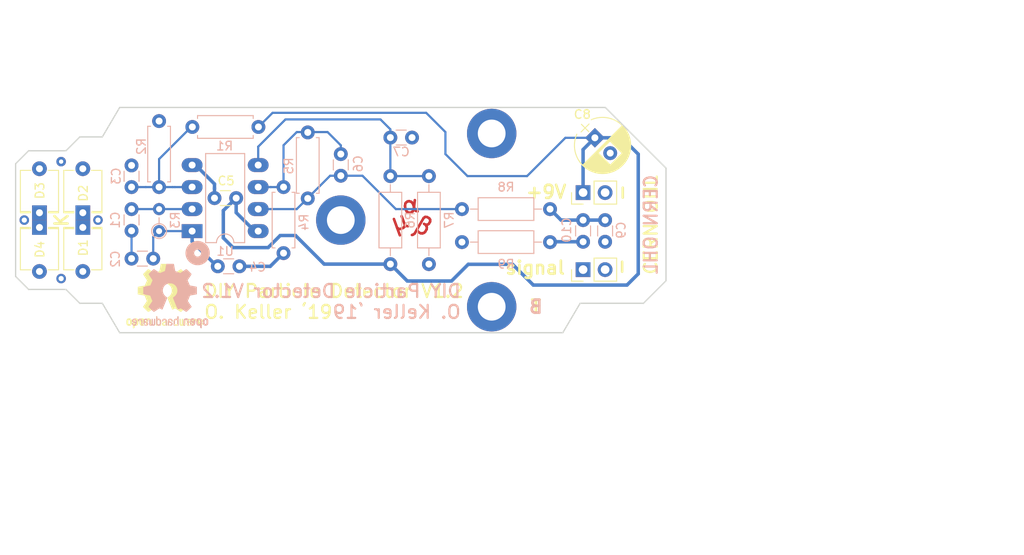
<source format=kicad_pcb>

(kicad_pcb
  (version 20171130)
  (host pcbnew 5.1.6-c6e7f7d~87~ubuntu19.10.1)
  (general
    (thickness 1)
    (drawings 59)
    (tracks 119)
    (zones 0)
    (modules 35)
    (nets 13))
  (page A4)
  (title_block
    (title "DIY Particle Detector")
    (date 2018-06-01)
    (rev V1.2)
    (company CERN)
    (comment 1 "CERN open hardware license V1.2")
    (comment 2 "Oliver Keller"))
  (layers
    (0 F.Cu signal hide)
    (31 B.Cu power)
    (32 B.Adhes user hide)
    (33 F.Adhes user hide)
    (34 B.Paste user hide)
    (35 F.Paste user hide)
    (36 B.SilkS user)
    (37 F.SilkS user)
    (38 B.Mask user hide)
    (39 F.Mask user hide)
    (40 Dwgs.User user)
    (41 Cmts.User user hide)
    (42 Eco1.User user hide)
    (43 Eco2.User user hide)
    (44 Edge.Cuts user)
    (45 Margin user hide)
    (46 B.CrtYd user hide)
    (47 F.CrtYd user hide)
    (48 B.Fab user hide)
    (49 F.Fab user hide))
  (setup
    (last_trace_width 0.25)
    (user_trace_width 0.4)
    (trace_clearance 0.2)
    (zone_clearance 0.2)
    (zone_45_only yes)
    (trace_min 0.2)
    (via_size 0.8)
    (via_drill 0.4)
    (via_min_size 0.4)
    (via_min_drill 0.3)
    (uvia_size 0.3)
    (uvia_drill 0.1)
    (uvias_allowed no)
    (uvia_min_size 0.2)
    (uvia_min_drill 0.1)
    (edge_width 0.2)
    (segment_width 0.2)
    (pcb_text_width 0.3)
    (pcb_text_size 1.5 1.5)
    (mod_edge_width 0.15)
    (mod_text_size 1 1)
    (mod_text_width 0.15)
    (pad_size 5.7 5.7)
    (pad_drill 3.2)
    (pad_to_mask_clearance 0.2)
    (aux_axis_origin 0 0)
    (grid_origin 137.5 112.5)
    (visible_elements FFFFFE7F)
    (pcbplotparams
      (layerselection 0x011fc_ffffffff)
      (usegerberextensions true)
      (usegerberattributes false)
      (usegerberadvancedattributes false)
      (creategerberjobfile true)
      (excludeedgelayer true)
      (linewidth 0.1)
      (plotframeref false)
      (viasonmask false)
      (mode 1)
      (useauxorigin false)
      (hpglpennumber 1)
      (hpglpenspeed 20)
      (hpglpendiameter 15.0)
      (psnegative false)
      (psa4output false)
      (plotreference true)
      (plotvalue false)
      (plotinvisibletext false)
      (padsonsilk false)
      (subtractmaskfromsilk true)
      (outputformat 1)
      (mirror false)
      (drillshape 0)
      (scaleselection 1)
      (outputdirectory "gerbers/")))
  (net 0 "")
  (net 1 "Net-(C1-Pad1)")
  (net 2 "Net-(C1-Pad2)")
  (net 3 "Net-(C2-Pad2)")
  (net 4 GND)
  (net 5 "Net-(C3-Pad1)")
  (net 6 "Net-(C10-Pad1)")
  (net 7 +9V)
  (net 8 /Output)
  (net 9 "Net-(C4-Pad2)")
  (net 10 "Net-(C6-Pad1)")
  (net 11 "Net-(C6-Pad2)")
  (net 12 "Net-(C7-Pad1)")
  (net_class Default "This is the default net class."
    (clearance 0.2)
    (trace_width 0.25)
    (via_dia 0.8)
    (via_drill 0.4)
    (uvia_dia 0.3)
    (uvia_drill 0.1)
    (add_net +9V)
    (add_net /Output)
    (add_net GND)
    (add_net "Net-(C1-Pad1)")
    (add_net "Net-(C1-Pad2)")
    (add_net "Net-(C10-Pad1)")
    (add_net "Net-(C2-Pad2)")
    (add_net "Net-(C3-Pad1)")
    (add_net "Net-(C4-Pad2)")
    (add_net "Net-(C6-Pad1)")
    (add_net "Net-(C6-Pad2)")
    (add_net "Net-(C7-Pad1)"))
  (module Pin_Headers:Pin_Header_Straight_1x02_Pitch2.54mm
    (layer F.Cu)
    (tedit 59650532)
    (tstamp 5D4289C0)
    (at 165.44 118.215 90)
    (descr "Through hole straight pin header, 1x02, 2.54mm pitch, single row")
    (tags "Through hole pin header THT 1x02 2.54mm single row")
    (path /5D483F0C)
    (attr virtual)
    (fp_text reference J2
      (at 0 -2.33 90)
      (layer F.SilkS) hide
      (effects
        (font
          (size 1 1)
          (thickness 0.15))))
    (fp_text value Conn_01x02_Female
      (at 0 4.87 90)
      (layer F.Fab)
      (effects
        (font
          (size 1 1)
          (thickness 0.15))))
    (fp_text user %R
      (at 0 1.27)
      (layer F.Fab)
      (effects
        (font
          (size 1 1)
          (thickness 0.15))))
    (fp_line
      (start 1.8 -1.8)
      (end -1.8 -1.8)
      (layer F.CrtYd)
      (width 0.05))
    (fp_line
      (start 1.8 4.35)
      (end 1.8 -1.8)
      (layer F.CrtYd)
      (width 0.05))
    (fp_line
      (start -1.8 4.35)
      (end 1.8 4.35)
      (layer F.CrtYd)
      (width 0.05))
    (fp_line
      (start -1.8 -1.8)
      (end -1.8 4.35)
      (layer F.CrtYd)
      (width 0.05))
    (fp_line
      (start -1.33 -1.33)
      (end 0 -1.33)
      (layer F.SilkS)
      (width 0.12))
    (fp_line
      (start -1.33 0)
      (end -1.33 -1.33)
      (layer F.SilkS)
      (width 0.12))
    (fp_line
      (start -1.33 1.27)
      (end 1.33 1.27)
      (layer F.SilkS)
      (width 0.12))
    (fp_line
      (start 1.33 1.27)
      (end 1.33 3.87)
      (layer F.SilkS)
      (width 0.12))
    (fp_line
      (start -1.33 1.27)
      (end -1.33 3.87)
      (layer F.SilkS)
      (width 0.12))
    (fp_line
      (start -1.33 3.87)
      (end 1.33 3.87)
      (layer F.SilkS)
      (width 0.12))
    (fp_line
      (start -1.27 -0.635)
      (end -0.635 -1.27)
      (layer F.Fab)
      (width 0.1))
    (fp_line
      (start -1.27 3.81)
      (end -1.27 -0.635)
      (layer F.Fab)
      (width 0.1))
    (fp_line
      (start 1.27 3.81)
      (end -1.27 3.81)
      (layer F.Fab)
      (width 0.1))
    (fp_line
      (start 1.27 -1.27)
      (end 1.27 3.81)
      (layer F.Fab)
      (width 0.1))
    (fp_line
      (start -0.635 -1.27)
      (end 1.27 -1.27)
      (layer F.Fab)
      (width 0.1))
    (pad 1 thru_hole rect
      (at 0 0 90)
      (size 1.7 1.7)
      (drill 1)
      (layers *.Cu *.Mask))
    (pad 2 thru_hole oval
      (at 0 2.54 90)
      (size 1.7 1.7)
      (drill 1)
      (layers *.Cu *.Mask))
    (model ${KISYS3DMOD}/Pin_Headers.3dshapes/Pin_Header_Straight_1x02_Pitch2.54mm.wrl
      (at
        (xyz 0 0 0))
      (scale
        (xyz 1 1 1))
      (rotate
        (xyz 0 0 0))))
  (module Pin_Headers:Pin_Header_Straight_1x02_Pitch2.54mm
    (layer F.Cu)
    (tedit 59650532)
    (tstamp 5D428C38)
    (at 165.44 109.325 90)
    (descr "Through hole straight pin header, 1x02, 2.54mm pitch, single row")
    (tags "Through hole pin header THT 1x02 2.54mm single row")
    (path /5D46E8CB)
    (attr virtual)
    (fp_text reference J1
      (at 0 -2.33 90)
      (layer F.SilkS) hide
      (effects
        (font
          (size 1 1)
          (thickness 0.15))))
    (fp_text value Conn_01x02_Female
      (at 0 4.87 90)
      (layer F.Fab)
      (effects
        (font
          (size 1 1)
          (thickness 0.15))))
    (fp_text user %R
      (at 0 1.27)
      (layer F.Fab)
      (effects
        (font
          (size 1 1)
          (thickness 0.15))))
    (fp_line
      (start 1.8 -1.8)
      (end -1.8 -1.8)
      (layer F.CrtYd)
      (width 0.05))
    (fp_line
      (start 1.8 4.35)
      (end 1.8 -1.8)
      (layer F.CrtYd)
      (width 0.05))
    (fp_line
      (start -1.8 4.35)
      (end 1.8 4.35)
      (layer F.CrtYd)
      (width 0.05))
    (fp_line
      (start -1.8 -1.8)
      (end -1.8 4.35)
      (layer F.CrtYd)
      (width 0.05))
    (fp_line
      (start -1.33 -1.33)
      (end 0 -1.33)
      (layer F.SilkS)
      (width 0.12))
    (fp_line
      (start -1.33 0)
      (end -1.33 -1.33)
      (layer F.SilkS)
      (width 0.12))
    (fp_line
      (start -1.33 1.27)
      (end 1.33 1.27)
      (layer F.SilkS)
      (width 0.12))
    (fp_line
      (start 1.33 1.27)
      (end 1.33 3.87)
      (layer F.SilkS)
      (width 0.12))
    (fp_line
      (start -1.33 1.27)
      (end -1.33 3.87)
      (layer F.SilkS)
      (width 0.12))
    (fp_line
      (start -1.33 3.87)
      (end 1.33 3.87)
      (layer F.SilkS)
      (width 0.12))
    (fp_line
      (start -1.27 -0.635)
      (end -0.635 -1.27)
      (layer F.Fab)
      (width 0.1))
    (fp_line
      (start -1.27 3.81)
      (end -1.27 -0.635)
      (layer F.Fab)
      (width 0.1))
    (fp_line
      (start 1.27 3.81)
      (end -1.27 3.81)
      (layer F.Fab)
      (width 0.1))
    (fp_line
      (start 1.27 -1.27)
      (end 1.27 3.81)
      (layer F.Fab)
      (width 0.1))
    (fp_line
      (start -0.635 -1.27)
      (end 1.27 -1.27)
      (layer F.Fab)
      (width 0.1))
    (pad 1 thru_hole rect
      (at 0 0 90)
      (size 1.7 1.7)
      (drill 1)
      (layers *.Cu *.Mask)
      (net 7 +9V))
    (pad 2 thru_hole oval
      (at 0 2.54 90)
      (size 1.7 1.7)
      (drill 1)
      (layers *.Cu *.Mask))
    (model ${KISYS3DMOD}/Pin_Headers.3dshapes/Pin_Header_Straight_1x02_Pitch2.54mm.wrl
      (at
        (xyz 0 0 0))
      (scale
        (xyz 1 1 1))
      (rotate
        (xyz 0 0 0))))
  (module Symbols:OSHW-Logo2_9.8x8mm_SilkScreen
    (layer B.Cu)
    (tedit 0)
    (tstamp 5D420B9F)
    (at 117.815 121.256429 180)
    (descr "Open Source Hardware Symbol")
    (tags "Logo Symbol OSHW")
    (attr virtual)
    (fp_text reference REF***
      (at 0 0 180)
      (layer B.SilkS) hide
      (effects
        (font
          (size 1 1)
          (thickness 0.15))
        (justify mirror)))
    (fp_text value OSHW-Logo2_7.3x6mm_SilkScreen
      (at 0.75 0 180)
      (layer B.Fab) hide
      (effects
        (font
          (size 1 1)
          (thickness 0.15))
        (justify mirror)))
    (fp_poly
      (pts
        (xy -3.231114 -2.584505)
        (xy -3.156461 -2.621727)
        (xy -3.090569 -2.690261)
        (xy -3.072423 -2.715648)
        (xy -3.052655 -2.748866)
        (xy -3.039828 -2.784945)
        (xy -3.03249 -2.833098)
        (xy -3.029187 -2.902536)
        (xy -3.028462 -2.994206)
        (xy -3.031737 -3.11983)
        (xy -3.043123 -3.214154)
        (xy -3.064959 -3.284523)
        (xy -3.099581 -3.338286)
        (xy -3.14933 -3.382788)
        (xy -3.152986 -3.385423)
        (xy -3.202015 -3.412377)
        (xy -3.261055 -3.425712)
        (xy -3.336141 -3.429)
        (xy -3.458205 -3.429)
        (xy -3.458256 -3.547497)
        (xy -3.459392 -3.613492)
        (xy -3.466314 -3.652202)
        (xy -3.484402 -3.675419)
        (xy -3.519038 -3.694933)
        (xy -3.527355 -3.69892)
        (xy -3.56628 -3.717603)
        (xy -3.596417 -3.729403)
        (xy -3.618826 -3.730422)
        (xy -3.634567 -3.716761)
        (xy -3.644698 -3.684522)
        (xy -3.650277 -3.629804)
        (xy -3.652365 -3.548711)
        (xy -3.652019 -3.437344)
        (xy -3.6503 -3.291802)
        (xy -3.649763 -3.248269)
        (xy -3.647828 -3.098205)
        (xy -3.646096 -3.000042)
        (xy -3.458308 -3.000042)
        (xy -3.457252 -3.083364)
        (xy -3.452562 -3.13788)
        (xy -3.441949 -3.173837)
        (xy -3.423128 -3.201482)
        (xy -3.41035 -3.214965)
        (xy -3.35811 -3.254417)
        (xy -3.311858 -3.257628)
        (xy -3.264133 -3.225049)
        (xy -3.262923 -3.223846)
        (xy -3.243506 -3.198668)
        (xy -3.231693 -3.164447)
        (xy -3.225735 -3.111748)
        (xy -3.22388 -3.031131)
        (xy -3.223846 -3.013271)
        (xy -3.22833 -2.902175)
        (xy -3.242926 -2.825161)
        (xy -3.26935 -2.778147)
        (xy -3.309317 -2.75705)
        (xy -3.332416 -2.754923)
        (xy -3.387238 -2.7649)
        (xy -3.424842 -2.797752)
        (xy -3.447477 -2.857857)
        (xy -3.457394 -2.949598)
        (xy -3.458308 -3.000042)
        (xy -3.646096 -3.000042)
        (xy -3.645778 -2.98206)
        (xy -3.643127 -2.894679)
        (xy -3.639394 -2.830905)
        (xy -3.634093 -2.785582)
        (xy -3.626742 -2.753555)
        (xy -3.616857 -2.729668)
        (xy -3.603954 -2.708764)
        (xy -3.598421 -2.700898)
        (xy -3.525031 -2.626595)
        (xy -3.43224 -2.584467)
        (xy -3.324904 -2.572722)
        (xy -3.231114 -2.584505))
      (layer B.SilkS)
      (width 0.01))
    (fp_poly
      (pts
        (xy -1.728336 -2.595089)
        (xy -1.665633 -2.631358)
        (xy -1.622039 -2.667358)
        (xy -1.590155 -2.705075)
        (xy -1.56819 -2.751199)
        (xy -1.554351 -2.812421)
        (xy -1.546847 -2.895431)
        (xy -1.543883 -3.006919)
        (xy -1.543539 -3.087062)
        (xy -1.543539 -3.382065)
        (xy -1.709615 -3.456515)
        (xy -1.719385 -3.133402)
        (xy -1.723421 -3.012729)
        (xy -1.727656 -2.925141)
        (xy -1.732903 -2.86465)
        (xy -1.739975 -2.825268)
        (xy -1.749689 -2.801007)
        (xy -1.762856 -2.78588)
        (xy -1.767081 -2.782606)
        (xy -1.831091 -2.757034)
        (xy -1.895792 -2.767153)
        (xy -1.934308 -2.794)
        (xy -1.949975 -2.813024)
        (xy -1.96082 -2.837988)
        (xy -1.967712 -2.875834)
        (xy -1.971521 -2.933502)
        (xy -1.973117 -3.017935)
        (xy -1.973385 -3.105928)
        (xy -1.973437 -3.216323)
        (xy -1.975328 -3.294463)
        (xy -1.981655 -3.347165)
        (xy -1.995017 -3.381242)
        (xy -2.018015 -3.403511)
        (xy -2.053246 -3.420787)
        (xy -2.100303 -3.438738)
        (xy -2.151697 -3.458278)
        (xy -2.145579 -3.111485)
        (xy -2.143116 -2.986468)
        (xy -2.140233 -2.894082)
        (xy -2.136102 -2.827881)
        (xy -2.129893 -2.78142)
        (xy -2.120774 -2.748256)
        (xy -2.107917 -2.721944)
        (xy -2.092416 -2.698729)
        (xy -2.017629 -2.624569)
        (xy -1.926372 -2.581684)
        (xy -1.827117 -2.571412)
        (xy -1.728336 -2.595089))
      (layer B.SilkS)
      (width 0.01))
    (fp_poly
      (pts
        (xy -3.983114 -2.587256)
        (xy -3.891536 -2.635409)
        (xy -3.823951 -2.712905)
        (xy -3.799943 -2.762727)
        (xy -3.781262 -2.837533)
        (xy -3.771699 -2.932052)
        (xy -3.770792 -3.03521)
        (xy -3.778079 -3.135935)
        (xy -3.793097 -3.223153)
        (xy -3.815385 -3.285791)
        (xy -3.822235 -3.296579)
        (xy -3.903368 -3.377105)
        (xy -3.999734 -3.425336)
        (xy -4.104299 -3.43945)
        (xy -4.210032 -3.417629)
        (xy -4.239457 -3.404547)
        (xy -4.296759 -3.364231)
        (xy -4.34705 -3.310775)
        (xy -4.351803 -3.303995)
        (xy -4.371122 -3.271321)
        (xy -4.383892 -3.236394)
        (xy -4.391436 -3.190414)
        (xy -4.395076 -3.124584)
        (xy -4.396135 -3.030105)
        (xy -4.396154 -3.008923)
        (xy -4.396106 -3.002182)
        (xy -4.200769 -3.002182)
        (xy -4.199632 -3.091349)
        (xy -4.195159 -3.15052)
        (xy -4.185754 -3.188741)
        (xy -4.169824 -3.215053)
        (xy -4.161692 -3.223846)
        (xy -4.114942 -3.257261)
        (xy -4.069553 -3.255737)
        (xy -4.02366 -3.226752)
        (xy -3.996288 -3.195809)
        (xy -3.980077 -3.150643)
        (xy -3.970974 -3.07942)
        (xy -3.970349 -3.071114)
        (xy -3.968796 -2.942037)
        (xy -3.985035 -2.846172)
        (xy -4.018848 -2.784107)
        (xy -4.070016 -2.756432)
        (xy -4.08828 -2.754923)
        (xy -4.13624 -2.762513)
        (xy -4.169047 -2.788808)
        (xy -4.189105 -2.839095)
        (xy -4.198822 -2.918664)
        (xy -4.200769 -3.002182)
        (xy -4.396106 -3.002182)
        (xy -4.395426 -2.908249)
        (xy -4.392371 -2.837906)
        (xy -4.385678 -2.789163)
        (xy -4.37404 -2.753288)
        (xy -4.356147 -2.721548)
        (xy -4.352192 -2.715648)
        (xy -4.285733 -2.636104)
        (xy -4.213315 -2.589929)
        (xy -4.125151 -2.571599)
        (xy -4.095213 -2.570703)
        (xy -3.983114 -2.587256))
      (layer B.SilkS)
      (width 0.01))
    (fp_poly
      (pts
        (xy -2.465746 -2.599745)
        (xy -2.388714 -2.651567)
        (xy -2.329184 -2.726412)
        (xy -2.293622 -2.821654)
        (xy -2.286429 -2.891756)
        (xy -2.287246 -2.921009)
        (xy -2.294086 -2.943407)
        (xy -2.312888 -2.963474)
        (xy -2.349592 -2.985733)
        (xy -2.410138 -3.014709)
        (xy -2.500466 -3.054927)
        (xy -2.500923 -3.055129)
        (xy -2.584067 -3.09321)
        (xy -2.652247 -3.127025)
        (xy -2.698495 -3.152933)
        (xy -2.715842 -3.167295)
        (xy -2.715846 -3.167411)
        (xy -2.700557 -3.198685)
        (xy -2.664804 -3.233157)
        (xy -2.623758 -3.25799)
        (xy -2.602963 -3.262923)
        (xy -2.54623 -3.245862)
        (xy -2.497373 -3.203133)
        (xy -2.473535 -3.156155)
        (xy -2.450603 -3.121522)
        (xy -2.405682 -3.082081)
        (xy -2.352877 -3.048009)
        (xy -2.30629 -3.02948)
        (xy -2.296548 -3.028462)
        (xy -2.285582 -3.045215)
        (xy -2.284921 -3.088039)
        (xy -2.29298 -3.145781)
        (xy -2.308173 -3.207289)
        (xy -2.328914 -3.261409)
        (xy -2.329962 -3.26351)
        (xy -2.392379 -3.35066)
        (xy -2.473274 -3.409939)
        (xy -2.565144 -3.439034)
        (xy -2.660487 -3.435634)
        (xy -2.751802 -3.397428)
        (xy -2.755862 -3.394741)
        (xy -2.827694 -3.329642)
        (xy -2.874927 -3.244705)
        (xy -2.901066 -3.133021)
        (xy -2.904574 -3.101643)
        (xy -2.910787 -2.953536)
        (xy -2.903339 -2.884468)
        (xy -2.715846 -2.884468)
        (xy -2.71341 -2.927552)
        (xy -2.700086 -2.940126)
        (xy -2.666868 -2.930719)
        (xy -2.614506 -2.908483)
        (xy -2.555976 -2.88061)
        (xy -2.554521 -2.879872)
        (xy -2.504911 -2.853777)
        (xy -2.485 -2.836363)
        (xy -2.48991 -2.818107)
        (xy -2.510584 -2.79412)
        (xy -2.563181 -2.759406)
        (xy -2.619823 -2.756856)
        (xy -2.670631 -2.782119)
        (xy -2.705724 -2.830847)
        (xy -2.715846 -2.884468)
        (xy -2.903339 -2.884468)
        (xy -2.898008 -2.835036)
        (xy -2.865222 -2.741055)
        (xy -2.819579 -2.675215)
        (xy -2.737198 -2.608681)
        (xy -2.646454 -2.575676)
        (xy -2.553815 -2.573573)
        (xy -2.465746 -2.599745))
      (layer B.SilkS)
      (width 0.01))
    (fp_poly
      (pts
        (xy -0.840154 -2.49212)
        (xy -0.834428 -2.57198)
        (xy -0.827851 -2.619039)
        (xy -0.818738 -2.639566)
        (xy -0.805402 -2.639829)
        (xy -0.801077 -2.637378)
        (xy -0.743556 -2.619636)
        (xy -0.668732 -2.620672)
        (xy -0.592661 -2.63891)
        (xy -0.545082 -2.662505)
        (xy -0.496298 -2.700198)
        (xy -0.460636 -2.742855)
        (xy -0.436155 -2.797057)
        (xy -0.420913 -2.869384)
        (xy -0.41297 -2.966419)
        (xy -0.410384 -3.094742)
        (xy -0.410338 -3.119358)
        (xy -0.410308 -3.39587)
        (xy -0.471839 -3.41732)
        (xy -0.515541 -3.431912)
        (xy -0.539518 -3.438706)
        (xy -0.540223 -3.438769)
        (xy -0.542585 -3.420345)
        (xy -0.544594 -3.369526)
        (xy -0.546099 -3.292993)
        (xy -0.546947 -3.19743)
        (xy -0.547077 -3.139329)
        (xy -0.547349 -3.024771)
        (xy -0.548748 -2.942667)
        (xy -0.552151 -2.886393)
        (xy -0.558433 -2.849326)
        (xy -0.568471 -2.824844)
        (xy -0.583139 -2.806325)
        (xy -0.592298 -2.797406)
        (xy -0.655211 -2.761466)
        (xy -0.723864 -2.758775)
        (xy -0.786152 -2.78917)
        (xy -0.797671 -2.800144)
        (xy -0.814567 -2.820779)
        (xy -0.826286 -2.845256)
        (xy -0.833767 -2.880647)
        (xy -0.837946 -2.934026)
        (xy -0.839763 -3.012466)
        (xy -0.840154 -3.120617)
        (xy -0.840154 -3.39587)
        (xy -0.901685 -3.41732)
        (xy -0.945387 -3.431912)
        (xy -0.969364 -3.438706)
        (xy -0.97007 -3.438769)
        (xy -0.971874 -3.420069)
        (xy -0.9735 -3.367322)
        (xy -0.974883 -3.285557)
        (xy -0.975958 -3.179805)
        (xy -0.97666 -3.055094)
        (xy -0.976923 -2.916455)
        (xy -0.976923 -2.381806)
        (xy -0.849923 -2.328236)
        (xy -0.840154 -2.49212))
      (layer B.SilkS)
      (width 0.01))
    (fp_poly
      (pts
        (xy 0.053501 -2.626303)
        (xy 0.13006 -2.654733)
        (xy 0.130936 -2.655279)
        (xy 0.178285 -2.690127)
        (xy 0.213241 -2.730852)
        (xy 0.237825 -2.783925)
        (xy 0.254062 -2.855814)
        (xy 0.263975 -2.952992)
        (xy 0.269586 -3.081928)
        (xy 0.270077 -3.100298)
        (xy 0.277141 -3.377287)
        (xy 0.217695 -3.408028)
        (xy 0.174681 -3.428802)
        (xy 0.14871 -3.438646)
        (xy 0.147509 -3.438769)
        (xy 0.143014 -3.420606)
        (xy 0.139444 -3.371612)
        (xy 0.137248 -3.300031)
        (xy 0.136769 -3.242068)
        (xy 0.136758 -3.14817)
        (xy 0.132466 -3.089203)
        (xy 0.117503 -3.061079)
        (xy 0.085482 -3.059706)
        (xy 0.030014 -3.080998)
        (xy -0.053731 -3.120136)
        (xy -0.115311 -3.152643)
        (xy -0.146983 -3.180845)
        (xy -0.156294 -3.211582)
        (xy -0.156308 -3.213104)
        (xy -0.140943 -3.266054)
        (xy -0.095453 -3.29466)
        (xy -0.025834 -3.298803)
        (xy 0.024313 -3.298084)
        (xy 0.050754 -3.312527)
        (xy 0.067243 -3.347218)
        (xy 0.076733 -3.391416)
        (xy 0.063057 -3.416493)
        (xy 0.057907 -3.420082)
        (xy 0.009425 -3.434496)
        (xy -0.058469 -3.436537)
        (xy -0.128388 -3.426983)
        (xy -0.177932 -3.409522)
        (xy -0.24643 -3.351364)
        (xy -0.285366 -3.270408)
        (xy -0.293077 -3.20716)
        (xy -0.287193 -3.150111)
        (xy -0.265899 -3.103542)
        (xy -0.223735 -3.062181)
        (xy -0.155241 -3.020755)
        (xy -0.054956 -2.973993)
        (xy -0.048846 -2.97135)
        (xy 0.04149 -2.929617)
        (xy 0.097235 -2.895391)
        (xy 0.121129 -2.864635)
        (xy 0.115913 -2.833311)
        (xy 0.084328 -2.797383)
        (xy 0.074883 -2.789116)
        (xy 0.011617 -2.757058)
        (xy -0.053936 -2.758407)
        (xy -0.111028 -2.789838)
        (xy -0.148907 -2.848024)
        (xy -0.152426 -2.859446)
        (xy -0.1867 -2.914837)
        (xy -0.230191 -2.941518)
        (xy -0.293077 -2.96796)
        (xy -0.293077 -2.899548)
        (xy -0.273948 -2.80011)
        (xy -0.217169 -2.708902)
        (xy -0.187622 -2.678389)
        (xy -0.120458 -2.639228)
        (xy -0.035044 -2.6215)
        (xy 0.053501 -2.626303))
      (layer B.SilkS)
      (width 0.01))
    (fp_poly
      (pts
        (xy 0.713362 -2.62467)
        (xy 0.802117 -2.657421)
        (xy 0.874022 -2.71535)
        (xy 0.902144 -2.756128)
        (xy 0.932802 -2.830954)
        (xy 0.932165 -2.885058)
        (xy 0.899987 -2.921446)
        (xy 0.888081 -2.927633)
        (xy 0.836675 -2.946925)
        (xy 0.810422 -2.941982)
        (xy 0.80153 -2.909587)
        (xy 0.801077 -2.891692)
        (xy 0.784797 -2.825859)
        (xy 0.742365 -2.779807)
        (xy 0.683388 -2.757564)
        (xy 0.617475 -2.763161)
        (xy 0.563895 -2.792229)
        (xy 0.545798 -2.80881)
        (xy 0.532971 -2.828925)
        (xy 0.524306 -2.859332)
        (xy 0.518696 -2.906788)
        (xy 0.515035 -2.97805)
        (xy 0.512215 -3.079875)
        (xy 0.511484 -3.112115)
        (xy 0.50882 -3.22241)
        (xy 0.505792 -3.300036)
        (xy 0.50125 -3.351396)
        (xy 0.494046 -3.38289)
        (xy 0.483033 -3.40092)
        (xy 0.46706 -3.411888)
        (xy 0.456834 -3.416733)
        (xy 0.413406 -3.433301)
        (xy 0.387842 -3.438769)
        (xy 0.379395 -3.420507)
        (xy 0.374239 -3.365296)
        (xy 0.372346 -3.272499)
        (xy 0.373689 -3.141478)
        (xy 0.374107 -3.121269)
        (xy 0.377058 -3.001733)
        (xy 0.380548 -2.914449)
        (xy 0.385514 -2.852591)
        (xy 0.392893 -2.809336)
        (xy 0.403624 -2.77786)
        (xy 0.418645 -2.751339)
        (xy 0.426502 -2.739975)
        (xy 0.471553 -2.689692)
        (xy 0.52194 -2.650581)
        (xy 0.528108 -2.647167)
        (xy 0.618458 -2.620212)
        (xy 0.713362 -2.62467))
      (layer B.SilkS)
      (width 0.01))
    (fp_poly
      (pts
        (xy 1.602081 -2.780289)
        (xy 1.601833 -2.92632)
        (xy 1.600872 -3.038655)
        (xy 1.598794 -3.122678)
        (xy 1.595193 -3.183769)
        (xy 1.589665 -3.227309)
        (xy 1.581804 -3.258679)
        (xy 1.571207 -3.283262)
        (xy 1.563182 -3.297294)
        (xy 1.496728 -3.373388)
        (xy 1.41247 -3.421084)
        (xy 1.319249 -3.438199)
        (xy 1.2259 -3.422546)
        (xy 1.170312 -3.394418)
        (xy 1.111957 -3.34576)
        (xy 1.072186 -3.286333)
        (xy 1.04819 -3.208507)
        (xy 1.037161 -3.104652)
        (xy 1.035599 -3.028462)
        (xy 1.035809 -3.022986)
        (xy 1.172308 -3.022986)
        (xy 1.173141 -3.110355)
        (xy 1.176961 -3.168192)
        (xy 1.185746 -3.206029)
        (xy 1.201474 -3.233398)
        (xy 1.220266 -3.254042)
        (xy 1.283375 -3.29389)
        (xy 1.351137 -3.297295)
        (xy 1.415179 -3.264025)
        (xy 1.420164 -3.259517)
        (xy 1.441439 -3.236067)
        (xy 1.454779 -3.208166)
        (xy 1.462001 -3.166641)
        (xy 1.464923 -3.102316)
        (xy 1.465385 -3.0312)
        (xy 1.464383 -2.941858)
        (xy 1.460238 -2.882258)
        (xy 1.451236 -2.843089)
        (xy 1.435667 -2.81504)
        (xy 1.422902 -2.800144)
        (xy 1.3636 -2.762575)
        (xy 1.295301 -2.758057)
        (xy 1.23011 -2.786753)
        (xy 1.217528 -2.797406)
        (xy 1.196111 -2.821063)
        (xy 1.182744 -2.849251)
        (xy 1.175566 -2.891245)
        (xy 1.172719 -2.956319)
        (xy 1.172308 -3.022986)
        (xy 1.035809 -3.022986)
        (xy 1.040322 -2.905765)
        (xy 1.056362 -2.813577)
        (xy 1.086528 -2.744269)
        (xy 1.133629 -2.690211)
        (xy 1.170312 -2.662505)
        (xy 1.23699 -2.632572)
        (xy 1.314272 -2.618678)
        (xy 1.38611 -2.622397)
        (xy 1.426308 -2.6374)
        (xy 1.442082 -2.64167)
        (xy 1.45255 -2.62575)
        (xy 1.459856 -2.583089)
        (xy 1.465385 -2.518106)
        (xy 1.471437 -2.445732)
        (xy 1.479844 -2.402187)
        (xy 1.495141 -2.377287)
        (xy 1.521864 -2.360845)
        (xy 1.538654 -2.353564)
        (xy 1.602154 -2.326963)
        (xy 1.602081 -2.780289))
      (layer B.SilkS)
      (width 0.01))
    (fp_poly
      (pts
        (xy 2.395929 -2.636662)
        (xy 2.398911 -2.688068)
        (xy 2.401247 -2.766192)
        (xy 2.402749 -2.864857)
        (xy 2.403231 -2.968343)
        (xy 2.403231 -3.318533)
        (xy 2.341401 -3.380363)
        (xy 2.298793 -3.418462)
        (xy 2.26139 -3.433895)
        (xy 2.21027 -3.432918)
        (xy 2.189978 -3.430433)
        (xy 2.126554 -3.4232)
        (xy 2.074095 -3.419055)
        (xy 2.061308 -3.418672)
        (xy 2.018199 -3.421176)
        (xy 1.956544 -3.427462)
        (xy 1.932638 -3.430433)
        (xy 1.873922 -3.435028)
        (xy 1.834464 -3.425046)
        (xy 1.795338 -3.394228)
        (xy 1.781215 -3.380363)
        (xy 1.719385 -3.318533)
        (xy 1.719385 -2.663503)
        (xy 1.76915 -2.640829)
        (xy 1.812002 -2.624034)
        (xy 1.837073 -2.618154)
        (xy 1.843501 -2.636736)
        (xy 1.849509 -2.688655)
        (xy 1.854697 -2.768172)
        (xy 1.858664 -2.869546)
        (xy 1.860577 -2.955192)
        (xy 1.865923 -3.292231)
        (xy 1.91256 -3.298825)
        (xy 1.954976 -3.294214)
        (xy 1.97576 -3.279287)
        (xy 1.98157 -3.251377)
        (xy 1.98653 -3.191925)
        (xy 1.990246 -3.108466)
        (xy 1.992324 -3.008532)
        (xy 1.992624 -2.957104)
        (xy 1.992923 -2.661054)
        (xy 2.054454 -2.639604)
        (xy 2.098004 -2.62502)
        (xy 2.121694 -2.618219)
        (xy 2.122377 -2.618154)
        (xy 2.124754 -2.636642)
        (xy 2.127366 -2.687906)
        (xy 2.129995 -2.765649)
        (xy 2.132421 -2.863574)
        (xy 2.134115 -2.955192)
        (xy 2.139461 -3.292231)
        (xy 2.256692 -3.292231)
        (xy 2.262072 -2.984746)
        (xy 2.267451 -2.677261)
        (xy 2.324601 -2.647707)
        (xy 2.366797 -2.627413)
        (xy 2.39177 -2.618204)
        (xy 2.392491 -2.618154)
        (xy 2.395929 -2.636662))
      (layer B.SilkS)
      (width 0.01))
    (fp_poly
      (pts
        (xy 2.887333 -2.633528)
        (xy 2.94359 -2.659117)
        (xy 2.987747 -2.690124)
        (xy 3.020101 -2.724795)
        (xy 3.042438 -2.76952)
        (xy 3.056546 -2.830692)
        (xy 3.064211 -2.914701)
        (xy 3.06722 -3.02794)
        (xy 3.067538 -3.102509)
        (xy 3.067538 -3.39342)
        (xy 3.017773 -3.416095)
        (xy 2.978576 -3.432667)
        (xy 2.959157 -3.438769)
        (xy 2.955442 -3.42061)
        (xy 2.952495 -3.371648)
        (xy 2.950691 -3.300153)
        (xy 2.950308 -3.243385)
        (xy 2.948661 -3.161371)
        (xy 2.944222 -3.096309)
        (xy 2.93774 -3.056467)
        (xy 2.93259 -3.048)
        (xy 2.897977 -3.056646)
        (xy 2.84364 -3.078823)
        (xy 2.780722 -3.108886)
        (xy 2.720368 -3.141192)
        (xy 2.673721 -3.170098)
        (xy 2.651926 -3.189961)
        (xy 2.651839 -3.190175)
        (xy 2.653714 -3.226935)
        (xy 2.670525 -3.262026)
        (xy 2.700039 -3.290528)
        (xy 2.743116 -3.300061)
        (xy 2.779932 -3.29895)
        (xy 2.832074 -3.298133)
        (xy 2.859444 -3.310349)
        (xy 2.875882 -3.342624)
        (xy 2.877955 -3.34871)
        (xy 2.885081 -3.394739)
        (xy 2.866024 -3.422687)
        (xy 2.816353 -3.436007)
        (xy 2.762697 -3.43847)
        (xy 2.666142 -3.42021)
        (xy 2.616159 -3.394131)
        (xy 2.554429 -3.332868)
        (xy 2.52169 -3.25767)
        (xy 2.518753 -3.178211)
        (xy 2.546424 -3.104167)
        (xy 2.588047 -3.057769)
        (xy 2.629604 -3.031793)
        (xy 2.694922 -2.998907)
        (xy 2.771038 -2.965557)
        (xy 2.783726 -2.960461)
        (xy 2.867333 -2.923565)
        (xy 2.91553 -2.891046)
        (xy 2.93103 -2.858718)
        (xy 2.91655 -2.822394)
        (xy 2.891692 -2.794)
        (xy 2.832939 -2.759039)
        (xy 2.768293 -2.756417)
        (xy 2.709008 -2.783358)
        (xy 2.666339 -2.837088)
        (xy 2.660739 -2.85095)
        (xy 2.628133 -2.901936)
        (xy 2.58053 -2.939787)
        (xy 2.520461 -2.97085)
        (xy 2.520461 -2.882768)
        (xy 2.523997 -2.828951)
        (xy 2.539156 -2.786534)
        (xy 2.572768 -2.741279)
        (xy 2.605035 -2.70642)
        (xy 2.655209 -2.657062)
        (xy 2.694193 -2.630547)
        (xy 2.736064 -2.619911)
        (xy 2.78346 -2.618154)
        (xy 2.887333 -2.633528))
      (layer B.SilkS)
      (width 0.01))
    (fp_poly
      (pts
        (xy 3.570807 -2.636782)
        (xy 3.594161 -2.646988)
        (xy 3.649902 -2.691134)
        (xy 3.697569 -2.754967)
        (xy 3.727048 -2.823087)
        (xy 3.731846 -2.85667)
        (xy 3.71576 -2.903556)
        (xy 3.680475 -2.928365)
        (xy 3.642644 -2.943387)
        (xy 3.625321 -2.946155)
        (xy 3.616886 -2.926066)
        (xy 3.60023 -2.882351)
        (xy 3.592923 -2.862598)
        (xy 3.551948 -2.794271)
        (xy 3.492622 -2.760191)
        (xy 3.416552 -2.761239)
        (xy 3.410918 -2.762581)
        (xy 3.370305 -2.781836)
        (xy 3.340448 -2.819375)
        (xy 3.320055 -2.879809)
        (xy 3.307836 -2.967751)
        (xy 3.3025 -3.087813)
        (xy 3.302 -3.151698)
        (xy 3.301752 -3.252403)
        (xy 3.300126 -3.321054)
        (xy 3.295801 -3.364673)
        (xy 3.287454 -3.390282)
        (xy 3.273765 -3.404903)
        (xy 3.253411 -3.415558)
        (xy 3.252234 -3.416095)
        (xy 3.213038 -3.432667)
        (xy 3.193619 -3.438769)
        (xy 3.190635 -3.420319)
        (xy 3.188081 -3.369323)
        (xy 3.18614 -3.292308)
        (xy 3.184997 -3.195805)
        (xy 3.184769 -3.125184)
        (xy 3.185932 -2.988525)
        (xy 3.190479 -2.884851)
        (xy 3.199999 -2.808108)
        (xy 3.216081 -2.752246)
        (xy 3.240313 -2.711212)
        (xy 3.274286 -2.678954)
        (xy 3.307833 -2.65644)
        (xy 3.388499 -2.626476)
        (xy 3.482381 -2.619718)
        (xy 3.570807 -2.636782))
      (layer B.SilkS)
      (width 0.01))
    (fp_poly
      (pts
        (xy 4.245224 -2.647838)
        (xy 4.322528 -2.698361)
        (xy 4.359814 -2.74359)
        (xy 4.389353 -2.825663)
        (xy 4.391699 -2.890607)
        (xy 4.386385 -2.977445)
        (xy 4.186115 -3.065103)
        (xy 4.088739 -3.109887)
        (xy 4.025113 -3.145913)
        (xy 3.992029 -3.177117)
        (xy 3.98628 -3.207436)
        (xy 4.004658 -3.240805)
        (xy 4.024923 -3.262923)
        (xy 4.083889 -3.298393)
        (xy 4.148024 -3.300879)
        (xy 4.206926 -3.273235)
        (xy 4.250197 -3.21832)
        (xy 4.257936 -3.198928)
        (xy 4.295006 -3.138364)
        (xy 4.337654 -3.112552)
        (xy 4.396154 -3.090471)
        (xy 4.396154 -3.174184)
        (xy 4.390982 -3.23115)
        (xy 4.370723 -3.279189)
        (xy 4.328262 -3.334346)
        (xy 4.321951 -3.341514)
        (xy 4.27472 -3.390585)
        (xy 4.234121 -3.41692)
        (xy 4.183328 -3.429035)
        (xy 4.14122 -3.433003)
        (xy 4.065902 -3.433991)
        (xy 4.012286 -3.421466)
        (xy 3.978838 -3.402869)
        (xy 3.926268 -3.361975)
        (xy 3.889879 -3.317748)
        (xy 3.86685 -3.262126)
        (xy 3.854359 -3.187047)
        (xy 3.849587 -3.084449)
        (xy 3.849206 -3.032376)
        (xy 3.850501 -2.969948)
        (xy 3.968471 -2.969948)
        (xy 3.969839 -3.003438)
        (xy 3.973249 -3.008923)
        (xy 3.995753 -3.001472)
        (xy 4.044182 -2.981753)
        (xy 4.108908 -2.953718)
        (xy 4.122443 -2.947692)
        (xy 4.204244 -2.906096)
        (xy 4.249312 -2.869538)
        (xy 4.259217 -2.835296)
        (xy 4.235526 -2.800648)
        (xy 4.21596 -2.785339)
        (xy 4.14536 -2.754721)
        (xy 4.07928 -2.75978)
        (xy 4.023959 -2.797151)
        (xy 3.985636 -2.863473)
        (xy 3.973349 -2.916116)
        (xy 3.968471 -2.969948)
        (xy 3.850501 -2.969948)
        (xy 3.85173 -2.91072)
        (xy 3.861032 -2.82071)
        (xy 3.87946 -2.755167)
        (xy 3.90936 -2.706912)
        (xy 3.95308 -2.668767)
        (xy 3.972141 -2.65644)
        (xy 4.058726 -2.624336)
        (xy 4.153522 -2.622316)
        (xy 4.245224 -2.647838))
      (layer B.SilkS)
      (width 0.01))
    (fp_poly
      (pts
        (xy 0.139878 3.712224)
        (xy 0.245612 3.711645)
        (xy 0.322132 3.710078)
        (xy 0.374372 3.707028)
        (xy 0.407263 3.702004)
        (xy 0.425737 3.694511)
        (xy 0.434727 3.684056)
        (xy 0.439163 3.670147)
        (xy 0.439594 3.668346)
        (xy 0.446333 3.635855)
        (xy 0.458808 3.571748)
        (xy 0.475719 3.482849)
        (xy 0.495771 3.375981)
        (xy 0.517664 3.257967)
        (xy 0.518429 3.253822)
        (xy 0.540359 3.138169)
        (xy 0.560877 3.035986)
        (xy 0.578659 2.953402)
        (xy 0.592381 2.896544)
        (xy 0.600718 2.871542)
        (xy 0.601116 2.871099)
        (xy 0.625677 2.85889)
        (xy 0.676315 2.838544)
        (xy 0.742095 2.814455)
        (xy 0.742461 2.814326)
        (xy 0.825317 2.783182)
        (xy 0.923 2.743509)
        (xy 1.015077 2.703619)
        (xy 1.019434 2.701647)
        (xy 1.169407 2.63358)
        (xy 1.501498 2.860361)
        (xy 1.603374 2.929496)
        (xy 1.695657 2.991303)
        (xy 1.773003 3.042267)
        (xy 1.830064 3.078873)
        (xy 1.861495 3.097606)
        (xy 1.864479 3.098996)
        (xy 1.887321 3.09281)
        (xy 1.929982 3.062965)
        (xy 1.994128 3.008053)
        (xy 2.081421 2.926666)
        (xy 2.170535 2.840078)
        (xy 2.256441 2.754753)
        (xy 2.333327 2.676892)
        (xy 2.396564 2.611303)
        (xy 2.441523 2.562795)
        (xy 2.463576 2.536175)
        (xy 2.464396 2.534805)
        (xy 2.466834 2.516537)
        (xy 2.45765 2.486705)
        (xy 2.434574 2.441279)
        (xy 2.395337 2.37623)
        (xy 2.33767 2.28753)
        (xy 2.260795 2.173343)
        (xy 2.19257 2.072838)
        (xy 2.131582 1.982697)
        (xy 2.081356 1.908151)
        (xy 2.045416 1.854435)
        (xy 2.027287 1.826782)
        (xy 2.026146 1.824905)
        (xy 2.028359 1.79841)
        (xy 2.045138 1.746914)
        (xy 2.073142 1.680149)
        (xy 2.083122 1.658828)
        (xy 2.126672 1.563841)
        (xy 2.173134 1.456063)
        (xy 2.210877 1.362808)
        (xy 2.238073 1.293594)
        (xy 2.259675 1.240994)
        (xy 2.272158 1.213503)
        (xy 2.273709 1.211384)
        (xy 2.296668 1.207876)
        (xy 2.350786 1.198262)
        (xy 2.428868 1.183911)
        (xy 2.523719 1.166193)
        (xy 2.628143 1.146475)
        (xy 2.734944 1.126126)
        (xy 2.836926 1.106514)
        (xy 2.926894 1.089009)
        (xy 2.997653 1.074978)
        (xy 3.042006 1.065791)
        (xy 3.052885 1.063193)
        (xy 3.064122 1.056782)
        (xy 3.072605 1.042303)
        (xy 3.078714 1.014867)
        (xy 3.082832 0.969589)
        (xy 3.085341 0.90158)
        (xy 3.086621 0.805953)
        (xy 3.087054 0.67782)
        (xy 3.087077 0.625299)
        (xy 3.087077 0.198155)
        (xy 2.9845 0.177909)
        (xy 2.927431 0.16693)
        (xy 2.842269 0.150905)
        (xy 2.739372 0.131767)
        (xy 2.629096 0.111449)
        (xy 2.598615 0.105868)
        (xy 2.496855 0.086083)
        (xy 2.408205 0.066627)
        (xy 2.340108 0.049303)
        (xy 2.300004 0.035912)
        (xy 2.293323 0.031921)
        (xy 2.276919 0.003658)
        (xy 2.253399 -0.051109)
        (xy 2.227316 -0.121588)
        (xy 2.222142 -0.136769)
        (xy 2.187956 -0.230896)
        (xy 2.145523 -0.337101)
        (xy 2.103997 -0.432473)
        (xy 2.103792 -0.432916)
        (xy 2.03464 -0.582525)
        (xy 2.489512 -1.251617)
        (xy 2.1975 -1.544116)
        (xy 2.10918 -1.63117)
        (xy 2.028625 -1.707909)
        (xy 1.96036 -1.770237)
        (xy 1.908908 -1.814056)
        (xy 1.878794 -1.83527)
        (xy 1.874474 -1.836616)
        (xy 1.849111 -1.826016)
        (xy 1.797358 -1.796547)
        (xy 1.724868 -1.751705)
        (xy 1.637294 -1.694984)
        (xy 1.542612 -1.631462)
        (xy 1.446516 -1.566668)
        (xy 1.360837 -1.510287)
        (xy 1.291016 -1.465788)
        (xy 1.242494 -1.436639)
        (xy 1.220782 -1.426308)
        (xy 1.194293 -1.43505)
        (xy 1.144062 -1.458087)
        (xy 1.080451 -1.490631)
        (xy 1.073708 -1.494249)
        (xy 0.988046 -1.53721)
        (xy 0.929306 -1.558279)
        (xy 0.892772 -1.558503)
        (xy 0.873731 -1.538928)
        (xy 0.87362 -1.538654)
        (xy 0.864102 -1.515472)
        (xy 0.841403 -1.460441)
        (xy 0.807282 -1.377822)
        (xy 0.7635 -1.271872)
        (xy 0.711816 -1.146852)
        (xy 0.653992 -1.00702)
        (xy 0.597991 -0.871637)
        (xy 0.536447 -0.722234)
        (xy 0.479939 -0.583832)
        (xy 0.430161 -0.460673)
        (xy 0.388806 -0.357002)
        (xy 0.357568 -0.277059)
        (xy 0.338141 -0.225088)
        (xy 0.332154 -0.205692)
        (xy 0.347168 -0.183443)
        (xy 0.386439 -0.147982)
        (xy 0.438807 -0.108887)
        (xy 0.587941 0.014755)
        (xy 0.704511 0.156478)
        (xy 0.787118 0.313296)
        (xy 0.834366 0.482225)
        (xy 0.844857 0.660278)
        (xy 0.837231 0.742461)
        (xy 0.795682 0.912969)
        (xy 0.724123 1.063541)
        (xy 0.626995 1.192691)
        (xy 0.508734 1.298936)
        (xy 0.37378 1.38079)
        (xy 0.226571 1.436768)
        (xy 0.071544 1.465385)
        (xy -0.086861 1.465156)
        (xy -0.244206 1.434595)
        (xy -0.396054 1.372218)
        (xy -0.537965 1.27654)
        (xy -0.597197 1.222428)
        (xy -0.710797 1.08348)
        (xy -0.789894 0.931639)
        (xy -0.835014 0.771333)
        (xy -0.846684 0.606988)
        (xy -0.825431 0.443029)
        (xy -0.77178 0.283882)
        (xy -0.68626 0.133975)
        (xy -0.569395 -0.002267)
        (xy -0.438807 -0.108887)
        (xy -0.384412 -0.149642)
        (xy -0.345986 -0.184718)
        (xy -0.332154 -0.205726)
        (xy -0.339397 -0.228635)
        (xy -0.359995 -0.283365)
        (xy -0.392254 -0.365672)
        (xy -0.434479 -0.471315)
        (xy -0.484977 -0.59605)
        (xy -0.542052 -0.735636)
        (xy -0.598146 -0.87167)
        (xy -0.660033 -1.021201)
        (xy -0.717356 -1.159767)
        (xy -0.768356 -1.283107)
        (xy -0.811273 -1.386964)
        (xy -0.844347 -1.46708)
        (xy -0.865819 -1.519195)
        (xy -0.873775 -1.538654)
        (xy -0.892571 -1.558423)
        (xy -0.928926 -1.558365)
        (xy -0.987521 -1.537441)
        (xy -1.073032 -1.494613)
        (xy -1.073708 -1.494249)
        (xy -1.138093 -1.461012)
        (xy -1.190139 -1.436802)
        (xy -1.219488 -1.426404)
        (xy -1.220783 -1.426308)
        (xy -1.242876 -1.436855)
        (xy -1.291652 -1.466184)
        (xy -1.361669 -1.510827)
        (xy -1.447486 -1.567314)
        (xy -1.542612 -1.631462)
        (xy -1.63946 -1.696411)
        (xy -1.726747 -1.752896)
        (xy -1.798819 -1.797421)
        (xy -1.850023 -1.82649)
        (xy -1.874474 -1.836616)
        (xy -1.89699 -1.823307)
        (xy -1.942258 -1.786112)
        (xy -2.005756 -1.729128)
        (xy -2.082961 -1.656449)
        (xy -2.169349 -1.572171)
        (xy -2.197601 -1.544016)
        (xy -2.489713 -1.251416)
        (xy -2.267369 -0.925104)
        (xy -2.199798 -0.824897)
        (xy -2.140493 -0.734963)
        (xy -2.092783 -0.66051)
        (xy -2.059993 -0.606751)
        (xy -2.045452 -0.578894)
        (xy -2.045026 -0.576912)
        (xy -2.052692 -0.550655)
        (xy -2.073311 -0.497837)
        (xy -2.103315 -0.42731)
        (xy -2.124375 -0.380093)
        (xy -2.163752 -0.289694)
        (xy -2.200835 -0.198366)
        (xy -2.229585 -0.1212)
        (xy -2.237395 -0.097692)
        (xy -2.259583 -0.034916)
        (xy -2.281273 0.013589)
        (xy -2.293187 0.031921)
        (xy -2.319477 0.043141)
        (xy -2.376858 0.059046)
        (xy -2.457882 0.077833)
        (xy -2.555105 0.097701)
        (xy -2.598615 0.105868)
        (xy -2.709104 0.126171)
        (xy -2.815084 0.14583)
        (xy -2.906199 0.162912)
        (xy -2.972092 0.175482)
        (xy -2.9845 0.177909)
        (xy -3.087077 0.198155)
        (xy -3.087077 0.625299)
        (xy -3.086847 0.765754)
        (xy -3.085901 0.872021)
        (xy -3.083859 0.948987)
        (xy -3.080338 1.00154)
        (xy -3.074957 1.034567)
        (xy -3.067334 1.052955)
        (xy -3.057088 1.061592)
        (xy -3.052885 1.063193)
        (xy -3.02753 1.068873)
        (xy -2.971516 1.080205)
        (xy -2.892036 1.095821)
        (xy -2.796288 1.114353)
        (xy -2.691467 1.134431)
        (xy -2.584768 1.154688)
        (xy -2.483387 1.173754)
        (xy -2.394521 1.190261)
        (xy -2.325363 1.202841)
        (xy -2.283111 1.210125)
        (xy -2.27371 1.211384)
        (xy -2.265193 1.228237)
        (xy -2.24634 1.27313)
        (xy -2.220676 1.33757)
        (xy -2.210877 1.362808)
        (xy -2.171352 1.460314)
        (xy -2.124808 1.568041)
        (xy -2.083123 1.658828)
        (xy -2.05245 1.728247)
        (xy -2.032044 1.78529)
        (xy -2.025232 1.820223)
        (xy -2.026318 1.824905)
        (xy -2.040715 1.847009)
        (xy -2.073588 1.896169)
        (xy -2.12141 1.967152)
        (xy -2.180652 2.054722)
        (xy -2.247785 2.153643)
        (xy -2.261059 2.17317)
        (xy -2.338954 2.28886)
        (xy -2.396213 2.376956)
        (xy -2.435119 2.441514)
        (xy -2.457956 2.486589)
        (xy -2.467006 2.516237)
        (xy -2.464552 2.534515)
        (xy -2.464489 2.534631)
        (xy -2.445173 2.558639)
        (xy -2.402449 2.605053)
        (xy -2.340949 2.669063)
        (xy -2.265302 2.745855)
        (xy -2.180139 2.830618)
        (xy -2.170535 2.840078)
        (xy -2.06321 2.944011)
        (xy -1.980385 3.020325)
        (xy -1.920395 3.070429)
        (xy -1.881577 3.09573)
        (xy -1.86448 3.098996)
        (xy -1.839527 3.08475)
        (xy -1.787745 3.051844)
        (xy -1.71448 3.003792)
        (xy -1.62508 2.94411)
        (xy -1.524889 2.876312)
        (xy -1.501499 2.860361)
        (xy -1.169407 2.63358)
        (xy -1.019435 2.701647)
        (xy -0.92823 2.741315)
        (xy -0.830331 2.781209)
        (xy -0.746169 2.813017)
        (xy -0.742462 2.814326)
        (xy -0.676631 2.838424)
        (xy -0.625884 2.8588)
        (xy -0.601158 2.871064)
        (xy -0.601116 2.871099)
        (xy -0.593271 2.893266)
        (xy -0.579934 2.947783)
        (xy -0.56243 3.02852)
        (xy -0.542083 3.12935)
        (xy -0.520218 3.244144)
        (xy -0.518429 3.253822)
        (xy -0.496496 3.372096)
        (xy -0.47636 3.479458)
        (xy -0.45932 3.569083)
        (xy -0.446672 3.634149)
        (xy -0.439716 3.667832)
        (xy -0.439594 3.668346)
        (xy -0.435361 3.682675)
        (xy -0.427129 3.693493)
        (xy -0.409967 3.701294)
        (xy -0.378942 3.706571)
        (xy -0.329122 3.709818)
        (xy -0.255576 3.711528)
        (xy -0.153371 3.712193)
        (xy -0.017575 3.712307)
        (xy 0 3.712308)
        (xy 0.139878 3.712224))
      (layer B.SilkS)
      (width 0.01)))
  (module Symbols:OSHW-Logo2_9.8x8mm_SilkScreen
    (layer F.Cu)
    (tedit 0)
    (tstamp 5B119FAF)
    (at 117.18 121.263)
    (descr "Open Source Hardware Symbol")
    (tags "Logo Symbol OSHW")
    (attr virtual)
    (fp_text reference REF***
      (at 0 0)
      (layer F.SilkS) hide
      (effects
        (font
          (size 1 1)
          (thickness 0.15))))
    (fp_text value OSHW-Logo2_7.3x6mm_SilkScreen
      (at 0.75 0)
      (layer F.Fab) hide
      (effects
        (font
          (size 1 1)
          (thickness 0.15))))
    (fp_poly
      (pts
        (xy 0.139878 -3.712224)
        (xy 0.245612 -3.711645)
        (xy 0.322132 -3.710078)
        (xy 0.374372 -3.707028)
        (xy 0.407263 -3.702004)
        (xy 0.425737 -3.694511)
        (xy 0.434727 -3.684056)
        (xy 0.439163 -3.670147)
        (xy 0.439594 -3.668346)
        (xy 0.446333 -3.635855)
        (xy 0.458808 -3.571748)
        (xy 0.475719 -3.482849)
        (xy 0.495771 -3.375981)
        (xy 0.517664 -3.257967)
        (xy 0.518429 -3.253822)
        (xy 0.540359 -3.138169)
        (xy 0.560877 -3.035986)
        (xy 0.578659 -2.953402)
        (xy 0.592381 -2.896544)
        (xy 0.600718 -2.871542)
        (xy 0.601116 -2.871099)
        (xy 0.625677 -2.85889)
        (xy 0.676315 -2.838544)
        (xy 0.742095 -2.814455)
        (xy 0.742461 -2.814326)
        (xy 0.825317 -2.783182)
        (xy 0.923 -2.743509)
        (xy 1.015077 -2.703619)
        (xy 1.019434 -2.701647)
        (xy 1.169407 -2.63358)
        (xy 1.501498 -2.860361)
        (xy 1.603374 -2.929496)
        (xy 1.695657 -2.991303)
        (xy 1.773003 -3.042267)
        (xy 1.830064 -3.078873)
        (xy 1.861495 -3.097606)
        (xy 1.864479 -3.098996)
        (xy 1.887321 -3.09281)
        (xy 1.929982 -3.062965)
        (xy 1.994128 -3.008053)
        (xy 2.081421 -2.926666)
        (xy 2.170535 -2.840078)
        (xy 2.256441 -2.754753)
        (xy 2.333327 -2.676892)
        (xy 2.396564 -2.611303)
        (xy 2.441523 -2.562795)
        (xy 2.463576 -2.536175)
        (xy 2.464396 -2.534805)
        (xy 2.466834 -2.516537)
        (xy 2.45765 -2.486705)
        (xy 2.434574 -2.441279)
        (xy 2.395337 -2.37623)
        (xy 2.33767 -2.28753)
        (xy 2.260795 -2.173343)
        (xy 2.19257 -2.072838)
        (xy 2.131582 -1.982697)
        (xy 2.081356 -1.908151)
        (xy 2.045416 -1.854435)
        (xy 2.027287 -1.826782)
        (xy 2.026146 -1.824905)
        (xy 2.028359 -1.79841)
        (xy 2.045138 -1.746914)
        (xy 2.073142 -1.680149)
        (xy 2.083122 -1.658828)
        (xy 2.126672 -1.563841)
        (xy 2.173134 -1.456063)
        (xy 2.210877 -1.362808)
        (xy 2.238073 -1.293594)
        (xy 2.259675 -1.240994)
        (xy 2.272158 -1.213503)
        (xy 2.273709 -1.211384)
        (xy 2.296668 -1.207876)
        (xy 2.350786 -1.198262)
        (xy 2.428868 -1.183911)
        (xy 2.523719 -1.166193)
        (xy 2.628143 -1.146475)
        (xy 2.734944 -1.126126)
        (xy 2.836926 -1.106514)
        (xy 2.926894 -1.089009)
        (xy 2.997653 -1.074978)
        (xy 3.042006 -1.065791)
        (xy 3.052885 -1.063193)
        (xy 3.064122 -1.056782)
        (xy 3.072605 -1.042303)
        (xy 3.078714 -1.014867)
        (xy 3.082832 -0.969589)
        (xy 3.085341 -0.90158)
        (xy 3.086621 -0.805953)
        (xy 3.087054 -0.67782)
        (xy 3.087077 -0.625299)
        (xy 3.087077 -0.198155)
        (xy 2.9845 -0.177909)
        (xy 2.927431 -0.16693)
        (xy 2.842269 -0.150905)
        (xy 2.739372 -0.131767)
        (xy 2.629096 -0.111449)
        (xy 2.598615 -0.105868)
        (xy 2.496855 -0.086083)
        (xy 2.408205 -0.066627)
        (xy 2.340108 -0.049303)
        (xy 2.300004 -0.035912)
        (xy 2.293323 -0.031921)
        (xy 2.276919 -0.003658)
        (xy 2.253399 0.051109)
        (xy 2.227316 0.121588)
        (xy 2.222142 0.136769)
        (xy 2.187956 0.230896)
        (xy 2.145523 0.337101)
        (xy 2.103997 0.432473)
        (xy 2.103792 0.432916)
        (xy 2.03464 0.582525)
        (xy 2.489512 1.251617)
        (xy 2.1975 1.544116)
        (xy 2.10918 1.63117)
        (xy 2.028625 1.707909)
        (xy 1.96036 1.770237)
        (xy 1.908908 1.814056)
        (xy 1.878794 1.83527)
        (xy 1.874474 1.836616)
        (xy 1.849111 1.826016)
        (xy 1.797358 1.796547)
        (xy 1.724868 1.751705)
        (xy 1.637294 1.694984)
        (xy 1.542612 1.631462)
        (xy 1.446516 1.566668)
        (xy 1.360837 1.510287)
        (xy 1.291016 1.465788)
        (xy 1.242494 1.436639)
        (xy 1.220782 1.426308)
        (xy 1.194293 1.43505)
        (xy 1.144062 1.458087)
        (xy 1.080451 1.490631)
        (xy 1.073708 1.494249)
        (xy 0.988046 1.53721)
        (xy 0.929306 1.558279)
        (xy 0.892772 1.558503)
        (xy 0.873731 1.538928)
        (xy 0.87362 1.538654)
        (xy 0.864102 1.515472)
        (xy 0.841403 1.460441)
        (xy 0.807282 1.377822)
        (xy 0.7635 1.271872)
        (xy 0.711816 1.146852)
        (xy 0.653992 1.00702)
        (xy 0.597991 0.871637)
        (xy 0.536447 0.722234)
        (xy 0.479939 0.583832)
        (xy 0.430161 0.460673)
        (xy 0.388806 0.357002)
        (xy 0.357568 0.277059)
        (xy 0.338141 0.225088)
        (xy 0.332154 0.205692)
        (xy 0.347168 0.183443)
        (xy 0.386439 0.147982)
        (xy 0.438807 0.108887)
        (xy 0.587941 -0.014755)
        (xy 0.704511 -0.156478)
        (xy 0.787118 -0.313296)
        (xy 0.834366 -0.482225)
        (xy 0.844857 -0.660278)
        (xy 0.837231 -0.742461)
        (xy 0.795682 -0.912969)
        (xy 0.724123 -1.063541)
        (xy 0.626995 -1.192691)
        (xy 0.508734 -1.298936)
        (xy 0.37378 -1.38079)
        (xy 0.226571 -1.436768)
        (xy 0.071544 -1.465385)
        (xy -0.086861 -1.465156)
        (xy -0.244206 -1.434595)
        (xy -0.396054 -1.372218)
        (xy -0.537965 -1.27654)
        (xy -0.597197 -1.222428)
        (xy -0.710797 -1.08348)
        (xy -0.789894 -0.931639)
        (xy -0.835014 -0.771333)
        (xy -0.846684 -0.606988)
        (xy -0.825431 -0.443029)
        (xy -0.77178 -0.283882)
        (xy -0.68626 -0.133975)
        (xy -0.569395 0.002267)
        (xy -0.438807 0.108887)
        (xy -0.384412 0.149642)
        (xy -0.345986 0.184718)
        (xy -0.332154 0.205726)
        (xy -0.339397 0.228635)
        (xy -0.359995 0.283365)
        (xy -0.392254 0.365672)
        (xy -0.434479 0.471315)
        (xy -0.484977 0.59605)
        (xy -0.542052 0.735636)
        (xy -0.598146 0.87167)
        (xy -0.660033 1.021201)
        (xy -0.717356 1.159767)
        (xy -0.768356 1.283107)
        (xy -0.811273 1.386964)
        (xy -0.844347 1.46708)
        (xy -0.865819 1.519195)
        (xy -0.873775 1.538654)
        (xy -0.892571 1.558423)
        (xy -0.928926 1.558365)
        (xy -0.987521 1.537441)
        (xy -1.073032 1.494613)
        (xy -1.073708 1.494249)
        (xy -1.138093 1.461012)
        (xy -1.190139 1.436802)
        (xy -1.219488 1.426404)
        (xy -1.220783 1.426308)
        (xy -1.242876 1.436855)
        (xy -1.291652 1.466184)
        (xy -1.361669 1.510827)
        (xy -1.447486 1.567314)
        (xy -1.542612 1.631462)
        (xy -1.63946 1.696411)
        (xy -1.726747 1.752896)
        (xy -1.798819 1.797421)
        (xy -1.850023 1.82649)
        (xy -1.874474 1.836616)
        (xy -1.89699 1.823307)
        (xy -1.942258 1.786112)
        (xy -2.005756 1.729128)
        (xy -2.082961 1.656449)
        (xy -2.169349 1.572171)
        (xy -2.197601 1.544016)
        (xy -2.489713 1.251416)
        (xy -2.267369 0.925104)
        (xy -2.199798 0.824897)
        (xy -2.140493 0.734963)
        (xy -2.092783 0.66051)
        (xy -2.059993 0.606751)
        (xy -2.045452 0.578894)
        (xy -2.045026 0.576912)
        (xy -2.052692 0.550655)
        (xy -2.073311 0.497837)
        (xy -2.103315 0.42731)
        (xy -2.124375 0.380093)
        (xy -2.163752 0.289694)
        (xy -2.200835 0.198366)
        (xy -2.229585 0.1212)
        (xy -2.237395 0.097692)
        (xy -2.259583 0.034916)
        (xy -2.281273 -0.013589)
        (xy -2.293187 -0.031921)
        (xy -2.319477 -0.043141)
        (xy -2.376858 -0.059046)
        (xy -2.457882 -0.077833)
        (xy -2.555105 -0.097701)
        (xy -2.598615 -0.105868)
        (xy -2.709104 -0.126171)
        (xy -2.815084 -0.14583)
        (xy -2.906199 -0.162912)
        (xy -2.972092 -0.175482)
        (xy -2.9845 -0.177909)
        (xy -3.087077 -0.198155)
        (xy -3.087077 -0.625299)
        (xy -3.086847 -0.765754)
        (xy -3.085901 -0.872021)
        (xy -3.083859 -0.948987)
        (xy -3.080338 -1.00154)
        (xy -3.074957 -1.034567)
        (xy -3.067334 -1.052955)
        (xy -3.057088 -1.061592)
        (xy -3.052885 -1.063193)
        (xy -3.02753 -1.068873)
        (xy -2.971516 -1.080205)
        (xy -2.892036 -1.095821)
        (xy -2.796288 -1.114353)
        (xy -2.691467 -1.134431)
        (xy -2.584768 -1.154688)
        (xy -2.483387 -1.173754)
        (xy -2.394521 -1.190261)
        (xy -2.325363 -1.202841)
        (xy -2.283111 -1.210125)
        (xy -2.27371 -1.211384)
        (xy -2.265193 -1.228237)
        (xy -2.24634 -1.27313)
        (xy -2.220676 -1.33757)
        (xy -2.210877 -1.362808)
        (xy -2.171352 -1.460314)
        (xy -2.124808 -1.568041)
        (xy -2.083123 -1.658828)
        (xy -2.05245 -1.728247)
        (xy -2.032044 -1.78529)
        (xy -2.025232 -1.820223)
        (xy -2.026318 -1.824905)
        (xy -2.040715 -1.847009)
        (xy -2.073588 -1.896169)
        (xy -2.12141 -1.967152)
        (xy -2.180652 -2.054722)
        (xy -2.247785 -2.153643)
        (xy -2.261059 -2.17317)
        (xy -2.338954 -2.28886)
        (xy -2.396213 -2.376956)
        (xy -2.435119 -2.441514)
        (xy -2.457956 -2.486589)
        (xy -2.467006 -2.516237)
        (xy -2.464552 -2.534515)
        (xy -2.464489 -2.534631)
        (xy -2.445173 -2.558639)
        (xy -2.402449 -2.605053)
        (xy -2.340949 -2.669063)
        (xy -2.265302 -2.745855)
        (xy -2.180139 -2.830618)
        (xy -2.170535 -2.840078)
        (xy -2.06321 -2.944011)
        (xy -1.980385 -3.020325)
        (xy -1.920395 -3.070429)
        (xy -1.881577 -3.09573)
        (xy -1.86448 -3.098996)
        (xy -1.839527 -3.08475)
        (xy -1.787745 -3.051844)
        (xy -1.71448 -3.003792)
        (xy -1.62508 -2.94411)
        (xy -1.524889 -2.876312)
        (xy -1.501499 -2.860361)
        (xy -1.169407 -2.63358)
        (xy -1.019435 -2.701647)
        (xy -0.92823 -2.741315)
        (xy -0.830331 -2.781209)
        (xy -0.746169 -2.813017)
        (xy -0.742462 -2.814326)
        (xy -0.676631 -2.838424)
        (xy -0.625884 -2.8588)
        (xy -0.601158 -2.871064)
        (xy -0.601116 -2.871099)
        (xy -0.593271 -2.893266)
        (xy -0.579934 -2.947783)
        (xy -0.56243 -3.02852)
        (xy -0.542083 -3.12935)
        (xy -0.520218 -3.244144)
        (xy -0.518429 -3.253822)
        (xy -0.496496 -3.372096)
        (xy -0.47636 -3.479458)
        (xy -0.45932 -3.569083)
        (xy -0.446672 -3.634149)
        (xy -0.439716 -3.667832)
        (xy -0.439594 -3.668346)
        (xy -0.435361 -3.682675)
        (xy -0.427129 -3.693493)
        (xy -0.409967 -3.701294)
        (xy -0.378942 -3.706571)
        (xy -0.329122 -3.709818)
        (xy -0.255576 -3.711528)
        (xy -0.153371 -3.712193)
        (xy -0.017575 -3.712307)
        (xy 0 -3.712308)
        (xy 0.139878 -3.712224))
      (layer F.SilkS)
      (width 0.01))
    (fp_poly
      (pts
        (xy 4.245224 2.647838)
        (xy 4.322528 2.698361)
        (xy 4.359814 2.74359)
        (xy 4.389353 2.825663)
        (xy 4.391699 2.890607)
        (xy 4.386385 2.977445)
        (xy 4.186115 3.065103)
        (xy 4.088739 3.109887)
        (xy 4.025113 3.145913)
        (xy 3.992029 3.177117)
        (xy 3.98628 3.207436)
        (xy 4.004658 3.240805)
        (xy 4.024923 3.262923)
        (xy 4.083889 3.298393)
        (xy 4.148024 3.300879)
        (xy 4.206926 3.273235)
        (xy 4.250197 3.21832)
        (xy 4.257936 3.198928)
        (xy 4.295006 3.138364)
        (xy 4.337654 3.112552)
        (xy 4.396154 3.090471)
        (xy 4.396154 3.174184)
        (xy 4.390982 3.23115)
        (xy 4.370723 3.279189)
        (xy 4.328262 3.334346)
        (xy 4.321951 3.341514)
        (xy 4.27472 3.390585)
        (xy 4.234121 3.41692)
        (xy 4.183328 3.429035)
        (xy 4.14122 3.433003)
        (xy 4.065902 3.433991)
        (xy 4.012286 3.421466)
        (xy 3.978838 3.402869)
        (xy 3.926268 3.361975)
        (xy 3.889879 3.317748)
        (xy 3.86685 3.262126)
        (xy 3.854359 3.187047)
        (xy 3.849587 3.084449)
        (xy 3.849206 3.032376)
        (xy 3.850501 2.969948)
        (xy 3.968471 2.969948)
        (xy 3.969839 3.003438)
        (xy 3.973249 3.008923)
        (xy 3.995753 3.001472)
        (xy 4.044182 2.981753)
        (xy 4.108908 2.953718)
        (xy 4.122443 2.947692)
        (xy 4.204244 2.906096)
        (xy 4.249312 2.869538)
        (xy 4.259217 2.835296)
        (xy 4.235526 2.800648)
        (xy 4.21596 2.785339)
        (xy 4.14536 2.754721)
        (xy 4.07928 2.75978)
        (xy 4.023959 2.797151)
        (xy 3.985636 2.863473)
        (xy 3.973349 2.916116)
        (xy 3.968471 2.969948)
        (xy 3.850501 2.969948)
        (xy 3.85173 2.91072)
        (xy 3.861032 2.82071)
        (xy 3.87946 2.755167)
        (xy 3.90936 2.706912)
        (xy 3.95308 2.668767)
        (xy 3.972141 2.65644)
        (xy 4.058726 2.624336)
        (xy 4.153522 2.622316)
        (xy 4.245224 2.647838))
      (layer F.SilkS)
      (width 0.01))
    (fp_poly
      (pts
        (xy 3.570807 2.636782)
        (xy 3.594161 2.646988)
        (xy 3.649902 2.691134)
        (xy 3.697569 2.754967)
        (xy 3.727048 2.823087)
        (xy 3.731846 2.85667)
        (xy 3.71576 2.903556)
        (xy 3.680475 2.928365)
        (xy 3.642644 2.943387)
        (xy 3.625321 2.946155)
        (xy 3.616886 2.926066)
        (xy 3.60023 2.882351)
        (xy 3.592923 2.862598)
        (xy 3.551948 2.794271)
        (xy 3.492622 2.760191)
        (xy 3.416552 2.761239)
        (xy 3.410918 2.762581)
        (xy 3.370305 2.781836)
        (xy 3.340448 2.819375)
        (xy 3.320055 2.879809)
        (xy 3.307836 2.967751)
        (xy 3.3025 3.087813)
        (xy 3.302 3.151698)
        (xy 3.301752 3.252403)
        (xy 3.300126 3.321054)
        (xy 3.295801 3.364673)
        (xy 3.287454 3.390282)
        (xy 3.273765 3.404903)
        (xy 3.253411 3.415558)
        (xy 3.252234 3.416095)
        (xy 3.213038 3.432667)
        (xy 3.193619 3.438769)
        (xy 3.190635 3.420319)
        (xy 3.188081 3.369323)
        (xy 3.18614 3.292308)
        (xy 3.184997 3.195805)
        (xy 3.184769 3.125184)
        (xy 3.185932 2.988525)
        (xy 3.190479 2.884851)
        (xy 3.199999 2.808108)
        (xy 3.216081 2.752246)
        (xy 3.240313 2.711212)
        (xy 3.274286 2.678954)
        (xy 3.307833 2.65644)
        (xy 3.388499 2.626476)
        (xy 3.482381 2.619718)
        (xy 3.570807 2.636782))
      (layer F.SilkS)
      (width 0.01))
    (fp_poly
      (pts
        (xy 2.887333 2.633528)
        (xy 2.94359 2.659117)
        (xy 2.987747 2.690124)
        (xy 3.020101 2.724795)
        (xy 3.042438 2.76952)
        (xy 3.056546 2.830692)
        (xy 3.064211 2.914701)
        (xy 3.06722 3.02794)
        (xy 3.067538 3.102509)
        (xy 3.067538 3.39342)
        (xy 3.017773 3.416095)
        (xy 2.978576 3.432667)
        (xy 2.959157 3.438769)
        (xy 2.955442 3.42061)
        (xy 2.952495 3.371648)
        (xy 2.950691 3.300153)
        (xy 2.950308 3.243385)
        (xy 2.948661 3.161371)
        (xy 2.944222 3.096309)
        (xy 2.93774 3.056467)
        (xy 2.93259 3.048)
        (xy 2.897977 3.056646)
        (xy 2.84364 3.078823)
        (xy 2.780722 3.108886)
        (xy 2.720368 3.141192)
        (xy 2.673721 3.170098)
        (xy 2.651926 3.189961)
        (xy 2.651839 3.190175)
        (xy 2.653714 3.226935)
        (xy 2.670525 3.262026)
        (xy 2.700039 3.290528)
        (xy 2.743116 3.300061)
        (xy 2.779932 3.29895)
        (xy 2.832074 3.298133)
        (xy 2.859444 3.310349)
        (xy 2.875882 3.342624)
        (xy 2.877955 3.34871)
        (xy 2.885081 3.394739)
        (xy 2.866024 3.422687)
        (xy 2.816353 3.436007)
        (xy 2.762697 3.43847)
        (xy 2.666142 3.42021)
        (xy 2.616159 3.394131)
        (xy 2.554429 3.332868)
        (xy 2.52169 3.25767)
        (xy 2.518753 3.178211)
        (xy 2.546424 3.104167)
        (xy 2.588047 3.057769)
        (xy 2.629604 3.031793)
        (xy 2.694922 2.998907)
        (xy 2.771038 2.965557)
        (xy 2.783726 2.960461)
        (xy 2.867333 2.923565)
        (xy 2.91553 2.891046)
        (xy 2.93103 2.858718)
        (xy 2.91655 2.822394)
        (xy 2.891692 2.794)
        (xy 2.832939 2.759039)
        (xy 2.768293 2.756417)
        (xy 2.709008 2.783358)
        (xy 2.666339 2.837088)
        (xy 2.660739 2.85095)
        (xy 2.628133 2.901936)
        (xy 2.58053 2.939787)
        (xy 2.520461 2.97085)
        (xy 2.520461 2.882768)
        (xy 2.523997 2.828951)
        (xy 2.539156 2.786534)
        (xy 2.572768 2.741279)
        (xy 2.605035 2.70642)
        (xy 2.655209 2.657062)
        (xy 2.694193 2.630547)
        (xy 2.736064 2.619911)
        (xy 2.78346 2.618154)
        (xy 2.887333 2.633528))
      (layer F.SilkS)
      (width 0.01))
    (fp_poly
      (pts
        (xy 2.395929 2.636662)
        (xy 2.398911 2.688068)
        (xy 2.401247 2.766192)
        (xy 2.402749 2.864857)
        (xy 2.403231 2.968343)
        (xy 2.403231 3.318533)
        (xy 2.341401 3.380363)
        (xy 2.298793 3.418462)
        (xy 2.26139 3.433895)
        (xy 2.21027 3.432918)
        (xy 2.189978 3.430433)
        (xy 2.126554 3.4232)
        (xy 2.074095 3.419055)
        (xy 2.061308 3.418672)
        (xy 2.018199 3.421176)
        (xy 1.956544 3.427462)
        (xy 1.932638 3.430433)
        (xy 1.873922 3.435028)
        (xy 1.834464 3.425046)
        (xy 1.795338 3.394228)
        (xy 1.781215 3.380363)
        (xy 1.719385 3.318533)
        (xy 1.719385 2.663503)
        (xy 1.76915 2.640829)
        (xy 1.812002 2.624034)
        (xy 1.837073 2.618154)
        (xy 1.843501 2.636736)
        (xy 1.849509 2.688655)
        (xy 1.854697 2.768172)
        (xy 1.858664 2.869546)
        (xy 1.860577 2.955192)
        (xy 1.865923 3.292231)
        (xy 1.91256 3.298825)
        (xy 1.954976 3.294214)
        (xy 1.97576 3.279287)
        (xy 1.98157 3.251377)
        (xy 1.98653 3.191925)
        (xy 1.990246 3.108466)
        (xy 1.992324 3.008532)
        (xy 1.992624 2.957104)
        (xy 1.992923 2.661054)
        (xy 2.054454 2.639604)
        (xy 2.098004 2.62502)
        (xy 2.121694 2.618219)
        (xy 2.122377 2.618154)
        (xy 2.124754 2.636642)
        (xy 2.127366 2.687906)
        (xy 2.129995 2.765649)
        (xy 2.132421 2.863574)
        (xy 2.134115 2.955192)
        (xy 2.139461 3.292231)
        (xy 2.256692 3.292231)
        (xy 2.262072 2.984746)
        (xy 2.267451 2.677261)
        (xy 2.324601 2.647707)
        (xy 2.366797 2.627413)
        (xy 2.39177 2.618204)
        (xy 2.392491 2.618154)
        (xy 2.395929 2.636662))
      (layer F.SilkS)
      (width 0.01))
    (fp_poly
      (pts
        (xy 1.602081 2.780289)
        (xy 1.601833 2.92632)
        (xy 1.600872 3.038655)
        (xy 1.598794 3.122678)
        (xy 1.595193 3.183769)
        (xy 1.589665 3.227309)
        (xy 1.581804 3.258679)
        (xy 1.571207 3.283262)
        (xy 1.563182 3.297294)
        (xy 1.496728 3.373388)
        (xy 1.41247 3.421084)
        (xy 1.319249 3.438199)
        (xy 1.2259 3.422546)
        (xy 1.170312 3.394418)
        (xy 1.111957 3.34576)
        (xy 1.072186 3.286333)
        (xy 1.04819 3.208507)
        (xy 1.037161 3.104652)
        (xy 1.035599 3.028462)
        (xy 1.035809 3.022986)
        (xy 1.172308 3.022986)
        (xy 1.173141 3.110355)
        (xy 1.176961 3.168192)
        (xy 1.185746 3.206029)
        (xy 1.201474 3.233398)
        (xy 1.220266 3.254042)
        (xy 1.283375 3.29389)
        (xy 1.351137 3.297295)
        (xy 1.415179 3.264025)
        (xy 1.420164 3.259517)
        (xy 1.441439 3.236067)
        (xy 1.454779 3.208166)
        (xy 1.462001 3.166641)
        (xy 1.464923 3.102316)
        (xy 1.465385 3.0312)
        (xy 1.464383 2.941858)
        (xy 1.460238 2.882258)
        (xy 1.451236 2.843089)
        (xy 1.435667 2.81504)
        (xy 1.422902 2.800144)
        (xy 1.3636 2.762575)
        (xy 1.295301 2.758057)
        (xy 1.23011 2.786753)
        (xy 1.217528 2.797406)
        (xy 1.196111 2.821063)
        (xy 1.182744 2.849251)
        (xy 1.175566 2.891245)
        (xy 1.172719 2.956319)
        (xy 1.172308 3.022986)
        (xy 1.035809 3.022986)
        (xy 1.040322 2.905765)
        (xy 1.056362 2.813577)
        (xy 1.086528 2.744269)
        (xy 1.133629 2.690211)
        (xy 1.170312 2.662505)
        (xy 1.23699 2.632572)
        (xy 1.314272 2.618678)
        (xy 1.38611 2.622397)
        (xy 1.426308 2.6374)
        (xy 1.442082 2.64167)
        (xy 1.45255 2.62575)
        (xy 1.459856 2.583089)
        (xy 1.465385 2.518106)
        (xy 1.471437 2.445732)
        (xy 1.479844 2.402187)
        (xy 1.495141 2.377287)
        (xy 1.521864 2.360845)
        (xy 1.538654 2.353564)
        (xy 1.602154 2.326963)
        (xy 1.602081 2.780289))
      (layer F.SilkS)
      (width 0.01))
    (fp_poly
      (pts
        (xy 0.713362 2.62467)
        (xy 0.802117 2.657421)
        (xy 0.874022 2.71535)
        (xy 0.902144 2.756128)
        (xy 0.932802 2.830954)
        (xy 0.932165 2.885058)
        (xy 0.899987 2.921446)
        (xy 0.888081 2.927633)
        (xy 0.836675 2.946925)
        (xy 0.810422 2.941982)
        (xy 0.80153 2.909587)
        (xy 0.801077 2.891692)
        (xy 0.784797 2.825859)
        (xy 0.742365 2.779807)
        (xy 0.683388 2.757564)
        (xy 0.617475 2.763161)
        (xy 0.563895 2.792229)
        (xy 0.545798 2.80881)
        (xy 0.532971 2.828925)
        (xy 0.524306 2.859332)
        (xy 0.518696 2.906788)
        (xy 0.515035 2.97805)
        (xy 0.512215 3.079875)
        (xy 0.511484 3.112115)
        (xy 0.50882 3.22241)
        (xy 0.505792 3.300036)
        (xy 0.50125 3.351396)
        (xy 0.494046 3.38289)
        (xy 0.483033 3.40092)
        (xy 0.46706 3.411888)
        (xy 0.456834 3.416733)
        (xy 0.413406 3.433301)
        (xy 0.387842 3.438769)
        (xy 0.379395 3.420507)
        (xy 0.374239 3.365296)
        (xy 0.372346 3.272499)
        (xy 0.373689 3.141478)
        (xy 0.374107 3.121269)
        (xy 0.377058 3.001733)
        (xy 0.380548 2.914449)
        (xy 0.385514 2.852591)
        (xy 0.392893 2.809336)
        (xy 0.403624 2.77786)
        (xy 0.418645 2.751339)
        (xy 0.426502 2.739975)
        (xy 0.471553 2.689692)
        (xy 0.52194 2.650581)
        (xy 0.528108 2.647167)
        (xy 0.618458 2.620212)
        (xy 0.713362 2.62467))
      (layer F.SilkS)
      (width 0.01))
    (fp_poly
      (pts
        (xy 0.053501 2.626303)
        (xy 0.13006 2.654733)
        (xy 0.130936 2.655279)
        (xy 0.178285 2.690127)
        (xy 0.213241 2.730852)
        (xy 0.237825 2.783925)
        (xy 0.254062 2.855814)
        (xy 0.263975 2.952992)
        (xy 0.269586 3.081928)
        (xy 0.270077 3.100298)
        (xy 0.277141 3.377287)
        (xy 0.217695 3.408028)
        (xy 0.174681 3.428802)
        (xy 0.14871 3.438646)
        (xy 0.147509 3.438769)
        (xy 0.143014 3.420606)
        (xy 0.139444 3.371612)
        (xy 0.137248 3.300031)
        (xy 0.136769 3.242068)
        (xy 0.136758 3.14817)
        (xy 0.132466 3.089203)
        (xy 0.117503 3.061079)
        (xy 0.085482 3.059706)
        (xy 0.030014 3.080998)
        (xy -0.053731 3.120136)
        (xy -0.115311 3.152643)
        (xy -0.146983 3.180845)
        (xy -0.156294 3.211582)
        (xy -0.156308 3.213104)
        (xy -0.140943 3.266054)
        (xy -0.095453 3.29466)
        (xy -0.025834 3.298803)
        (xy 0.024313 3.298084)
        (xy 0.050754 3.312527)
        (xy 0.067243 3.347218)
        (xy 0.076733 3.391416)
        (xy 0.063057 3.416493)
        (xy 0.057907 3.420082)
        (xy 0.009425 3.434496)
        (xy -0.058469 3.436537)
        (xy -0.128388 3.426983)
        (xy -0.177932 3.409522)
        (xy -0.24643 3.351364)
        (xy -0.285366 3.270408)
        (xy -0.293077 3.20716)
        (xy -0.287193 3.150111)
        (xy -0.265899 3.103542)
        (xy -0.223735 3.062181)
        (xy -0.155241 3.020755)
        (xy -0.054956 2.973993)
        (xy -0.048846 2.97135)
        (xy 0.04149 2.929617)
        (xy 0.097235 2.895391)
        (xy 0.121129 2.864635)
        (xy 0.115913 2.833311)
        (xy 0.084328 2.797383)
        (xy 0.074883 2.789116)
        (xy 0.011617 2.757058)
        (xy -0.053936 2.758407)
        (xy -0.111028 2.789838)
        (xy -0.148907 2.848024)
        (xy -0.152426 2.859446)
        (xy -0.1867 2.914837)
        (xy -0.230191 2.941518)
        (xy -0.293077 2.96796)
        (xy -0.293077 2.899548)
        (xy -0.273948 2.80011)
        (xy -0.217169 2.708902)
        (xy -0.187622 2.678389)
        (xy -0.120458 2.639228)
        (xy -0.035044 2.6215)
        (xy 0.053501 2.626303))
      (layer F.SilkS)
      (width 0.01))
    (fp_poly
      (pts
        (xy -0.840154 2.49212)
        (xy -0.834428 2.57198)
        (xy -0.827851 2.619039)
        (xy -0.818738 2.639566)
        (xy -0.805402 2.639829)
        (xy -0.801077 2.637378)
        (xy -0.743556 2.619636)
        (xy -0.668732 2.620672)
        (xy -0.592661 2.63891)
        (xy -0.545082 2.662505)
        (xy -0.496298 2.700198)
        (xy -0.460636 2.742855)
        (xy -0.436155 2.797057)
        (xy -0.420913 2.869384)
        (xy -0.41297 2.966419)
        (xy -0.410384 3.094742)
        (xy -0.410338 3.119358)
        (xy -0.410308 3.39587)
        (xy -0.471839 3.41732)
        (xy -0.515541 3.431912)
        (xy -0.539518 3.438706)
        (xy -0.540223 3.438769)
        (xy -0.542585 3.420345)
        (xy -0.544594 3.369526)
        (xy -0.546099 3.292993)
        (xy -0.546947 3.19743)
        (xy -0.547077 3.139329)
        (xy -0.547349 3.024771)
        (xy -0.548748 2.942667)
        (xy -0.552151 2.886393)
        (xy -0.558433 2.849326)
        (xy -0.568471 2.824844)
        (xy -0.583139 2.806325)
        (xy -0.592298 2.797406)
        (xy -0.655211 2.761466)
        (xy -0.723864 2.758775)
        (xy -0.786152 2.78917)
        (xy -0.797671 2.800144)
        (xy -0.814567 2.820779)
        (xy -0.826286 2.845256)
        (xy -0.833767 2.880647)
        (xy -0.837946 2.934026)
        (xy -0.839763 3.012466)
        (xy -0.840154 3.120617)
        (xy -0.840154 3.39587)
        (xy -0.901685 3.41732)
        (xy -0.945387 3.431912)
        (xy -0.969364 3.438706)
        (xy -0.97007 3.438769)
        (xy -0.971874 3.420069)
        (xy -0.9735 3.367322)
        (xy -0.974883 3.285557)
        (xy -0.975958 3.179805)
        (xy -0.97666 3.055094)
        (xy -0.976923 2.916455)
        (xy -0.976923 2.381806)
        (xy -0.849923 2.328236)
        (xy -0.840154 2.49212))
      (layer F.SilkS)
      (width 0.01))
    (fp_poly
      (pts
        (xy -2.465746 2.599745)
        (xy -2.388714 2.651567)
        (xy -2.329184 2.726412)
        (xy -2.293622 2.821654)
        (xy -2.286429 2.891756)
        (xy -2.287246 2.921009)
        (xy -2.294086 2.943407)
        (xy -2.312888 2.963474)
        (xy -2.349592 2.985733)
        (xy -2.410138 3.014709)
        (xy -2.500466 3.054927)
        (xy -2.500923 3.055129)
        (xy -2.584067 3.09321)
        (xy -2.652247 3.127025)
        (xy -2.698495 3.152933)
        (xy -2.715842 3.167295)
        (xy -2.715846 3.167411)
        (xy -2.700557 3.198685)
        (xy -2.664804 3.233157)
        (xy -2.623758 3.25799)
        (xy -2.602963 3.262923)
        (xy -2.54623 3.245862)
        (xy -2.497373 3.203133)
        (xy -2.473535 3.156155)
        (xy -2.450603 3.121522)
        (xy -2.405682 3.082081)
        (xy -2.352877 3.048009)
        (xy -2.30629 3.02948)
        (xy -2.296548 3.028462)
        (xy -2.285582 3.045215)
        (xy -2.284921 3.088039)
        (xy -2.29298 3.145781)
        (xy -2.308173 3.207289)
        (xy -2.328914 3.261409)
        (xy -2.329962 3.26351)
        (xy -2.392379 3.35066)
        (xy -2.473274 3.409939)
        (xy -2.565144 3.439034)
        (xy -2.660487 3.435634)
        (xy -2.751802 3.397428)
        (xy -2.755862 3.394741)
        (xy -2.827694 3.329642)
        (xy -2.874927 3.244705)
        (xy -2.901066 3.133021)
        (xy -2.904574 3.101643)
        (xy -2.910787 2.953536)
        (xy -2.903339 2.884468)
        (xy -2.715846 2.884468)
        (xy -2.71341 2.927552)
        (xy -2.700086 2.940126)
        (xy -2.666868 2.930719)
        (xy -2.614506 2.908483)
        (xy -2.555976 2.88061)
        (xy -2.554521 2.879872)
        (xy -2.504911 2.853777)
        (xy -2.485 2.836363)
        (xy -2.48991 2.818107)
        (xy -2.510584 2.79412)
        (xy -2.563181 2.759406)
        (xy -2.619823 2.756856)
        (xy -2.670631 2.782119)
        (xy -2.705724 2.830847)
        (xy -2.715846 2.884468)
        (xy -2.903339 2.884468)
        (xy -2.898008 2.835036)
        (xy -2.865222 2.741055)
        (xy -2.819579 2.675215)
        (xy -2.737198 2.608681)
        (xy -2.646454 2.575676)
        (xy -2.553815 2.573573)
        (xy -2.465746 2.599745))
      (layer F.SilkS)
      (width 0.01))
    (fp_poly
      (pts
        (xy -3.983114 2.587256)
        (xy -3.891536 2.635409)
        (xy -3.823951 2.712905)
        (xy -3.799943 2.762727)
        (xy -3.781262 2.837533)
        (xy -3.771699 2.932052)
        (xy -3.770792 3.03521)
        (xy -3.778079 3.135935)
        (xy -3.793097 3.223153)
        (xy -3.815385 3.285791)
        (xy -3.822235 3.296579)
        (xy -3.903368 3.377105)
        (xy -3.999734 3.425336)
        (xy -4.104299 3.43945)
        (xy -4.210032 3.417629)
        (xy -4.239457 3.404547)
        (xy -4.296759 3.364231)
        (xy -4.34705 3.310775)
        (xy -4.351803 3.303995)
        (xy -4.371122 3.271321)
        (xy -4.383892 3.236394)
        (xy -4.391436 3.190414)
        (xy -4.395076 3.124584)
        (xy -4.396135 3.030105)
        (xy -4.396154 3.008923)
        (xy -4.396106 3.002182)
        (xy -4.200769 3.002182)
        (xy -4.199632 3.091349)
        (xy -4.195159 3.15052)
        (xy -4.185754 3.188741)
        (xy -4.169824 3.215053)
        (xy -4.161692 3.223846)
        (xy -4.114942 3.257261)
        (xy -4.069553 3.255737)
        (xy -4.02366 3.226752)
        (xy -3.996288 3.195809)
        (xy -3.980077 3.150643)
        (xy -3.970974 3.07942)
        (xy -3.970349 3.071114)
        (xy -3.968796 2.942037)
        (xy -3.985035 2.846172)
        (xy -4.018848 2.784107)
        (xy -4.070016 2.756432)
        (xy -4.08828 2.754923)
        (xy -4.13624 2.762513)
        (xy -4.169047 2.788808)
        (xy -4.189105 2.839095)
        (xy -4.198822 2.918664)
        (xy -4.200769 3.002182)
        (xy -4.396106 3.002182)
        (xy -4.395426 2.908249)
        (xy -4.392371 2.837906)
        (xy -4.385678 2.789163)
        (xy -4.37404 2.753288)
        (xy -4.356147 2.721548)
        (xy -4.352192 2.715648)
        (xy -4.285733 2.636104)
        (xy -4.213315 2.589929)
        (xy -4.125151 2.571599)
        (xy -4.095213 2.570703)
        (xy -3.983114 2.587256))
      (layer F.SilkS)
      (width 0.01))
    (fp_poly
      (pts
        (xy -1.728336 2.595089)
        (xy -1.665633 2.631358)
        (xy -1.622039 2.667358)
        (xy -1.590155 2.705075)
        (xy -1.56819 2.751199)
        (xy -1.554351 2.812421)
        (xy -1.546847 2.895431)
        (xy -1.543883 3.006919)
        (xy -1.543539 3.087062)
        (xy -1.543539 3.382065)
        (xy -1.709615 3.456515)
        (xy -1.719385 3.133402)
        (xy -1.723421 3.012729)
        (xy -1.727656 2.925141)
        (xy -1.732903 2.86465)
        (xy -1.739975 2.825268)
        (xy -1.749689 2.801007)
        (xy -1.762856 2.78588)
        (xy -1.767081 2.782606)
        (xy -1.831091 2.757034)
        (xy -1.895792 2.767153)
        (xy -1.934308 2.794)
        (xy -1.949975 2.813024)
        (xy -1.96082 2.837988)
        (xy -1.967712 2.875834)
        (xy -1.971521 2.933502)
        (xy -1.973117 3.017935)
        (xy -1.973385 3.105928)
        (xy -1.973437 3.216323)
        (xy -1.975328 3.294463)
        (xy -1.981655 3.347165)
        (xy -1.995017 3.381242)
        (xy -2.018015 3.403511)
        (xy -2.053246 3.420787)
        (xy -2.100303 3.438738)
        (xy -2.151697 3.458278)
        (xy -2.145579 3.111485)
        (xy -2.143116 2.986468)
        (xy -2.140233 2.894082)
        (xy -2.136102 2.827881)
        (xy -2.129893 2.78142)
        (xy -2.120774 2.748256)
        (xy -2.107917 2.721944)
        (xy -2.092416 2.698729)
        (xy -2.017629 2.624569)
        (xy -1.926372 2.581684)
        (xy -1.827117 2.571412)
        (xy -1.728336 2.595089))
      (layer F.SilkS)
      (width 0.01))
    (fp_poly
      (pts
        (xy -3.231114 2.584505)
        (xy -3.156461 2.621727)
        (xy -3.090569 2.690261)
        (xy -3.072423 2.715648)
        (xy -3.052655 2.748866)
        (xy -3.039828 2.784945)
        (xy -3.03249 2.833098)
        (xy -3.029187 2.902536)
        (xy -3.028462 2.994206)
        (xy -3.031737 3.11983)
        (xy -3.043123 3.214154)
        (xy -3.064959 3.284523)
        (xy -3.099581 3.338286)
        (xy -3.14933 3.382788)
        (xy -3.152986 3.385423)
        (xy -3.202015 3.412377)
        (xy -3.261055 3.425712)
        (xy -3.336141 3.429)
        (xy -3.458205 3.429)
        (xy -3.458256 3.547497)
        (xy -3.459392 3.613492)
        (xy -3.466314 3.652202)
        (xy -3.484402 3.675419)
        (xy -3.519038 3.694933)
        (xy -3.527355 3.69892)
        (xy -3.56628 3.717603)
        (xy -3.596417 3.729403)
        (xy -3.618826 3.730422)
        (xy -3.634567 3.716761)
        (xy -3.644698 3.684522)
        (xy -3.650277 3.629804)
        (xy -3.652365 3.548711)
        (xy -3.652019 3.437344)
        (xy -3.6503 3.291802)
        (xy -3.649763 3.248269)
        (xy -3.647828 3.098205)
        (xy -3.646096 3.000042)
        (xy -3.458308 3.000042)
        (xy -3.457252 3.083364)
        (xy -3.452562 3.13788)
        (xy -3.441949 3.173837)
        (xy -3.423128 3.201482)
        (xy -3.41035 3.214965)
        (xy -3.35811 3.254417)
        (xy -3.311858 3.257628)
        (xy -3.264133 3.225049)
        (xy -3.262923 3.223846)
        (xy -3.243506 3.198668)
        (xy -3.231693 3.164447)
        (xy -3.225735 3.111748)
        (xy -3.22388 3.031131)
        (xy -3.223846 3.013271)
        (xy -3.22833 2.902175)
        (xy -3.242926 2.825161)
        (xy -3.26935 2.778147)
        (xy -3.309317 2.75705)
        (xy -3.332416 2.754923)
        (xy -3.387238 2.7649)
        (xy -3.424842 2.797752)
        (xy -3.447477 2.857857)
        (xy -3.457394 2.949598)
        (xy -3.458308 3.000042)
        (xy -3.646096 3.000042)
        (xy -3.645778 2.98206)
        (xy -3.643127 2.894679)
        (xy -3.639394 2.830905)
        (xy -3.634093 2.785582)
        (xy -3.626742 2.753555)
        (xy -3.616857 2.729668)
        (xy -3.603954 2.708764)
        (xy -3.598421 2.700898)
        (xy -3.525031 2.626595)
        (xy -3.43224 2.584467)
        (xy -3.324904 2.572722)
        (xy -3.231114 2.584505))
      (layer F.SilkS)
      (width 0.01)))
  (module Resistors_THT:R_Axial_DIN0207_L6.3mm_D2.5mm_P10.16mm_Horizontal
    (layer B.Cu)
    (tedit 5874F706)
    (tstamp 5D41BF7A)
    (at 151.47 111.23)
    (descr "Resistor, Axial_DIN0207 series, Axial, Horizontal, pin pitch=10.16mm, 0.25W = 1/4W, length*diameter=6.3*2.5mm^2, http://cdn-reichelt.de/documents/datenblatt/B400/1_4W%23YAG.pdf")
    (tags "Resistor Axial_DIN0207 series Axial Horizontal pin pitch 10.16mm 0.25W = 1/4W length 6.3mm diameter 2.5mm")
    (path /5D428EEE)
    (fp_text reference R8
      (at 5.08 -2.54)
      (layer B.SilkS)
      (effects
        (font
          (size 1 1)
          (thickness 0.15))
        (justify mirror)))
    (fp_text value 0
      (at 5.08 -2.31)
      (layer B.Fab)
      (effects
        (font
          (size 1 1)
          (thickness 0.15))
        (justify mirror)))
    (fp_line
      (start 11.25 1.6)
      (end -1.05 1.6)
      (layer B.CrtYd)
      (width 0.05))
    (fp_line
      (start 11.25 -1.6)
      (end 11.25 1.6)
      (layer B.CrtYd)
      (width 0.05))
    (fp_line
      (start -1.05 -1.6)
      (end 11.25 -1.6)
      (layer B.CrtYd)
      (width 0.05))
    (fp_line
      (start -1.05 1.6)
      (end -1.05 -1.6)
      (layer B.CrtYd)
      (width 0.05))
    (fp_line
      (start 9.18 0)
      (end 8.29 0)
      (layer B.SilkS)
      (width 0.12))
    (fp_line
      (start 0.98 0)
      (end 1.87 0)
      (layer B.SilkS)
      (width 0.12))
    (fp_line
      (start 8.29 1.31)
      (end 1.87 1.31)
      (layer B.SilkS)
      (width 0.12))
    (fp_line
      (start 8.29 -1.31)
      (end 8.29 1.31)
      (layer B.SilkS)
      (width 0.12))
    (fp_line
      (start 1.87 -1.31)
      (end 8.29 -1.31)
      (layer B.SilkS)
      (width 0.12))
    (fp_line
      (start 1.87 1.31)
      (end 1.87 -1.31)
      (layer B.SilkS)
      (width 0.12))
    (fp_line
      (start 10.16 0)
      (end 8.23 0)
      (layer B.Fab)
      (width 0.1))
    (fp_line
      (start 0 0)
      (end 1.93 0)
      (layer B.Fab)
      (width 0.1))
    (fp_line
      (start 8.23 1.25)
      (end 1.93 1.25)
      (layer B.Fab)
      (width 0.1))
    (fp_line
      (start 8.23 -1.25)
      (end 8.23 1.25)
      (layer B.Fab)
      (width 0.1))
    (fp_line
      (start 1.93 -1.25)
      (end 8.23 -1.25)
      (layer B.Fab)
      (width 0.1))
    (fp_line
      (start 1.93 1.25)
      (end 1.93 -1.25)
      (layer B.Fab)
      (width 0.1))
    (pad 1 thru_hole circle
      (at 0 0)
      (size 1.6 1.6)
      (drill 0.8)
      (layers *.Cu *.Mask)
      (net 11 "Net-(C6-Pad2)"))
    (pad 2 thru_hole oval
      (at 10.16 0)
      (size 1.6 1.6)
      (drill 0.8)
      (layers *.Cu *.Mask)
      (net 6 "Net-(C10-Pad1)"))
    (model ${KIPRJMOD}/3D/jumper_wire_P10.16mm.wrl
      (at
        (xyz 0 0 0))
      (scale
        (xyz 1 1 1))
      (rotate
        (xyz 0 0 0))))
  (module Resistors_THT:R_Axial_DIN0207_L6.3mm_D2.5mm_P10.16mm_Horizontal
    (layer B.Cu)
    (tedit 5874F706)
    (tstamp 5D41BB0F)
    (at 161.63 115.04 180)
    (descr "Resistor, Axial_DIN0207 series, Axial, Horizontal, pin pitch=10.16mm, 0.25W = 1/4W, length*diameter=6.3*2.5mm^2, http://cdn-reichelt.de/documents/datenblatt/B400/1_4W%23YAG.pdf")
    (tags "Resistor Axial_DIN0207 series Axial Horizontal pin pitch 10.16mm 0.25W = 1/4W length 6.3mm diameter 2.5mm")
    (path /5B76C793)
    (fp_text reference R9
      (at 5.08 -2.54)
      (layer B.SilkS)
      (effects
        (font
          (size 1 1)
          (thickness 0.15))
        (justify mirror)))
    (fp_text value 2k2
      (at 5.08 -2.31)
      (layer B.Fab)
      (effects
        (font
          (size 1 1)
          (thickness 0.15))
        (justify mirror)))
    (fp_line
      (start 11.25 1.6)
      (end -1.05 1.6)
      (layer B.CrtYd)
      (width 0.05))
    (fp_line
      (start 11.25 -1.6)
      (end 11.25 1.6)
      (layer B.CrtYd)
      (width 0.05))
    (fp_line
      (start -1.05 -1.6)
      (end 11.25 -1.6)
      (layer B.CrtYd)
      (width 0.05))
    (fp_line
      (start -1.05 1.6)
      (end -1.05 -1.6)
      (layer B.CrtYd)
      (width 0.05))
    (fp_line
      (start 9.18 0)
      (end 8.29 0)
      (layer B.SilkS)
      (width 0.12))
    (fp_line
      (start 0.98 0)
      (end 1.87 0)
      (layer B.SilkS)
      (width 0.12))
    (fp_line
      (start 8.29 1.31)
      (end 1.87 1.31)
      (layer B.SilkS)
      (width 0.12))
    (fp_line
      (start 8.29 -1.31)
      (end 8.29 1.31)
      (layer B.SilkS)
      (width 0.12))
    (fp_line
      (start 1.87 -1.31)
      (end 8.29 -1.31)
      (layer B.SilkS)
      (width 0.12))
    (fp_line
      (start 1.87 1.31)
      (end 1.87 -1.31)
      (layer B.SilkS)
      (width 0.12))
    (fp_line
      (start 10.16 0)
      (end 8.23 0)
      (layer B.Fab)
      (width 0.1))
    (fp_line
      (start 0 0)
      (end 1.93 0)
      (layer B.Fab)
      (width 0.1))
    (fp_line
      (start 8.23 1.25)
      (end 1.93 1.25)
      (layer B.Fab)
      (width 0.1))
    (fp_line
      (start 8.23 -1.25)
      (end 8.23 1.25)
      (layer B.Fab)
      (width 0.1))
    (fp_line
      (start 1.93 -1.25)
      (end 8.23 -1.25)
      (layer B.Fab)
      (width 0.1))
    (fp_line
      (start 1.93 1.25)
      (end 1.93 -1.25)
      (layer B.Fab)
      (width 0.1))
    (pad 1 thru_hole circle
      (at 0 0 180)
      (size 1.6 1.6)
      (drill 0.8)
      (layers *.Cu *.Mask)
      (net 8 /Output))
    (pad 2 thru_hole oval
      (at 10.16 0 180)
      (size 1.6 1.6)
      (drill 0.8)
      (layers *.Cu *.Mask))
    (model ${KIPRJMOD}/3D/Resistors_THT_custom.3dshapes/res_5band_2K2_P10.16mm.wrl
      (at
        (xyz 0 0 0))
      (scale
        (xyz 1 1 1))
      (rotate
        (xyz 0 0 0))))
  (module Capacitors_THT:C_Disc_D3.0mm_W1.6mm_P2.50mm
    (layer B.Cu)
    (tedit 597BC7C2)
    (tstamp 5D41D7A7)
    (at 167.98 112.5 270)
    (descr "C, Disc series, Radial, pin pitch=2.50mm, , diameter*width=3.0*1.6mm^2, Capacitor, http://www.vishay.com/docs/45233/krseries.pdf")
    (tags "C Disc series Radial pin pitch 2.50mm  diameter 3.0mm width 1.6mm Capacitor")
    (path /5D42EFF7)
    (attr virtual)
    (fp_text reference C9
      (at 1.157245 -1.843748 90)
      (layer B.SilkS)
      (effects
        (font
          (size 1 1)
          (thickness 0.15))
        (justify mirror)))
    (fp_text value DNP
      (at 1.25 -2.11 270)
      (layer B.Fab)
      (effects
        (font
          (size 1 1)
          (thickness 0.15))
        (justify mirror)))
    (fp_text user VARIANT=DNP
      (at 1.25 0 270)
      (layer Eco1.User)
      (effects
        (font
          (size 1 1)
          (thickness 0.15))))
    (fp_text user 3D=
      (at 0 0 270)
      (layer Eco1.User)
      (effects
        (font
          (size 1 1)
          (thickness 0.15))))
    (fp_line
      (start 3.55 1.15)
      (end -1.05 1.15)
      (layer B.CrtYd)
      (width 0.05))
    (fp_line
      (start 3.55 -1.15)
      (end 3.55 1.15)
      (layer B.CrtYd)
      (width 0.05))
    (fp_line
      (start -1.05 -1.15)
      (end 3.55 -1.15)
      (layer B.CrtYd)
      (width 0.05))
    (fp_line
      (start -1.05 1.15)
      (end -1.05 -1.15)
      (layer B.CrtYd)
      (width 0.05))
    (fp_line
      (start 0.663 -0.861)
      (end 1.837 -0.861)
      (layer B.SilkS)
      (width 0.12))
    (fp_line
      (start 0.663 0.861)
      (end 1.837 0.861)
      (layer B.SilkS)
      (width 0.12))
    (fp_line
      (start 2.75 0.8)
      (end -0.25 0.8)
      (layer B.Fab)
      (width 0.1))
    (fp_line
      (start 2.75 -0.8)
      (end 2.75 0.8)
      (layer B.Fab)
      (width 0.1))
    (fp_line
      (start -0.25 -0.8)
      (end 2.75 -0.8)
      (layer B.Fab)
      (width 0.1))
    (fp_line
      (start -0.25 0.8)
      (end -0.25 -0.8)
      (layer B.Fab)
      (width 0.1))
    (pad 1 thru_hole circle
      (at 0 0 270)
      (size 1.6 1.6)
      (drill 0.8)
      (layers *.Cu *.Mask)
      (net 6 "Net-(C10-Pad1)"))
    (pad 2 thru_hole circle
      (at 2.5 0 270)
      (size 1.6 1.6)
      (drill 0.8)
      (layers *.Cu *.Mask)))
  (module Resistors_THT:R_Axial_DIN0204_L3.6mm_D1.6mm_P2.54mm_Vertical
    (layer B.Cu)
    (tedit 5874F706)
    (tstamp 5AFEEBB3)
    (at 116.545 113.77 90)
    (descr "Resistor, Axial_DIN0204 series, Axial, Vertical, pin pitch=2.54mm, 0.16666666666666666W = 1/6W, length*diameter=3.6*1.6mm^2, http://cdn-reichelt.de/documents/datenblatt/B400/1_4W%23YAG.pdf")
    (tags "Resistor Axial_DIN0204 series Axial Vertical pin pitch 2.54mm 0.16666666666666666W = 1/6W length 3.6mm diameter 1.6mm")
    (path /4FA694AE)
    (fp_text reference R3
      (at 1.27 1.86 90)
      (layer B.SilkS)
      (effects
        (font
          (size 1 1)
          (thickness 0.15))
        (justify mirror)))
    (fp_text value 10M
      (at 1.27 -1.86 90)
      (layer B.Fab)
      (effects
        (font
          (size 1 1)
          (thickness 0.15))
        (justify mirror)))
    (fp_line
      (start 3.55 1.15)
      (end -1.15 1.15)
      (layer B.CrtYd)
      (width 0.05))
    (fp_line
      (start 3.55 -1.15)
      (end 3.55 1.15)
      (layer B.CrtYd)
      (width 0.05))
    (fp_line
      (start -1.15 -1.15)
      (end 3.55 -1.15)
      (layer B.CrtYd)
      (width 0.05))
    (fp_line
      (start -1.15 1.15)
      (end -1.15 -1.15)
      (layer B.CrtYd)
      (width 0.05))
    (fp_line
      (start 0.86 0)
      (end 1.54 0)
      (layer B.SilkS)
      (width 0.12))
    (fp_line
      (start 0 0)
      (end 2.54 0)
      (layer B.Fab)
      (width 0.1))
    (fp_circle
      (center 0 0)
      (end 0.86 0)
      (layer B.SilkS)
      (width 0.12))
    (fp_circle
      (center 0 0)
      (end 0.8 0)
      (layer B.Fab)
      (width 0.1))
    (pad 1 thru_hole circle
      (at 0 0 90)
      (size 1.4 1.4)
      (drill 0.7)
      (layers *.Cu *.Mask)
      (net 3 "Net-(C2-Pad2)"))
    (pad 2 thru_hole oval
      (at 2.54 0 90)
      (size 1.4 1.4)
      (drill 0.7)
      (layers *.Cu *.Mask)
      (net 1 "Net-(C1-Pad1)"))
    (model ${KIPRJMOD}/3D/Resistors_THT_custom.3dshapes/res_5band_10M_P2.54mm.wrl
      (at
        (xyz 0 0 0))
      (scale
        (xyz 1 1 1))
      (rotate
        (xyz 0 0 0))))
  (module Housings_DIP:DIP-8_W7.62mm_LongPads locked
    (layer B.Cu)
    (tedit 59C78D6B)
    (tstamp 5AFD7F22)
    (at 120.355 113.77)
    (descr "8-lead though-hole mounted DIP package, row spacing 7.62 mm (300 mils), LongPads")
    (tags "THT DIP DIL PDIP 2.54mm 7.62mm 300mil LongPads")
    (path /4FA69492)
    (fp_text reference U1
      (at 3.81 2.33)
      (layer B.SilkS)
      (effects
        (font
          (size 1 1)
          (thickness 0.15))
        (justify mirror)))
    (fp_text value TLE2072
      (at 3.81 -9.95)
      (layer B.Fab)
      (effects
        (font
          (size 1 1)
          (thickness 0.15))
        (justify mirror)))
    (fp_text user %R
      (at 3.81 -3.81)
      (layer B.Fab)
      (effects
        (font
          (size 1 1)
          (thickness 0.15))
        (justify mirror)))
    (fp_line
      (start 9.1 1.55)
      (end -1.45 1.55)
      (layer B.CrtYd)
      (width 0.05))
    (fp_line
      (start 9.1 -9.15)
      (end 9.1 1.55)
      (layer B.CrtYd)
      (width 0.05))
    (fp_line
      (start -1.45 -9.15)
      (end 9.1 -9.15)
      (layer B.CrtYd)
      (width 0.05))
    (fp_line
      (start -1.45 1.55)
      (end -1.45 -9.15)
      (layer B.CrtYd)
      (width 0.05))
    (fp_line
      (start 6.06 1.33)
      (end 4.81 1.33)
      (layer B.SilkS)
      (width 0.12))
    (fp_line
      (start 6.06 -8.95)
      (end 6.06 1.33)
      (layer B.SilkS)
      (width 0.12))
    (fp_line
      (start 1.56 -8.95)
      (end 6.06 -8.95)
      (layer B.SilkS)
      (width 0.12))
    (fp_line
      (start 1.56 1.33)
      (end 1.56 -8.95)
      (layer B.SilkS)
      (width 0.12))
    (fp_line
      (start 2.81 1.33)
      (end 1.56 1.33)
      (layer B.SilkS)
      (width 0.12))
    (fp_line
      (start 0.635 0.27)
      (end 1.635 1.27)
      (layer B.Fab)
      (width 0.1))
    (fp_line
      (start 0.635 -8.89)
      (end 0.635 0.27)
      (layer B.Fab)
      (width 0.1))
    (fp_line
      (start 6.985 -8.89)
      (end 0.635 -8.89)
      (layer B.Fab)
      (width 0.1))
    (fp_line
      (start 6.985 1.27)
      (end 6.985 -8.89)
      (layer B.Fab)
      (width 0.1))
    (fp_line
      (start 1.635 1.27)
      (end 6.985 1.27)
      (layer B.Fab)
      (width 0.1))
    (fp_arc
      (start 3.81 1.33)
      (end 2.81 1.33)
      (angle 180)
      (layer B.SilkS)
      (width 0.12))
    (pad 1 thru_hole rect
      (at 0 0)
      (size 2.4 1.6)
      (drill 0.8)
      (layers *.Cu *.Mask)
      (net 3 "Net-(C2-Pad2)"))
    (pad 5 thru_hole oval
      (at 7.62 -7.62)
      (size 2.4 1.6)
      (drill 0.8)
      (layers *.Cu *.Mask)
      (net 12 "Net-(C7-Pad1)"))
    (pad 2 thru_hole oval
      (at 0 -2.54)
      (size 2.4 1.6)
      (drill 0.8)
      (layers *.Cu *.Mask)
      (net 1 "Net-(C1-Pad1)"))
    (pad 6 thru_hole oval
      (at 7.62 -5.08)
      (size 2.4 1.6)
      (drill 0.8)
      (layers *.Cu *.Mask)
      (net 10 "Net-(C6-Pad1)"))
    (pad 3 thru_hole oval
      (at 0 -5.08)
      (size 2.4 1.6)
      (drill 0.8)
      (layers *.Cu *.Mask)
      (net 5 "Net-(C3-Pad1)"))
    (pad 7 thru_hole oval
      (at 7.62 -2.54)
      (size 2.4 1.6)
      (drill 0.8)
      (layers *.Cu *.Mask)
      (net 11 "Net-(C6-Pad2)"))
    (pad 4 thru_hole oval
      (at 0 -7.62)
      (size 2.4 1.6)
      (drill 0.8)
      (layers *.Cu *.Mask)
      (net 4 GND))
    (pad 8 thru_hole oval
      (at 7.62 0)
      (size 2.4 1.6)
      (drill 0.8)
      (layers *.Cu *.Mask)
      (net 7 +9V))
    (model ${KIPRJMOD}/3D/TLE2072.wrl
      (at
        (xyz 0 0 0))
      (scale
        (xyz 1 1 1))
      (rotate
        (xyz 0 0 0))))
  (module Capacitors_THT:CP_Radial_D6.3mm_P2.50mm
    (layer F.Cu)
    (tedit 5B11A873)
    (tstamp 5AFDCDD4)
    (at 166.8 103 315)
    (descr "CP, Radial series, Radial, pin pitch=2.50mm, , diameter=6.3mm, Electrolytic Capacitor")
    (tags "CP Radial series Radial pin pitch 2.50mm  diameter 6.3mm Electrolytic Capacitor")
    (path /4FA698C7)
    (fp_text reference C8
      (at -2.934493 -0.883883)
      (layer F.SilkS)
      (effects
        (font
          (size 1 1)
          (thickness 0.15))))
    (fp_text value 47u
      (at 1.25 4.46 315)
      (layer F.Fab)
      (effects
        (font
          (size 1 1)
          (thickness 0.15))))
    (fp_text user %R
      (at 1.25 0 315)
      (layer F.Fab)
      (effects
        (font
          (size 1 1)
          (thickness 0.15))))
    (fp_line
      (start 4.75 -3.5)
      (end -2.25 -3.5)
      (layer F.CrtYd)
      (width 0.05))
    (fp_line
      (start 4.75 3.5)
      (end 4.75 -3.5)
      (layer F.CrtYd)
      (width 0.05))
    (fp_line
      (start -2.25 3.5)
      (end 4.75 3.5)
      (layer F.CrtYd)
      (width 0.05))
    (fp_line
      (start -2.25 -3.5)
      (end -2.25 3.5)
      (layer F.CrtYd)
      (width 0.05))
    (fp_line
      (start -1.6 -0.65)
      (end -1.6 0.65)
      (layer F.SilkS)
      (width 0.12))
    (fp_line
      (start -2.2 0)
      (end -1 0)
      (layer F.SilkS)
      (width 0.12))
    (fp_line
      (start 4.451 -0.468)
      (end 4.451 0.468)
      (layer F.SilkS)
      (width 0.12))
    (fp_line
      (start 4.411 -0.676)
      (end 4.411 0.676)
      (layer F.SilkS)
      (width 0.12))
    (fp_line
      (start 4.371 -0.834)
      (end 4.371 0.834)
      (layer F.SilkS)
      (width 0.12))
    (fp_line
      (start 4.331 -0.966)
      (end 4.331 0.966)
      (layer F.SilkS)
      (width 0.12))
    (fp_line
      (start 4.291 -1.081)
      (end 4.291 1.081)
      (layer F.SilkS)
      (width 0.12))
    (fp_line
      (start 4.251 -1.184)
      (end 4.251 1.184)
      (layer F.SilkS)
      (width 0.12))
    (fp_line
      (start 4.211 -1.278)
      (end 4.211 1.278)
      (layer F.SilkS)
      (width 0.12))
    (fp_line
      (start 4.171 -1.364)
      (end 4.171 1.364)
      (layer F.SilkS)
      (width 0.12))
    (fp_line
      (start 4.131 -1.445)
      (end 4.131 1.445)
      (layer F.SilkS)
      (width 0.12))
    (fp_line
      (start 4.091 -1.52)
      (end 4.091 1.52)
      (layer F.SilkS)
      (width 0.12))
    (fp_line
      (start 4.051 -1.591)
      (end 4.051 1.591)
      (layer F.SilkS)
      (width 0.12))
    (fp_line
      (start 4.011 -1.658)
      (end 4.011 1.658)
      (layer F.SilkS)
      (width 0.12))
    (fp_line
      (start 3.971 -1.721)
      (end 3.971 1.721)
      (layer F.SilkS)
      (width 0.12))
    (fp_line
      (start 3.931 -1.781)
      (end 3.931 1.781)
      (layer F.SilkS)
      (width 0.12))
    (fp_line
      (start 3.891 -1.839)
      (end 3.891 1.839)
      (layer F.SilkS)
      (width 0.12))
    (fp_line
      (start 3.851 -1.894)
      (end 3.851 1.894)
      (layer F.SilkS)
      (width 0.12))
    (fp_line
      (start 3.811 -1.946)
      (end 3.811 1.946)
      (layer F.SilkS)
      (width 0.12))
    (fp_line
      (start 3.771 -1.997)
      (end 3.771 1.997)
      (layer F.SilkS)
      (width 0.12))
    (fp_line
      (start 3.731 -2.045)
      (end 3.731 2.045)
      (layer F.SilkS)
      (width 0.12))
    (fp_line
      (start 3.691 -2.092)
      (end 3.691 2.092)
      (layer F.SilkS)
      (width 0.12))
    (fp_line
      (start 3.651 -2.137)
      (end 3.651 2.137)
      (layer F.SilkS)
      (width 0.12))
    (fp_line
      (start 3.611 -2.18)
      (end 3.611 2.18)
      (layer F.SilkS)
      (width 0.12))
    (fp_line
      (start 3.571 -2.222)
      (end 3.571 2.222)
      (layer F.SilkS)
      (width 0.12))
    (fp_line
      (start 3.531 -2.262)
      (end 3.531 2.262)
      (layer F.SilkS)
      (width 0.12))
    (fp_line
      (start 3.491 -2.301)
      (end 3.491 2.301)
      (layer F.SilkS)
      (width 0.12))
    (fp_line
      (start 3.451 0.98)
      (end 3.451 2.339)
      (layer F.SilkS)
      (width 0.12))
    (fp_line
      (start 3.451 -2.339)
      (end 3.451 -0.98)
      (layer F.SilkS)
      (width 0.12))
    (fp_line
      (start 3.411 0.98)
      (end 3.411 2.375)
      (layer F.SilkS)
      (width 0.12))
    (fp_line
      (start 3.411 -2.375)
      (end 3.411 -0.98)
      (layer F.SilkS)
      (width 0.12))
    (fp_line
      (start 3.371 0.98)
      (end 3.371 2.411)
      (layer F.SilkS)
      (width 0.12))
    (fp_line
      (start 3.371 -2.411)
      (end 3.371 -0.98)
      (layer F.SilkS)
      (width 0.12))
    (fp_line
      (start 3.331 0.98)
      (end 3.331 2.445)
      (layer F.SilkS)
      (width 0.12))
    (fp_line
      (start 3.331 -2.445)
      (end 3.331 -0.98)
      (layer F.SilkS)
      (width 0.12))
    (fp_line
      (start 3.291 0.98)
      (end 3.291 2.478)
      (layer F.SilkS)
      (width 0.12))
    (fp_line
      (start 3.291 -2.478)
      (end 3.291 -0.98)
      (layer F.SilkS)
      (width 0.12))
    (fp_line
      (start 3.251 0.98)
      (end 3.251 2.51)
      (layer F.SilkS)
      (width 0.12))
    (fp_line
      (start 3.251 -2.51)
      (end 3.251 -0.98)
      (layer F.SilkS)
      (width 0.12))
    (fp_line
      (start 3.211 0.98)
      (end 3.211 2.54)
      (layer F.SilkS)
      (width 0.12))
    (fp_line
      (start 3.211 -2.54)
      (end 3.211 -0.98)
      (layer F.SilkS)
      (width 0.12))
    (fp_line
      (start 3.171 0.98)
      (end 3.171 2.57)
      (layer F.SilkS)
      (width 0.12))
    (fp_line
      (start 3.171 -2.57)
      (end 3.171 -0.98)
      (layer F.SilkS)
      (width 0.12))
    (fp_line
      (start 3.131 0.98)
      (end 3.131 2.599)
      (layer F.SilkS)
      (width 0.12))
    (fp_line
      (start 3.131 -2.599)
      (end 3.131 -0.98)
      (layer F.SilkS)
      (width 0.12))
    (fp_line
      (start 3.091 0.98)
      (end 3.091 2.627)
      (layer F.SilkS)
      (width 0.12))
    (fp_line
      (start 3.091 -2.627)
      (end 3.091 -0.98)
      (layer F.SilkS)
      (width 0.12))
    (fp_line
      (start 3.051 0.98)
      (end 3.051 2.654)
      (layer F.SilkS)
      (width 0.12))
    (fp_line
      (start 3.051 -2.654)
      (end 3.051 -0.98)
      (layer F.SilkS)
      (width 0.12))
    (fp_line
      (start 3.011 0.98)
      (end 3.011 2.681)
      (layer F.SilkS)
      (width 0.12))
    (fp_line
      (start 3.011 -2.681)
      (end 3.011 -0.98)
      (layer F.SilkS)
      (width 0.12))
    (fp_line
      (start 2.971 0.98)
      (end 2.971 2.706)
      (layer F.SilkS)
      (width 0.12))
    (fp_line
      (start 2.971 -2.706)
      (end 2.971 -0.98)
      (layer F.SilkS)
      (width 0.12))
    (fp_line
      (start 2.931 0.98)
      (end 2.931 2.731)
      (layer F.SilkS)
      (width 0.12))
    (fp_line
      (start 2.931 -2.731)
      (end 2.931 -0.98)
      (layer F.SilkS)
      (width 0.12))
    (fp_line
      (start 2.891 0.98)
      (end 2.891 2.755)
      (layer F.SilkS)
      (width 0.12))
    (fp_line
      (start 2.891 -2.755)
      (end 2.891 -0.98)
      (layer F.SilkS)
      (width 0.12))
    (fp_line
      (start 2.851 0.98)
      (end 2.851 2.778)
      (layer F.SilkS)
      (width 0.12))
    (fp_line
      (start 2.851 -2.778)
      (end 2.851 -0.98)
      (layer F.SilkS)
      (width 0.12))
    (fp_line
      (start 2.811 0.98)
      (end 2.811 2.8)
      (layer F.SilkS)
      (width 0.12))
    (fp_line
      (start 2.811 -2.8)
      (end 2.811 -0.98)
      (layer F.SilkS)
      (width 0.12))
    (fp_line
      (start 2.771 0.98)
      (end 2.771 2.822)
      (layer F.SilkS)
      (width 0.12))
    (fp_line
      (start 2.771 -2.822)
      (end 2.771 -0.98)
      (layer F.SilkS)
      (width 0.12))
    (fp_line
      (start 2.731 0.98)
      (end 2.731 2.843)
      (layer F.SilkS)
      (width 0.12))
    (fp_line
      (start 2.731 -2.843)
      (end 2.731 -0.98)
      (layer F.SilkS)
      (width 0.12))
    (fp_line
      (start 2.691 0.98)
      (end 2.691 2.863)
      (layer F.SilkS)
      (width 0.12))
    (fp_line
      (start 2.691 -2.863)
      (end 2.691 -0.98)
      (layer F.SilkS)
      (width 0.12))
    (fp_line
      (start 2.651 0.98)
      (end 2.651 2.882)
      (layer F.SilkS)
      (width 0.12))
    (fp_line
      (start 2.651 -2.882)
      (end 2.651 -0.98)
      (layer F.SilkS)
      (width 0.12))
    (fp_line
      (start 2.611 0.98)
      (end 2.611 2.901)
      (layer F.SilkS)
      (width 0.12))
    (fp_line
      (start 2.611 -2.901)
      (end 2.611 -0.98)
      (layer F.SilkS)
      (width 0.12))
    (fp_line
      (start 2.571 0.98)
      (end 2.571 2.919)
      (layer F.SilkS)
      (width 0.12))
    (fp_line
      (start 2.571 -2.919)
      (end 2.571 -0.98)
      (layer F.SilkS)
      (width 0.12))
    (fp_line
      (start 2.531 0.98)
      (end 2.531 2.937)
      (layer F.SilkS)
      (width 0.12))
    (fp_line
      (start 2.531 -2.937)
      (end 2.531 -0.98)
      (layer F.SilkS)
      (width 0.12))
    (fp_line
      (start 2.491 0.98)
      (end 2.491 2.954)
      (layer F.SilkS)
      (width 0.12))
    (fp_line
      (start 2.491 -2.954)
      (end 2.491 -0.98)
      (layer F.SilkS)
      (width 0.12))
    (fp_line
      (start 2.451 0.98)
      (end 2.451 2.97)
      (layer F.SilkS)
      (width 0.12))
    (fp_line
      (start 2.451 -2.97)
      (end 2.451 -0.98)
      (layer F.SilkS)
      (width 0.12))
    (fp_line
      (start 2.411 0.98)
      (end 2.411 2.986)
      (layer F.SilkS)
      (width 0.12))
    (fp_line
      (start 2.411 -2.986)
      (end 2.411 -0.98)
      (layer F.SilkS)
      (width 0.12))
    (fp_line
      (start 2.371 0.98)
      (end 2.371 3.001)
      (layer F.SilkS)
      (width 0.12))
    (fp_line
      (start 2.371 -3.001)
      (end 2.371 -0.98)
      (layer F.SilkS)
      (width 0.12))
    (fp_line
      (start 2.331 0.98)
      (end 2.331 3.015)
      (layer F.SilkS)
      (width 0.12))
    (fp_line
      (start 2.331 -3.015)
      (end 2.331 -0.98)
      (layer F.SilkS)
      (width 0.12))
    (fp_line
      (start 2.291 0.98)
      (end 2.291 3.029)
      (layer F.SilkS)
      (width 0.12))
    (fp_line
      (start 2.291 -3.029)
      (end 2.291 -0.98)
      (layer F.SilkS)
      (width 0.12))
    (fp_line
      (start 2.251 0.98)
      (end 2.251 3.042)
      (layer F.SilkS)
      (width 0.12))
    (fp_line
      (start 2.251 -3.042)
      (end 2.251 -0.98)
      (layer F.SilkS)
      (width 0.12))
    (fp_line
      (start 2.211 0.98)
      (end 2.211 3.055)
      (layer F.SilkS)
      (width 0.12))
    (fp_line
      (start 2.211 -3.055)
      (end 2.211 -0.98)
      (layer F.SilkS)
      (width 0.12))
    (fp_line
      (start 2.171 0.98)
      (end 2.171 3.067)
      (layer F.SilkS)
      (width 0.12))
    (fp_line
      (start 2.171 -3.067)
      (end 2.171 -0.98)
      (layer F.SilkS)
      (width 0.12))
    (fp_line
      (start 2.131 0.98)
      (end 2.131 3.079)
      (layer F.SilkS)
      (width 0.12))
    (fp_line
      (start 2.131 -3.079)
      (end 2.131 -0.98)
      (layer F.SilkS)
      (width 0.12))
    (fp_line
      (start 2.091 0.98)
      (end 2.091 3.09)
      (layer F.SilkS)
      (width 0.12))
    (fp_line
      (start 2.091 -3.09)
      (end 2.091 -0.98)
      (layer F.SilkS)
      (width 0.12))
    (fp_line
      (start 2.051 0.98)
      (end 2.051 3.1)
      (layer F.SilkS)
      (width 0.12))
    (fp_line
      (start 2.051 -3.1)
      (end 2.051 -0.98)
      (layer F.SilkS)
      (width 0.12))
    (fp_line
      (start 2.011 0.98)
      (end 2.011 3.11)
      (layer F.SilkS)
      (width 0.12))
    (fp_line
      (start 2.011 -3.11)
      (end 2.011 -0.98)
      (layer F.SilkS)
      (width 0.12))
    (fp_line
      (start 1.971 0.98)
      (end 1.971 3.119)
      (layer F.SilkS)
      (width 0.12))
    (fp_line
      (start 1.971 -3.119)
      (end 1.971 -0.98)
      (layer F.SilkS)
      (width 0.12))
    (fp_line
      (start 1.93 0.98)
      (end 1.93 3.128)
      (layer F.SilkS)
      (width 0.12))
    (fp_line
      (start 1.93 -3.128)
      (end 1.93 -0.98)
      (layer F.SilkS)
      (width 0.12))
    (fp_line
      (start 1.89 0.98)
      (end 1.89 3.137)
      (layer F.SilkS)
      (width 0.12))
    (fp_line
      (start 1.89 -3.137)
      (end 1.89 -0.98)
      (layer F.SilkS)
      (width 0.12))
    (fp_line
      (start 1.85 0.98)
      (end 1.85 3.144)
      (layer F.SilkS)
      (width 0.12))
    (fp_line
      (start 1.85 -3.144)
      (end 1.85 -0.98)
      (layer F.SilkS)
      (width 0.12))
    (fp_line
      (start 1.81 0.98)
      (end 1.81 3.152)
      (layer F.SilkS)
      (width 0.12))
    (fp_line
      (start 1.81 -3.152)
      (end 1.81 -0.98)
      (layer F.SilkS)
      (width 0.12))
    (fp_line
      (start 1.77 0.98)
      (end 1.77 3.158)
      (layer F.SilkS)
      (width 0.12))
    (fp_line
      (start 1.77 -3.158)
      (end 1.77 -0.98)
      (layer F.SilkS)
      (width 0.12))
    (fp_line
      (start 1.73 0.98)
      (end 1.73 3.165)
      (layer F.SilkS)
      (width 0.12))
    (fp_line
      (start 1.73 -3.165)
      (end 1.73 -0.98)
      (layer F.SilkS)
      (width 0.12))
    (fp_line
      (start 1.69 0.98)
      (end 1.69 3.17)
      (layer F.SilkS)
      (width 0.12))
    (fp_line
      (start 1.69 -3.17)
      (end 1.69 -0.98)
      (layer F.SilkS)
      (width 0.12))
    (fp_line
      (start 1.65 0.98)
      (end 1.65 3.176)
      (layer F.SilkS)
      (width 0.12))
    (fp_line
      (start 1.65 -3.176)
      (end 1.65 -0.98)
      (layer F.SilkS)
      (width 0.12))
    (fp_line
      (start 1.61 0.98)
      (end 1.61 3.18)
      (layer F.SilkS)
      (width 0.12))
    (fp_line
      (start 1.61 -3.18)
      (end 1.61 -0.98)
      (layer F.SilkS)
      (width 0.12))
    (fp_line
      (start 1.57 0.98)
      (end 1.57 3.185)
      (layer F.SilkS)
      (width 0.12))
    (fp_line
      (start 1.57 -3.185)
      (end 1.57 -0.98)
      (layer F.SilkS)
      (width 0.12))
    (fp_line
      (start 1.53 0.98)
      (end 1.53 3.188)
      (layer F.SilkS)
      (width 0.12))
    (fp_line
      (start 1.53 -3.188)
      (end 1.53 -0.98)
      (layer F.SilkS)
      (width 0.12))
    (fp_line
      (start 1.49 -3.192)
      (end 1.49 3.192)
      (layer F.SilkS)
      (width 0.12))
    (fp_line
      (start 1.45 -3.194)
      (end 1.45 3.194)
      (layer F.SilkS)
      (width 0.12))
    (fp_line
      (start 1.41 -3.197)
      (end 1.41 3.197)
      (layer F.SilkS)
      (width 0.12))
    (fp_line
      (start 1.37 -3.198)
      (end 1.37 3.198)
      (layer F.SilkS)
      (width 0.12))
    (fp_line
      (start 1.33 -3.2)
      (end 1.33 3.2)
      (layer F.SilkS)
      (width 0.12))
    (fp_line
      (start 1.29 -3.2)
      (end 1.29 3.2)
      (layer F.SilkS)
      (width 0.12))
    (fp_line
      (start 1.25 -3.2)
      (end 1.25 3.2)
      (layer F.SilkS)
      (width 0.12))
    (fp_line
      (start -1.6 -0.65)
      (end -1.6 0.65)
      (layer F.Fab)
      (width 0.1))
    (fp_line
      (start -2.2 0)
      (end -1 0)
      (layer F.Fab)
      (width 0.1))
    (fp_circle
      (center 1.25 0)
      (end 4.4 0)
      (layer F.Fab)
      (width 0.1))
    (fp_arc
      (start 1.25 0)
      (end -1.767482 -1.18)
      (angle 137.3)
      (layer F.SilkS)
      (width 0.12))
    (fp_arc
      (start 1.25 0)
      (end -1.767482 1.18)
      (angle -137.3)
      (layer F.SilkS)
      (width 0.12))
    (fp_arc
      (start 1.25 0)
      (end 4.267482 -1.18)
      (angle 42.7)
      (layer F.SilkS)
      (width 0.12))
    (pad 1 thru_hole rect
      (at 0 0 315)
      (size 1.6 1.6)
      (drill 0.8)
      (layers *.Cu *.Mask)
      (net 7 +9V))
    (pad 2 thru_hole circle
      (at 2.5 0 315)
      (size 1.6 1.6)
      (drill 0.8)
      (layers *.Cu *.Mask))
    (model ${KISYS3DMOD}/Capacitor_THT.3dshapes/CP_Radial_D6.3mm_P2.50mm.wrl
      (at
        (xyz 0 0 0))
      (scale
        (xyz 1 1 1.7))
      (rotate
        (xyz 0 0 0))))
  (module Capacitors_THT:C_Disc_D3.0mm_W1.6mm_P2.50mm
    (layer B.Cu)
    (tedit 597BC7C2)
    (tstamp 5B119BCA)
    (at 113.37 111.23 270)
    (descr "C, Disc series, Radial, pin pitch=2.50mm, , diameter*width=3.0*1.6mm^2, Capacitor, http://www.vishay.com/docs/45233/krseries.pdf")
    (tags "C Disc series Radial pin pitch 2.50mm  diameter 3.0mm width 1.6mm Capacitor")
    (path /5AFA5A4D)
    (fp_text reference C1
      (at 1.27 1.87 270)
      (layer B.SilkS)
      (effects
        (font
          (size 1 1)
          (thickness 0.15))
        (justify mirror)))
    (fp_text value 10p
      (at 1.25 -2.11 270)
      (layer B.Fab)
      (effects
        (font
          (size 1 1)
          (thickness 0.15))
        (justify mirror)))
    (fp_line
      (start 3.55 1.15)
      (end -1.05 1.15)
      (layer B.CrtYd)
      (width 0.05))
    (fp_line
      (start 3.55 -1.15)
      (end 3.55 1.15)
      (layer B.CrtYd)
      (width 0.05))
    (fp_line
      (start -1.05 -1.15)
      (end 3.55 -1.15)
      (layer B.CrtYd)
      (width 0.05))
    (fp_line
      (start -1.05 1.15)
      (end -1.05 -1.15)
      (layer B.CrtYd)
      (width 0.05))
    (fp_line
      (start 0.663 -0.861)
      (end 1.837 -0.861)
      (layer B.SilkS)
      (width 0.12))
    (fp_line
      (start 0.663 0.861)
      (end 1.837 0.861)
      (layer B.SilkS)
      (width 0.12))
    (fp_line
      (start 2.75 0.8)
      (end -0.25 0.8)
      (layer B.Fab)
      (width 0.1))
    (fp_line
      (start 2.75 -0.8)
      (end 2.75 0.8)
      (layer B.Fab)
      (width 0.1))
    (fp_line
      (start -0.25 -0.8)
      (end 2.75 -0.8)
      (layer B.Fab)
      (width 0.1))
    (fp_line
      (start -0.25 0.8)
      (end -0.25 -0.8)
      (layer B.Fab)
      (width 0.1))
    (pad 1 thru_hole circle
      (at 0 0 270)
      (size 1.6 1.6)
      (drill 0.8)
      (layers *.Cu *.Mask)
      (net 1 "Net-(C1-Pad1)"))
    (pad 2 thru_hole circle
      (at 2.5 0 270)
      (size 1.6 1.6)
      (drill 0.8)
      (layers *.Cu *.Mask)
      (net 2 "Net-(C1-Pad2)"))
    (model ${KIPRJMOD}/3D/C_Disc_D3.0mm_W1.6mm_P2.50mm.wrl
      (at
        (xyz 0 0 0))
      (scale
        (xyz 1 1 1))
      (rotate
        (xyz 0 0 0))))
  (module Capacitors_THT:C_Disc_D3.0mm_W1.6mm_P2.50mm
    (layer B.Cu)
    (tedit 597BC7C2)
    (tstamp 5AF9D1CB)
    (at 113.37 116.945)
    (descr "C, Disc series, Radial, pin pitch=2.50mm, , diameter*width=3.0*1.6mm^2, Capacitor, http://www.vishay.com/docs/45233/krseries.pdf")
    (tags "C Disc series Radial pin pitch 2.50mm  diameter 3.0mm width 1.6mm Capacitor")
    (path /4FA6951A)
    (fp_text reference C2
      (at -1.87 0.055 90)
      (layer B.SilkS)
      (effects
        (font
          (size 1 1)
          (thickness 0.15))
        (justify mirror)))
    (fp_text value 10p
      (at 1.25 -2.11)
      (layer B.Fab)
      (effects
        (font
          (size 1 1)
          (thickness 0.15))
        (justify mirror)))
    (fp_line
      (start 3.55 1.15)
      (end -1.05 1.15)
      (layer B.CrtYd)
      (width 0.05))
    (fp_line
      (start 3.55 -1.15)
      (end 3.55 1.15)
      (layer B.CrtYd)
      (width 0.05))
    (fp_line
      (start -1.05 -1.15)
      (end 3.55 -1.15)
      (layer B.CrtYd)
      (width 0.05))
    (fp_line
      (start -1.05 1.15)
      (end -1.05 -1.15)
      (layer B.CrtYd)
      (width 0.05))
    (fp_line
      (start 0.663 -0.861)
      (end 1.837 -0.861)
      (layer B.SilkS)
      (width 0.12))
    (fp_line
      (start 0.663 0.861)
      (end 1.837 0.861)
      (layer B.SilkS)
      (width 0.12))
    (fp_line
      (start 2.75 0.8)
      (end -0.25 0.8)
      (layer B.Fab)
      (width 0.1))
    (fp_line
      (start 2.75 -0.8)
      (end 2.75 0.8)
      (layer B.Fab)
      (width 0.1))
    (fp_line
      (start -0.25 -0.8)
      (end 2.75 -0.8)
      (layer B.Fab)
      (width 0.1))
    (fp_line
      (start -0.25 0.8)
      (end -0.25 -0.8)
      (layer B.Fab)
      (width 0.1))
    (pad 1 thru_hole circle
      (at 0 0)
      (size 1.6 1.6)
      (drill 0.8)
      (layers *.Cu *.Mask)
      (net 2 "Net-(C1-Pad2)"))
    (pad 2 thru_hole circle
      (at 2.5 0)
      (size 1.6 1.6)
      (drill 0.8)
      (layers *.Cu *.Mask)
      (net 3 "Net-(C2-Pad2)"))
    (model ${KIPRJMOD}/3D/C_Disc_D3.0mm_W1.6mm_P2.50mm.wrl
      (at
        (xyz 0 0 0))
      (scale
        (xyz 1 1 1))
      (rotate
        (xyz 0 0 0))))
  (module Capacitors_THT:C_Disc_D3.0mm_W1.6mm_P2.50mm
    (layer B.Cu)
    (tedit 597BC7C2)
    (tstamp 5AF66508)
    (at 113.37 108.69 90)
    (descr "C, Disc series, Radial, pin pitch=2.50mm, , diameter*width=3.0*1.6mm^2, Capacitor, http://www.vishay.com/docs/45233/krseries.pdf")
    (tags "C Disc series Radial pin pitch 2.50mm  diameter 3.0mm width 1.6mm Capacitor")
    (path /4FA6962C)
    (fp_text reference C3
      (at 1.27 -1.778 90)
      (layer B.SilkS)
      (effects
        (font
          (size 1 1)
          (thickness 0.15))
        (justify mirror)))
    (fp_text value 100n
      (at 1.25 -2.11 90)
      (layer B.Fab)
      (effects
        (font
          (size 1 1)
          (thickness 0.15))
        (justify mirror)))
    (fp_text user %R
      (at 1.25 0 90)
      (layer B.Fab)
      (effects
        (font
          (size 1 1)
          (thickness 0.15))
        (justify mirror)))
    (fp_line
      (start 3.55 1.15)
      (end -1.05 1.15)
      (layer B.CrtYd)
      (width 0.05))
    (fp_line
      (start 3.55 -1.15)
      (end 3.55 1.15)
      (layer B.CrtYd)
      (width 0.05))
    (fp_line
      (start -1.05 -1.15)
      (end 3.55 -1.15)
      (layer B.CrtYd)
      (width 0.05))
    (fp_line
      (start -1.05 1.15)
      (end -1.05 -1.15)
      (layer B.CrtYd)
      (width 0.05))
    (fp_line
      (start 0.663 -0.861)
      (end 1.837 -0.861)
      (layer B.SilkS)
      (width 0.12))
    (fp_line
      (start 0.663 0.861)
      (end 1.837 0.861)
      (layer B.SilkS)
      (width 0.12))
    (fp_line
      (start 2.75 0.8)
      (end -0.25 0.8)
      (layer B.Fab)
      (width 0.1))
    (fp_line
      (start 2.75 -0.8)
      (end 2.75 0.8)
      (layer B.Fab)
      (width 0.1))
    (fp_line
      (start -0.25 -0.8)
      (end 2.75 -0.8)
      (layer B.Fab)
      (width 0.1))
    (fp_line
      (start -0.25 0.8)
      (end -0.25 -0.8)
      (layer B.Fab)
      (width 0.1))
    (pad 1 thru_hole circle
      (at 0 0 90)
      (size 1.6 1.6)
      (drill 0.8)
      (layers *.Cu *.Mask)
      (net 5 "Net-(C3-Pad1)"))
    (pad 2 thru_hole circle
      (at 2.5 0 90)
      (size 1.6 1.6)
      (drill 0.8)
      (layers *.Cu *.Mask))
    (model ${KIPRJMOD}/3D/C_Disc_D3.0mm_W1.6mm_P2.50mm.wrl
      (at
        (xyz 0 0 0))
      (scale
        (xyz 1 1 1))
      (rotate
        (xyz 0 0 0))))
  (module Capacitors_THT:C_Disc_D3.0mm_W1.6mm_P2.50mm
    (layer B.Cu)
    (tedit 597BC7C2)
    (tstamp 5AFD8233)
    (at 123.316 117.834)
    (descr "C, Disc series, Radial, pin pitch=2.50mm, , diameter*width=3.0*1.6mm^2, Capacitor, http://www.vishay.com/docs/45233/krseries.pdf")
    (tags "C Disc series Radial pin pitch 2.50mm  diameter 3.0mm width 1.6mm Capacitor")
    (path /4FA69707)
    (fp_text reference C4
      (at 4.593863 0.10126)
      (layer B.SilkS)
      (effects
        (font
          (size 1 1)
          (thickness 0.15))
        (justify mirror)))
    (fp_text value 100n
      (at 1.25 -2.11)
      (layer B.Fab)
      (effects
        (font
          (size 1 1)
          (thickness 0.15))
        (justify mirror)))
    (fp_line
      (start 3.55 1.15)
      (end -1.05 1.15)
      (layer B.CrtYd)
      (width 0.05))
    (fp_line
      (start 3.55 -1.15)
      (end 3.55 1.15)
      (layer B.CrtYd)
      (width 0.05))
    (fp_line
      (start -1.05 -1.15)
      (end 3.55 -1.15)
      (layer B.CrtYd)
      (width 0.05))
    (fp_line
      (start -1.05 1.15)
      (end -1.05 -1.15)
      (layer B.CrtYd)
      (width 0.05))
    (fp_line
      (start 0.663 -0.861)
      (end 1.837 -0.861)
      (layer B.SilkS)
      (width 0.12))
    (fp_line
      (start 0.663 0.861)
      (end 1.837 0.861)
      (layer B.SilkS)
      (width 0.12))
    (fp_line
      (start 2.75 0.8)
      (end -0.25 0.8)
      (layer B.Fab)
      (width 0.1))
    (fp_line
      (start 2.75 -0.8)
      (end 2.75 0.8)
      (layer B.Fab)
      (width 0.1))
    (fp_line
      (start -0.25 -0.8)
      (end 2.75 -0.8)
      (layer B.Fab)
      (width 0.1))
    (fp_line
      (start -0.25 0.8)
      (end -0.25 -0.8)
      (layer B.Fab)
      (width 0.1))
    (pad 1 thru_hole circle
      (at 0 0)
      (size 1.6 1.6)
      (drill 0.8)
      (layers *.Cu *.Mask)
      (net 3 "Net-(C2-Pad2)"))
    (pad 2 thru_hole circle
      (at 2.5 0)
      (size 1.6 1.6)
      (drill 0.8)
      (layers *.Cu *.Mask)
      (net 9 "Net-(C4-Pad2)"))
    (model ${KIPRJMOD}/3D/C_Disc_D3.0mm_W1.6mm_P2.50mm.wrl
      (at
        (xyz 0 0 0))
      (scale
        (xyz 1 1 1))
      (rotate
        (xyz 0 0 0))))
  (module Capacitors_THT:C_Disc_D3.0mm_W1.6mm_P2.50mm
    (layer F.Cu)
    (tedit 597BC7C2)
    (tstamp 5AFEEC0A)
    (at 125.435 109.96 180)
    (descr "C, Disc series, Radial, pin pitch=2.50mm, , diameter*width=3.0*1.6mm^2, Capacitor, http://www.vishay.com/docs/45233/krseries.pdf")
    (tags "C Disc series Radial pin pitch 2.50mm  diameter 3.0mm width 1.6mm Capacitor")
    (path /4FA695AB)
    (fp_text reference C5
      (at 1.165 1.991 180)
      (layer F.SilkS)
      (effects
        (font
          (size 1 1)
          (thickness 0.15))))
    (fp_text value 100n
      (at 1.25 2.11 180)
      (layer F.Fab)
      (effects
        (font
          (size 1 1)
          (thickness 0.15))))
    (fp_line
      (start 3.55 -1.15)
      (end -1.05 -1.15)
      (layer F.CrtYd)
      (width 0.05))
    (fp_line
      (start 3.55 1.15)
      (end 3.55 -1.15)
      (layer F.CrtYd)
      (width 0.05))
    (fp_line
      (start -1.05 1.15)
      (end 3.55 1.15)
      (layer F.CrtYd)
      (width 0.05))
    (fp_line
      (start -1.05 -1.15)
      (end -1.05 1.15)
      (layer F.CrtYd)
      (width 0.05))
    (fp_line
      (start 0.663 0.861)
      (end 1.837 0.861)
      (layer F.SilkS)
      (width 0.12))
    (fp_line
      (start 0.663 -0.861)
      (end 1.837 -0.861)
      (layer F.SilkS)
      (width 0.12))
    (fp_line
      (start 2.75 -0.8)
      (end -0.25 -0.8)
      (layer F.Fab)
      (width 0.1))
    (fp_line
      (start 2.75 0.8)
      (end 2.75 -0.8)
      (layer F.Fab)
      (width 0.1))
    (fp_line
      (start -0.25 0.8)
      (end 2.75 0.8)
      (layer F.Fab)
      (width 0.1))
    (fp_line
      (start -0.25 -0.8)
      (end -0.25 0.8)
      (layer F.Fab)
      (width 0.1))
    (pad 1 thru_hole circle
      (at 0 0 180)
      (size 1.6 1.6)
      (drill 0.8)
      (layers *.Cu *.Mask)
      (net 7 +9V))
    (pad 2 thru_hole circle
      (at 2.5 0 180)
      (size 1.6 1.6)
      (drill 0.8)
      (layers *.Cu *.Mask)
      (net 4 GND))
    (model ${KIPRJMOD}/3D/C_Disc_D3.0mm_W1.6mm_P2.50mm.wrl
      (at
        (xyz 0 0 0))
      (scale
        (xyz 1 1 1))
      (rotate
        (xyz 0 0 0))))
  (module Capacitors_THT:C_Disc_D3.0mm_W1.6mm_P2.50mm
    (layer B.Cu)
    (tedit 597BC7C2)
    (tstamp 5AFEDD29)
    (at 137.5 104.88 270)
    (descr "C, Disc series, Radial, pin pitch=2.50mm, , diameter*width=3.0*1.6mm^2, Capacitor, http://www.vishay.com/docs/45233/krseries.pdf")
    (tags "C Disc series Radial pin pitch 2.50mm  diameter 3.0mm width 1.6mm Capacitor")
    (path /5AFA6D34)
    (fp_text reference C6
      (at 1.12 -2 270)
      (layer B.SilkS)
      (effects
        (font
          (size 1 1)
          (thickness 0.15))
        (justify mirror)))
    (fp_text value 10p
      (at 1.25 -2.11 270)
      (layer B.Fab)
      (effects
        (font
          (size 1 1)
          (thickness 0.15))
        (justify mirror)))
    (fp_line
      (start 3.55 1.15)
      (end -1.05 1.15)
      (layer B.CrtYd)
      (width 0.05))
    (fp_line
      (start 3.55 -1.15)
      (end 3.55 1.15)
      (layer B.CrtYd)
      (width 0.05))
    (fp_line
      (start -1.05 -1.15)
      (end 3.55 -1.15)
      (layer B.CrtYd)
      (width 0.05))
    (fp_line
      (start -1.05 1.15)
      (end -1.05 -1.15)
      (layer B.CrtYd)
      (width 0.05))
    (fp_line
      (start 0.663 -0.861)
      (end 1.837 -0.861)
      (layer B.SilkS)
      (width 0.12))
    (fp_line
      (start 0.663 0.861)
      (end 1.837 0.861)
      (layer B.SilkS)
      (width 0.12))
    (fp_line
      (start 2.75 0.8)
      (end -0.25 0.8)
      (layer B.Fab)
      (width 0.1))
    (fp_line
      (start 2.75 -0.8)
      (end 2.75 0.8)
      (layer B.Fab)
      (width 0.1))
    (fp_line
      (start -0.25 -0.8)
      (end 2.75 -0.8)
      (layer B.Fab)
      (width 0.1))
    (fp_line
      (start -0.25 0.8)
      (end -0.25 -0.8)
      (layer B.Fab)
      (width 0.1))
    (pad 1 thru_hole circle
      (at 0 0 270)
      (size 1.6 1.6)
      (drill 0.8)
      (layers *.Cu *.Mask)
      (net 10 "Net-(C6-Pad1)"))
    (pad 2 thru_hole circle
      (at 2.5 0 270)
      (size 1.6 1.6)
      (drill 0.8)
      (layers *.Cu *.Mask)
      (net 11 "Net-(C6-Pad2)"))
    (model ${KIPRJMOD}/3D/C_Disc_D3.0mm_W1.6mm_P2.50mm.wrl
      (at
        (xyz 0 0 0))
      (scale
        (xyz 1 1 1))
      (rotate
        (xyz 0 0 0))))
  (module Capacitors_THT:C_Disc_D3.0mm_W1.6mm_P2.50mm
    (layer B.Cu)
    (tedit 597BC7C2)
    (tstamp 5B11B2C4)
    (at 143.215 102.975)
    (descr "C, Disc series, Radial, pin pitch=2.50mm, , diameter*width=3.0*1.6mm^2, Capacitor, http://www.vishay.com/docs/45233/krseries.pdf")
    (tags "C Disc series Radial pin pitch 2.50mm  diameter 3.0mm width 1.6mm Capacitor")
    (path /4FA697AC)
    (fp_text reference C7
      (at 1.25 1.651)
      (layer B.SilkS)
      (effects
        (font
          (size 1 1)
          (thickness 0.15))
        (justify mirror)))
    (fp_text value 100n
      (at 1.25 -2.11)
      (layer B.Fab)
      (effects
        (font
          (size 1 1)
          (thickness 0.15))
        (justify mirror)))
    (fp_text user %R
      (at 1.25 0)
      (layer B.Fab)
      (effects
        (font
          (size 1 1)
          (thickness 0.15))
        (justify mirror)))
    (fp_line
      (start 3.55 1.15)
      (end -1.05 1.15)
      (layer B.CrtYd)
      (width 0.05))
    (fp_line
      (start 3.55 -1.15)
      (end 3.55 1.15)
      (layer B.CrtYd)
      (width 0.05))
    (fp_line
      (start -1.05 -1.15)
      (end 3.55 -1.15)
      (layer B.CrtYd)
      (width 0.05))
    (fp_line
      (start -1.05 1.15)
      (end -1.05 -1.15)
      (layer B.CrtYd)
      (width 0.05))
    (fp_line
      (start 0.663 -0.861)
      (end 1.837 -0.861)
      (layer B.SilkS)
      (width 0.12))
    (fp_line
      (start 0.663 0.861)
      (end 1.837 0.861)
      (layer B.SilkS)
      (width 0.12))
    (fp_line
      (start 2.75 0.8)
      (end -0.25 0.8)
      (layer B.Fab)
      (width 0.1))
    (fp_line
      (start 2.75 -0.8)
      (end 2.75 0.8)
      (layer B.Fab)
      (width 0.1))
    (fp_line
      (start -0.25 -0.8)
      (end 2.75 -0.8)
      (layer B.Fab)
      (width 0.1))
    (fp_line
      (start -0.25 0.8)
      (end -0.25 -0.8)
      (layer B.Fab)
      (width 0.1))
    (pad 1 thru_hole circle
      (at 0 0)
      (size 1.6 1.6)
      (drill 0.8)
      (layers *.Cu *.Mask)
      (net 12 "Net-(C7-Pad1)"))
    (pad 2 thru_hole circle
      (at 2.5 0)
      (size 1.6 1.6)
      (drill 0.8)
      (layers *.Cu *.Mask))
    (model ${KIPRJMOD}/3D/C_Disc_D3.0mm_W1.6mm_P2.50mm.wrl
      (at
        (xyz 0 0 0))
      (scale
        (xyz 1 1 1))
      (rotate
        (xyz 0 0 0))))
  (module Capacitors_THT:C_Disc_D3.0mm_W1.6mm_P2.50mm
    (layer B.Cu)
    (tedit 597BC7C2)
    (tstamp 5AFDC02E)
    (at 165.44 112.5 270)
    (descr "C, Disc series, Radial, pin pitch=2.50mm, , diameter*width=3.0*1.6mm^2, Capacitor, http://www.vishay.com/docs/45233/krseries.pdf")
    (tags "C Disc series Radial pin pitch 2.50mm  diameter 3.0mm width 1.6mm Capacitor")
    (path /5B0272F2)
    (fp_text reference C10
      (at 1.157245 1.895789 90)
      (layer B.SilkS)
      (effects
        (font
          (size 1 1)
          (thickness 0.15))
        (justify mirror)))
    (fp_text value 100n
      (at 1.25 -2.11 90)
      (layer B.Fab)
      (effects
        (font
          (size 1 1)
          (thickness 0.15))
        (justify mirror)))
    (fp_line
      (start 3.55 1.15)
      (end -1.05 1.15)
      (layer B.CrtYd)
      (width 0.05))
    (fp_line
      (start 3.55 -1.15)
      (end 3.55 1.15)
      (layer B.CrtYd)
      (width 0.05))
    (fp_line
      (start -1.05 -1.15)
      (end 3.55 -1.15)
      (layer B.CrtYd)
      (width 0.05))
    (fp_line
      (start -1.05 1.15)
      (end -1.05 -1.15)
      (layer B.CrtYd)
      (width 0.05))
    (fp_line
      (start 0.663 -0.861)
      (end 1.837 -0.861)
      (layer B.SilkS)
      (width 0.12))
    (fp_line
      (start 0.663 0.861)
      (end 1.837 0.861)
      (layer B.SilkS)
      (width 0.12))
    (fp_line
      (start 2.75 0.8)
      (end -0.25 0.8)
      (layer B.Fab)
      (width 0.1))
    (fp_line
      (start 2.75 -0.8)
      (end 2.75 0.8)
      (layer B.Fab)
      (width 0.1))
    (fp_line
      (start -0.25 -0.8)
      (end 2.75 -0.8)
      (layer B.Fab)
      (width 0.1))
    (fp_line
      (start -0.25 0.8)
      (end -0.25 -0.8)
      (layer B.Fab)
      (width 0.1))
    (pad 1 thru_hole circle
      (at 0 0 270)
      (size 1.6 1.6)
      (drill 0.8)
      (layers *.Cu *.Mask)
      (net 6 "Net-(C10-Pad1)"))
    (pad 2 thru_hole circle
      (at 2.5 0 270)
      (size 1.6 1.6)
      (drill 0.8)
      (layers *.Cu *.Mask)
      (net 8 /Output))
    (model ${KIPRJMOD}/3D/C_Disc_D3.0mm_W1.6mm_P2.50mm.wrl
      (at
        (xyz 0 0 0))
      (scale
        (xyz 1 1 1))
      (rotate
        (xyz 0 0 0))))
  (module Resistors_THT:R_Axial_DIN0207_L6.3mm_D2.5mm_P7.62mm_Horizontal
    (layer B.Cu)
    (tedit 5874F706)
    (tstamp 5AF65E73)
    (at 116.545 108.69 90)
    (descr "Resistor, Axial_DIN0207 series, Axial, Horizontal, pin pitch=7.62mm, 0.25W = 1/4W, length*diameter=6.3*2.5mm^2, http://cdn-reichelt.de/documents/datenblatt/B400/1_4W%23YAG.pdf")
    (tags "Resistor Axial_DIN0207 series Axial Horizontal pin pitch 7.62mm 0.25W = 1/4W length 6.3mm diameter 2.5mm")
    (path /4FA694DC)
    (fp_text reference R2
      (at 4.69 -2.045 90)
      (layer B.SilkS)
      (effects
        (font
          (size 1 1)
          (thickness 0.15))
        (justify mirror)))
    (fp_text value 15k
      (at 3.81 -2.31 90)
      (layer B.Fab)
      (effects
        (font
          (size 1 1)
          (thickness 0.15))
        (justify mirror)))
    (fp_line
      (start 8.7 1.6)
      (end -1.05 1.6)
      (layer B.CrtYd)
      (width 0.05))
    (fp_line
      (start 8.7 -1.6)
      (end 8.7 1.6)
      (layer B.CrtYd)
      (width 0.05))
    (fp_line
      (start -1.05 -1.6)
      (end 8.7 -1.6)
      (layer B.CrtYd)
      (width 0.05))
    (fp_line
      (start -1.05 1.6)
      (end -1.05 -1.6)
      (layer B.CrtYd)
      (width 0.05))
    (fp_line
      (start 7.02 -1.31)
      (end 7.02 -0.98)
      (layer B.SilkS)
      (width 0.12))
    (fp_line
      (start 0.6 -1.31)
      (end 7.02 -1.31)
      (layer B.SilkS)
      (width 0.12))
    (fp_line
      (start 0.6 -0.98)
      (end 0.6 -1.31)
      (layer B.SilkS)
      (width 0.12))
    (fp_line
      (start 7.02 1.31)
      (end 7.02 0.98)
      (layer B.SilkS)
      (width 0.12))
    (fp_line
      (start 0.6 1.31)
      (end 7.02 1.31)
      (layer B.SilkS)
      (width 0.12))
    (fp_line
      (start 0.6 0.98)
      (end 0.6 1.31)
      (layer B.SilkS)
      (width 0.12))
    (fp_line
      (start 7.62 0)
      (end 6.96 0)
      (layer B.Fab)
      (width 0.1))
    (fp_line
      (start 0 0)
      (end 0.66 0)
      (layer B.Fab)
      (width 0.1))
    (fp_line
      (start 6.96 1.25)
      (end 0.66 1.25)
      (layer B.Fab)
      (width 0.1))
    (fp_line
      (start 6.96 -1.25)
      (end 6.96 1.25)
      (layer B.Fab)
      (width 0.1))
    (fp_line
      (start 0.66 -1.25)
      (end 6.96 -1.25)
      (layer B.Fab)
      (width 0.1))
    (fp_line
      (start 0.66 1.25)
      (end 0.66 -1.25)
      (layer B.Fab)
      (width 0.1))
    (pad 1 thru_hole circle
      (at 0 0 90)
      (size 1.6 1.6)
      (drill 0.8)
      (layers *.Cu *.Mask)
      (net 5 "Net-(C3-Pad1)"))
    (pad 2 thru_hole oval
      (at 7.62 0 90)
      (size 1.6 1.6)
      (drill 0.8)
      (layers *.Cu *.Mask))
    (model ${KIPRJMOD}/3D/Resistors_THT_custom.3dshapes/res_5band_15K_P7.62mm.wrl
      (at
        (xyz 0 0 0))
      (scale
        (xyz 1 1 1))
      (rotate
        (xyz 0 0 0))))
  (module Resistors_THT:R_Axial_DIN0207_L6.3mm_D2.5mm_P7.62mm_Horizontal
    (layer B.Cu)
    (tedit 5874F706)
    (tstamp 5B1199DD)
    (at 130.896 108.69 270)
    (descr "Resistor, Axial_DIN0207 series, Axial, Horizontal, pin pitch=7.62mm, 0.25W = 1/4W, length*diameter=6.3*2.5mm^2, http://cdn-reichelt.de/documents/datenblatt/B400/1_4W%23YAG.pdf")
    (tags "Resistor Axial_DIN0207 series Axial Horizontal pin pitch 7.62mm 0.25W = 1/4W length 6.3mm diameter 2.5mm")
    (path /4FA696EE)
    (fp_text reference R4
      (at 4.06 -2.354 270)
      (layer B.SilkS)
      (effects
        (font
          (size 1 1)
          (thickness 0.15))
        (justify mirror)))
    (fp_text value 1k
      (at 3.81 -2.31 270)
      (layer B.Fab)
      (effects
        (font
          (size 1 1)
          (thickness 0.15))
        (justify mirror)))
    (fp_line
      (start 8.7 1.6)
      (end -1.05 1.6)
      (layer B.CrtYd)
      (width 0.05))
    (fp_line
      (start 8.7 -1.6)
      (end 8.7 1.6)
      (layer B.CrtYd)
      (width 0.05))
    (fp_line
      (start -1.05 -1.6)
      (end 8.7 -1.6)
      (layer B.CrtYd)
      (width 0.05))
    (fp_line
      (start -1.05 1.6)
      (end -1.05 -1.6)
      (layer B.CrtYd)
      (width 0.05))
    (fp_line
      (start 7.02 -1.31)
      (end 7.02 -0.98)
      (layer B.SilkS)
      (width 0.12))
    (fp_line
      (start 0.6 -1.31)
      (end 7.02 -1.31)
      (layer B.SilkS)
      (width 0.12))
    (fp_line
      (start 0.6 -0.98)
      (end 0.6 -1.31)
      (layer B.SilkS)
      (width 0.12))
    (fp_line
      (start 7.02 1.31)
      (end 7.02 0.98)
      (layer B.SilkS)
      (width 0.12))
    (fp_line
      (start 0.6 1.31)
      (end 7.02 1.31)
      (layer B.SilkS)
      (width 0.12))
    (fp_line
      (start 0.6 0.98)
      (end 0.6 1.31)
      (layer B.SilkS)
      (width 0.12))
    (fp_line
      (start 7.62 0)
      (end 6.96 0)
      (layer B.Fab)
      (width 0.1))
    (fp_line
      (start 0 0)
      (end 0.66 0)
      (layer B.Fab)
      (width 0.1))
    (fp_line
      (start 6.96 1.25)
      (end 0.66 1.25)
      (layer B.Fab)
      (width 0.1))
    (fp_line
      (start 6.96 -1.25)
      (end 6.96 1.25)
      (layer B.Fab)
      (width 0.1))
    (fp_line
      (start 0.66 -1.25)
      (end 6.96 -1.25)
      (layer B.Fab)
      (width 0.1))
    (fp_line
      (start 0.66 1.25)
      (end 0.66 -1.25)
      (layer B.Fab)
      (width 0.1))
    (pad 1 thru_hole circle
      (at 0 0 270)
      (size 1.6 1.6)
      (drill 0.8)
      (layers *.Cu *.Mask)
      (net 10 "Net-(C6-Pad1)"))
    (pad 2 thru_hole oval
      (at 7.62 0 270)
      (size 1.6 1.6)
      (drill 0.8)
      (layers *.Cu *.Mask)
      (net 9 "Net-(C4-Pad2)"))
    (model ${KIPRJMOD}/3D/Resistors_THT_custom.3dshapes/res_5band_1K_P7.62mm.wrl
      (at
        (xyz 0 0 0))
      (scale
        (xyz 1 1 1))
      (rotate
        (xyz 0 0 0))))
  (module Resistors_THT:R_Axial_DIN0207_L6.3mm_D2.5mm_P7.62mm_Horizontal
    (layer B.Cu)
    (tedit 5874F706)
    (tstamp 5B119882)
    (at 133.69 110 90)
    (descr "Resistor, Axial_DIN0207 series, Axial, Horizontal, pin pitch=7.62mm, 0.25W = 1/4W, length*diameter=6.3*2.5mm^2, http://cdn-reichelt.de/documents/datenblatt/B400/1_4W%23YAG.pdf")
    (tags "Resistor Axial_DIN0207 series Axial Horizontal pin pitch 7.62mm 0.25W = 1/4W length 6.3mm diameter 2.5mm")
    (path /4FA696FC)
    (fp_text reference R5
      (at 3.75 -2.19 90)
      (layer B.SilkS)
      (effects
        (font
          (size 1 1)
          (thickness 0.15))
        (justify mirror)))
    (fp_text value 100k
      (at 3.81 -2.31 90)
      (layer B.Fab)
      (effects
        (font
          (size 1 1)
          (thickness 0.15))
        (justify mirror)))
    (fp_line
      (start 8.7 1.6)
      (end -1.05 1.6)
      (layer B.CrtYd)
      (width 0.05))
    (fp_line
      (start 8.7 -1.6)
      (end 8.7 1.6)
      (layer B.CrtYd)
      (width 0.05))
    (fp_line
      (start -1.05 -1.6)
      (end 8.7 -1.6)
      (layer B.CrtYd)
      (width 0.05))
    (fp_line
      (start -1.05 1.6)
      (end -1.05 -1.6)
      (layer B.CrtYd)
      (width 0.05))
    (fp_line
      (start 7.02 -1.31)
      (end 7.02 -0.98)
      (layer B.SilkS)
      (width 0.12))
    (fp_line
      (start 0.6 -1.31)
      (end 7.02 -1.31)
      (layer B.SilkS)
      (width 0.12))
    (fp_line
      (start 0.6 -0.98)
      (end 0.6 -1.31)
      (layer B.SilkS)
      (width 0.12))
    (fp_line
      (start 7.02 1.31)
      (end 7.02 0.98)
      (layer B.SilkS)
      (width 0.12))
    (fp_line
      (start 0.6 1.31)
      (end 7.02 1.31)
      (layer B.SilkS)
      (width 0.12))
    (fp_line
      (start 0.6 0.98)
      (end 0.6 1.31)
      (layer B.SilkS)
      (width 0.12))
    (fp_line
      (start 7.62 0)
      (end 6.96 0)
      (layer B.Fab)
      (width 0.1))
    (fp_line
      (start 0 0)
      (end 0.66 0)
      (layer B.Fab)
      (width 0.1))
    (fp_line
      (start 6.96 1.25)
      (end 0.66 1.25)
      (layer B.Fab)
      (width 0.1))
    (fp_line
      (start 6.96 -1.25)
      (end 6.96 1.25)
      (layer B.Fab)
      (width 0.1))
    (fp_line
      (start 0.66 -1.25)
      (end 6.96 -1.25)
      (layer B.Fab)
      (width 0.1))
    (fp_line
      (start 0.66 1.25)
      (end 0.66 -1.25)
      (layer B.Fab)
      (width 0.1))
    (pad 1 thru_hole circle
      (at 0 0 90)
      (size 1.6 1.6)
      (drill 0.8)
      (layers *.Cu *.Mask))
    (pad 2 thru_hole oval
      (at 7.62 0 90)
      (size 1.6 1.6)
      (drill 0.8)
      (layers *.Cu *.Mask))
    (model ${KIPRJMOD}/3D/Resistors_THT_custom.3dshapes/res_5band_100K_P7.62mm.wrl
      (at
        (xyz 0 0 0))
      (scale
        (xyz 1 1 1))
      (rotate
        (xyz 0 0 0))))
  (module Resistors_THT:R_Axial_DIN0207_L6.3mm_D2.5mm_P7.62mm_Horizontal
    (layer B.Cu)
    (tedit 5874F706)
    (tstamp 5B11B817)
    (at 128 101.75 180)
    (descr "Resistor, Axial_DIN0207 series, Axial, Horizontal, pin pitch=7.62mm, 0.25W = 1/4W, length*diameter=6.3*2.5mm^2, http://cdn-reichelt.de/documents/datenblatt/B400/1_4W%23YAG.pdf")
    (tags "Resistor Axial_DIN0207 series Axial Horizontal pin pitch 7.62mm 0.25W = 1/4W length 6.3mm diameter 2.5mm")
    (path /4FA694D1)
    (fp_text reference R1
      (at 3.9 -2.2 180)
      (layer B.SilkS)
      (effects
        (font
          (size 1 1)
          (thickness 0.15))
        (justify mirror)))
    (fp_text value 4k7
      (at 3.81 -2.31 180)
      (layer B.Fab)
      (effects
        (font
          (size 1 1)
          (thickness 0.15))
        (justify mirror)))
    (fp_line
      (start 8.7 1.6)
      (end -1.05 1.6)
      (layer B.CrtYd)
      (width 0.05))
    (fp_line
      (start 8.7 -1.6)
      (end 8.7 1.6)
      (layer B.CrtYd)
      (width 0.05))
    (fp_line
      (start -1.05 -1.6)
      (end 8.7 -1.6)
      (layer B.CrtYd)
      (width 0.05))
    (fp_line
      (start -1.05 1.6)
      (end -1.05 -1.6)
      (layer B.CrtYd)
      (width 0.05))
    (fp_line
      (start 7.02 -1.31)
      (end 7.02 -0.98)
      (layer B.SilkS)
      (width 0.12))
    (fp_line
      (start 0.6 -1.31)
      (end 7.02 -1.31)
      (layer B.SilkS)
      (width 0.12))
    (fp_line
      (start 0.6 -0.98)
      (end 0.6 -1.31)
      (layer B.SilkS)
      (width 0.12))
    (fp_line
      (start 7.02 1.31)
      (end 7.02 0.98)
      (layer B.SilkS)
      (width 0.12))
    (fp_line
      (start 0.6 1.31)
      (end 7.02 1.31)
      (layer B.SilkS)
      (width 0.12))
    (fp_line
      (start 0.6 0.98)
      (end 0.6 1.31)
      (layer B.SilkS)
      (width 0.12))
    (fp_line
      (start 7.62 0)
      (end 6.96 0)
      (layer B.Fab)
      (width 0.1))
    (fp_line
      (start 0 0)
      (end 0.66 0)
      (layer B.Fab)
      (width 0.1))
    (fp_line
      (start 6.96 1.25)
      (end 0.66 1.25)
      (layer B.Fab)
      (width 0.1))
    (fp_line
      (start 6.96 -1.25)
      (end 6.96 1.25)
      (layer B.Fab)
      (width 0.1))
    (fp_line
      (start 0.66 -1.25)
      (end 6.96 -1.25)
      (layer B.Fab)
      (width 0.1))
    (fp_line
      (start 0.66 1.25)
      (end 0.66 -1.25)
      (layer B.Fab)
      (width 0.1))
    (pad 1 thru_hole circle
      (at 0 0 180)
      (size 1.6 1.6)
      (drill 0.8)
      (layers *.Cu *.Mask)
      (net 7 +9V))
    (pad 2 thru_hole oval
      (at 7.62 0 180)
      (size 1.6 1.6)
      (drill 0.8)
      (layers *.Cu *.Mask)
      (net 5 "Net-(C3-Pad1)"))
    (model ${KIPRJMOD}/3D/Resistors_THT_custom.3dshapes/res_5band_4K7_P7.62mm.wrl
      (at
        (xyz 0 0 0))
      (scale
        (xyz 1 1 1))
      (rotate
        (xyz 0 0 0))))
  (module Mounting_Holes:MountingHole_3.2mm_M3_ISO7380_Pad locked
    (layer F.Cu)
    (tedit 5AFEE056)
    (tstamp 5AFEDC91)
    (at 137.5 112.5)
    (descr "Mounting Hole 3.2mm, M3, ISO7380")
    (tags "mounting hole 3.2mm m3 iso7380")
    (path /5AFF1985)
    (attr virtual)
    (fp_text reference MK7
      (at 0 -3.85)
      (layer F.SilkS) hide
      (effects
        (font
          (size 1 1)
          (thickness 0.15))))
    (fp_text value "M3 support"
      (at 0 3.85)
      (layer F.Fab)
      (effects
        (font
          (size 1 1)
          (thickness 0.15))))
    (fp_text user %R
      (at 0.3 0)
      (layer F.Fab)
      (effects
        (font
          (size 1 1)
          (thickness 0.15))))
    (fp_circle
      (center 0 0)
      (end 3.1 0)
      (layer F.CrtYd)
      (width 0.05))
    (fp_circle
      (center 0 0)
      (end 2.85 0)
      (layer Cmts.User)
      (width 0.15))
    (pad 1 thru_hole circle
      (at 0 0)
      (size 5.7 5.7)
      (drill 3.2)
      (layers *.Cu *.Mask)))
  (module Mounting_Holes:MountingHole_3.2mm_M3_ISO7380_Pad
    (layer F.Cu)
    (tedit 5B15A406)
    (tstamp 5AFDAC9A)
    (at 155 122.5)
    (descr "Mounting Hole 3.2mm, M3, ISO7380")
    (tags "mounting hole 3.2mm m3 iso7380")
    (path /5AFD64D0)
    (attr virtual)
    (fp_text reference MK6
      (at 0 -3.85)
      (layer F.SilkS) hide
      (effects
        (font
          (size 1 1)
          (thickness 0.15))))
    (fp_text value "M3 support"
      (at 0 3.85)
      (layer F.Fab)
      (effects
        (font
          (size 1 1)
          (thickness 0.15))))
    (fp_text user %R
      (at 0.3 0)
      (layer F.Fab)
      (effects
        (font
          (size 1 1)
          (thickness 0.15))))
    (fp_circle
      (center 0 0)
      (end 3.1 0)
      (layer F.CrtYd)
      (width 0.05))
    (fp_circle
      (center 0 0)
      (end 2.85 0)
      (layer Cmts.User)
      (width 0.15))
    (pad 1 thru_hole circle
      (at -0.1 0)
      (size 5.7 5.7)
      (drill 3.2)
      (layers *.Cu *.Mask)))
  (module Opto-Devices:PhotoDiode_DIL2_4.3x4.65_RM5.08 locked
    (layer F.Cu)
    (tedit 5B118612)
    (tstamp 5AF9A2EB)
    (at 107.75 113.35 270)
    (descr "PhotoDiode, plastic DIL, 4.3x4.65mm², RM5.08")
    (tags "PhotoDiode plastic DIL RM5.08")
    (path /5AFA97B6)
    (fp_text reference D1
      (at 2.34 -0.05 270)
      (layer F.SilkS)
      (effects
        (font
          (size 1 1)
          (thickness 0.15))))
    (fp_text value BPW34F
      (at 2.54 3.17 270)
      (layer F.Fab)
      (effects
        (font
          (size 1 1)
          (thickness 0.15))))
    (fp_line
      (start 6.18 2.4)
      (end -1.1 2.4)
      (layer F.CrtYd)
      (width 0.05))
    (fp_line
      (start 6.18 2.4)
      (end 6.18 -2.4)
      (layer F.CrtYd)
      (width 0.05))
    (fp_line
      (start -1.1 -2.4)
      (end -1.1 2.4)
      (layer F.CrtYd)
      (width 0.05))
    (fp_line
      (start -1.1 -2.4)
      (end 6.18 -2.4)
      (layer F.CrtYd)
      (width 0.05))
    (fp_line
      (start 1.02 0.64)
      (end 3.56 0.64)
      (layer F.Fab)
      (width 0.1))
    (fp_line
      (start 2.03 0)
      (end 2.03 1.27)
      (layer F.Fab)
      (width 0.1))
    (fp_line
      (start 2.67 1.27)
      (end 2.03 0.64)
      (layer F.Fab)
      (width 0.1))
    (fp_line
      (start 2.67 0)
      (end 2.67 1.27)
      (layer F.Fab)
      (width 0.1))
    (fp_line
      (start 2.03 0.64)
      (end 2.67 0)
      (layer F.Fab)
      (width 0.1))
    (fp_line
      (start 3.56 -1.14)
      (end 2.79 -0.38)
      (layer F.Fab)
      (width 0.1))
    (fp_line
      (start 3.05 -1.14)
      (end 2.29 -0.38)
      (layer F.Fab)
      (width 0.1))
    (fp_line
      (start 2.29 -0.38)
      (end 2.29 -0.64)
      (layer F.Fab)
      (width 0.1))
    (fp_line
      (start 2.29 -0.38)
      (end 2.54 -0.38)
      (layer F.Fab)
      (width 0.1))
    (fp_line
      (start 2.79 -0.38)
      (end 2.79 -0.64)
      (layer F.Fab)
      (width 0.1))
    (fp_line
      (start 2.79 -0.38)
      (end 3.05 -0.38)
      (layer F.Fab)
      (width 0.1))
    (fp_line
      (start 3.79 -1.5)
      (end 0.79 -1.5)
      (layer F.Fab)
      (width 0.1))
    (fp_line
      (start 0.79 1.5)
      (end 3.79 1.5)
      (layer F.Fab)
      (width 0.1))
    (fp_line
      (start 0.84 -2.15)
      (end 4.84 -2.15)
      (layer F.Fab)
      (width 0.1))
    (fp_line
      (start 0.19 -1.5)
      (end 0.84 -2.15)
      (layer F.Fab)
      (width 0.1))
    (fp_line
      (start 0.19 2.15)
      (end 0.19 -1.5)
      (layer F.Fab)
      (width 0.1))
    (fp_line
      (start 4.84 2.15)
      (end 0.19 2.15)
      (layer F.Fab)
      (width 0.1))
    (fp_line
      (start 4.84 -2.15)
      (end 4.84 2.15)
      (layer F.Fab)
      (width 0.1))
    (fp_line
      (start 4.89 -2.2)
      (end 4.89 -1)
      (layer F.SilkS)
      (width 0.12))
    (fp_line
      (start 0.14 -2.2)
      (end 4.89 -2.2)
      (layer F.SilkS)
      (width 0.12))
    (fp_line
      (start 0.14 2.2)
      (end 0.14 1.05)
      (layer F.SilkS)
      (width 0.12))
    (fp_line
      (start 4.89 2.2)
      (end 0.14 2.2)
      (layer F.SilkS)
      (width 0.12))
    (fp_line
      (start 4.89 1)
      (end 4.89 2.2)
      (layer F.SilkS)
      (width 0.12))
    (fp_line
      (start 0.14 -1.05)
      (end 0.14 -2.2)
      (layer F.SilkS)
      (width 0.12))
    (fp_line
      (start 0.04 -2.2)
      (end 0.04 -1.05)
      (layer F.SilkS)
      (width 0.12))
    (fp_line
      (start 0.09 -2.2)
      (end 0.09 -1.05)
      (layer F.SilkS)
      (width 0.12))
    (fp_line
      (start -0.01 -1.05)
      (end -0.01 -2.2)
      (layer F.SilkS)
      (width 0.12))
    (fp_line
      (start -0.01 1.05)
      (end -0.01 2.2)
      (layer F.SilkS)
      (width 0.12))
    (fp_line
      (start 0.04 2.2)
      (end 0.04 1.05)
      (layer F.SilkS)
      (width 0.12))
    (fp_line
      (start 0.09 1.05)
      (end 0.09 2.2)
      (layer F.SilkS)
      (width 0.12))
    (fp_line
      (start 0.79 -1.5)
      (end 0.79 1.5)
      (layer F.Fab)
      (width 0.1))
    (fp_line
      (start 3.79 1.5)
      (end 3.79 -1.5)
      (layer F.Fab)
      (width 0.1))
    (pad 2 thru_hole circle
      (at 5.08 0 90)
      (size 1.7 1.7)
      (drill 0.8)
      (layers *.Cu *.Mask))
    (pad 1 thru_hole rect
      (at 0 0 90)
      (size 1.7 1.7)
      (drill 0.8)
      (layers *.Cu *.Mask))
    (model ${KIPRJMOD}/3D/BPW34F.wrl
      (at
        (xyz 0 0 0))
      (scale
        (xyz 1 1 1))
      (rotate
        (xyz 0 0 0))))
  (module Opto-Devices:PhotoDiode_DIL2_4.3x4.65_RM5.08 locked
    (layer F.Cu)
    (tedit 5B1185FE)
    (tstamp 5B118C65)
    (at 107.75 111.65 90)
    (descr "PhotoDiode, plastic DIL, 4.3x4.65mm², RM5.08")
    (tags "PhotoDiode plastic DIL RM5.08")
    (path /5AFA9764)
    (fp_text reference D2
      (at 2.25 0.05 90)
      (layer F.SilkS)
      (effects
        (font
          (size 1 1)
          (thickness 0.15))))
    (fp_text value BPW34F
      (at 1.27 3.17 90)
      (layer F.Fab)
      (effects
        (font
          (size 1 1)
          (thickness 0.15))))
    (fp_line
      (start 3.79 1.5)
      (end 3.79 -1.5)
      (layer F.Fab)
      (width 0.1))
    (fp_line
      (start 0.79 -1.5)
      (end 0.79 1.5)
      (layer F.Fab)
      (width 0.1))
    (fp_line
      (start 0.09 1.05)
      (end 0.09 2.2)
      (layer F.SilkS)
      (width 0.12))
    (fp_line
      (start 0.04 2.2)
      (end 0.04 1.05)
      (layer F.SilkS)
      (width 0.12))
    (fp_line
      (start -0.01 1.05)
      (end -0.01 2.2)
      (layer F.SilkS)
      (width 0.12))
    (fp_line
      (start -0.01 -1.05)
      (end -0.01 -2.2)
      (layer F.SilkS)
      (width 0.12))
    (fp_line
      (start 0.09 -2.2)
      (end 0.09 -1.05)
      (layer F.SilkS)
      (width 0.12))
    (fp_line
      (start 0.04 -2.2)
      (end 0.04 -1.05)
      (layer F.SilkS)
      (width 0.12))
    (fp_line
      (start 0.14 -1.05)
      (end 0.14 -2.2)
      (layer F.SilkS)
      (width 0.12))
    (fp_line
      (start 4.89 1)
      (end 4.89 2.2)
      (layer F.SilkS)
      (width 0.12))
    (fp_line
      (start 4.89 2.2)
      (end 0.14 2.2)
      (layer F.SilkS)
      (width 0.12))
    (fp_line
      (start 0.14 2.2)
      (end 0.14 1.05)
      (layer F.SilkS)
      (width 0.12))
    (fp_line
      (start 0.14 -2.2)
      (end 4.89 -2.2)
      (layer F.SilkS)
      (width 0.12))
    (fp_line
      (start 4.89 -2.2)
      (end 4.89 -1)
      (layer F.SilkS)
      (width 0.12))
    (fp_line
      (start 4.84 -2.15)
      (end 4.84 2.15)
      (layer F.Fab)
      (width 0.1))
    (fp_line
      (start 4.84 2.15)
      (end 0.19 2.15)
      (layer F.Fab)
      (width 0.1))
    (fp_line
      (start 0.19 2.15)
      (end 0.19 -1.5)
      (layer F.Fab)
      (width 0.1))
    (fp_line
      (start 0.19 -1.5)
      (end 0.84 -2.15)
      (layer F.Fab)
      (width 0.1))
    (fp_line
      (start 0.84 -2.15)
      (end 4.84 -2.15)
      (layer F.Fab)
      (width 0.1))
    (fp_line
      (start 0.79 1.5)
      (end 3.79 1.5)
      (layer F.Fab)
      (width 0.1))
    (fp_line
      (start 3.79 -1.5)
      (end 0.79 -1.5)
      (layer F.Fab)
      (width 0.1))
    (fp_line
      (start 2.79 -0.38)
      (end 3.05 -0.38)
      (layer F.Fab)
      (width 0.1))
    (fp_line
      (start 2.79 -0.38)
      (end 2.79 -0.64)
      (layer F.Fab)
      (width 0.1))
    (fp_line
      (start 2.29 -0.38)
      (end 2.54 -0.38)
      (layer F.Fab)
      (width 0.1))
    (fp_line
      (start 2.29 -0.38)
      (end 2.29 -0.64)
      (layer F.Fab)
      (width 0.1))
    (fp_line
      (start 3.05 -1.14)
      (end 2.29 -0.38)
      (layer F.Fab)
      (width 0.1))
    (fp_line
      (start 3.56 -1.14)
      (end 2.79 -0.38)
      (layer F.Fab)
      (width 0.1))
    (fp_line
      (start 2.03 0.64)
      (end 2.67 0)
      (layer F.Fab)
      (width 0.1))
    (fp_line
      (start 2.67 0)
      (end 2.67 1.27)
      (layer F.Fab)
      (width 0.1))
    (fp_line
      (start 2.67 1.27)
      (end 2.03 0.64)
      (layer F.Fab)
      (width 0.1))
    (fp_line
      (start 2.03 0)
      (end 2.03 1.27)
      (layer F.Fab)
      (width 0.1))
    (fp_line
      (start 1.02 0.64)
      (end 3.56 0.64)
      (layer F.Fab)
      (width 0.1))
    (fp_line
      (start -1.1 -2.4)
      (end 6.18 -2.4)
      (layer F.CrtYd)
      (width 0.05))
    (fp_line
      (start -1.1 -2.4)
      (end -1.1 2.4)
      (layer F.CrtYd)
      (width 0.05))
    (fp_line
      (start 6.18 2.4)
      (end 6.18 -2.4)
      (layer F.CrtYd)
      (width 0.05))
    (fp_line
      (start 6.18 2.4)
      (end -1.1 2.4)
      (layer F.CrtYd)
      (width 0.05))
    (pad 1 thru_hole rect
      (at 0 0 270)
      (size 1.7 1.7)
      (drill 0.8)
      (layers *.Cu *.Mask))
    (pad 2 thru_hole circle
      (at 5.08 0 270)
      (size 1.7 1.7)
      (drill 0.8)
      (layers *.Cu *.Mask))
    (model ${KIPRJMOD}/3D/BPW34F.wrl
      (at
        (xyz 0 0 0))
      (scale
        (xyz 1 1 1))
      (rotate
        (xyz 0 0 0))))
  (module Opto-Devices:PhotoDiode_DIL2_4.3x4.65_RM5.08 locked
    (layer F.Cu)
    (tedit 5B1185F8)
    (tstamp 5B118BEA)
    (at 102.75 111.65 90)
    (descr "PhotoDiode, plastic DIL, 4.3x4.65mm², RM5.08")
    (tags "PhotoDiode plastic DIL RM5.08")
    (path /5AFA9712)
    (fp_text reference D3
      (at 2.55 0.05 90)
      (layer F.SilkS)
      (effects
        (font
          (size 1 1)
          (thickness 0.15))))
    (fp_text value BPW34F
      (at 2.54 3.17 90)
      (layer F.Fab)
      (effects
        (font
          (size 1 1)
          (thickness 0.15))))
    (fp_line
      (start 6.18 2.4)
      (end -1.1 2.4)
      (layer F.CrtYd)
      (width 0.05))
    (fp_line
      (start 6.18 2.4)
      (end 6.18 -2.4)
      (layer F.CrtYd)
      (width 0.05))
    (fp_line
      (start -1.1 -2.4)
      (end -1.1 2.4)
      (layer F.CrtYd)
      (width 0.05))
    (fp_line
      (start -1.1 -2.4)
      (end 6.18 -2.4)
      (layer F.CrtYd)
      (width 0.05))
    (fp_line
      (start 1.02 0.64)
      (end 3.56 0.64)
      (layer F.Fab)
      (width 0.1))
    (fp_line
      (start 2.03 0)
      (end 2.03 1.27)
      (layer F.Fab)
      (width 0.1))
    (fp_line
      (start 2.67 1.27)
      (end 2.03 0.64)
      (layer F.Fab)
      (width 0.1))
    (fp_line
      (start 2.67 0)
      (end 2.67 1.27)
      (layer F.Fab)
      (width 0.1))
    (fp_line
      (start 2.03 0.64)
      (end 2.67 0)
      (layer F.Fab)
      (width 0.1))
    (fp_line
      (start 3.56 -1.14)
      (end 2.79 -0.38)
      (layer F.Fab)
      (width 0.1))
    (fp_line
      (start 3.05 -1.14)
      (end 2.29 -0.38)
      (layer F.Fab)
      (width 0.1))
    (fp_line
      (start 2.29 -0.38)
      (end 2.29 -0.64)
      (layer F.Fab)
      (width 0.1))
    (fp_line
      (start 2.29 -0.38)
      (end 2.54 -0.38)
      (layer F.Fab)
      (width 0.1))
    (fp_line
      (start 2.79 -0.38)
      (end 2.79 -0.64)
      (layer F.Fab)
      (width 0.1))
    (fp_line
      (start 2.79 -0.38)
      (end 3.05 -0.38)
      (layer F.Fab)
      (width 0.1))
    (fp_line
      (start 3.79 -1.5)
      (end 0.79 -1.5)
      (layer F.Fab)
      (width 0.1))
    (fp_line
      (start 0.79 1.5)
      (end 3.79 1.5)
      (layer F.Fab)
      (width 0.1))
    (fp_line
      (start 0.84 -2.15)
      (end 4.84 -2.15)
      (layer F.Fab)
      (width 0.1))
    (fp_line
      (start 0.19 -1.5)
      (end 0.84 -2.15)
      (layer F.Fab)
      (width 0.1))
    (fp_line
      (start 0.19 2.15)
      (end 0.19 -1.5)
      (layer F.Fab)
      (width 0.1))
    (fp_line
      (start 4.84 2.15)
      (end 0.19 2.15)
      (layer F.Fab)
      (width 0.1))
    (fp_line
      (start 4.84 -2.15)
      (end 4.84 2.15)
      (layer F.Fab)
      (width 0.1))
    (fp_line
      (start 4.89 -2.2)
      (end 4.89 -1)
      (layer F.SilkS)
      (width 0.12))
    (fp_line
      (start 0.14 -2.2)
      (end 4.89 -2.2)
      (layer F.SilkS)
      (width 0.12))
    (fp_line
      (start 0.14 2.2)
      (end 0.14 1.05)
      (layer F.SilkS)
      (width 0.12))
    (fp_line
      (start 4.89 2.2)
      (end 0.14 2.2)
      (layer F.SilkS)
      (width 0.12))
    (fp_line
      (start 4.89 1)
      (end 4.89 2.2)
      (layer F.SilkS)
      (width 0.12))
    (fp_line
      (start 0.14 -1.05)
      (end 0.14 -2.2)
      (layer F.SilkS)
      (width 0.12))
    (fp_line
      (start 0.04 -2.2)
      (end 0.04 -1.05)
      (layer F.SilkS)
      (width 0.12))
    (fp_line
      (start 0.09 -2.2)
      (end 0.09 -1.05)
      (layer F.SilkS)
      (width 0.12))
    (fp_line
      (start -0.01 -1.05)
      (end -0.01 -2.2)
      (layer F.SilkS)
      (width 0.12))
    (fp_line
      (start -0.01 1.05)
      (end -0.01 2.2)
      (layer F.SilkS)
      (width 0.12))
    (fp_line
      (start 0.04 2.2)
      (end 0.04 1.05)
      (layer F.SilkS)
      (width 0.12))
    (fp_line
      (start 0.09 1.05)
      (end 0.09 2.2)
      (layer F.SilkS)
      (width 0.12))
    (fp_line
      (start 0.79 -1.5)
      (end 0.79 1.5)
      (layer F.Fab)
      (width 0.1))
    (fp_line
      (start 3.79 1.5)
      (end 3.79 -1.5)
      (layer F.Fab)
      (width 0.1))
    (pad 2 thru_hole circle
      (at 5.08 0 270)
      (size 1.7 1.7)
      (drill 0.8)
      (layers *.Cu *.Mask))
    (pad 1 thru_hole rect
      (at 0 0 270)
      (size 1.7 1.7)
      (drill 0.8)
      (layers *.Cu *.Mask))
    (model ${KIPRJMOD}/3D/BPW34F.wrl
      (at
        (xyz 0 0 0))
      (scale
        (xyz 1 1 1))
      (rotate
        (xyz 0 0 0))))
  (module Opto-Devices:PhotoDiode_DIL2_4.3x4.65_RM5.08 locked
    (layer F.Cu)
    (tedit 5B11860D)
    (tstamp 5AF98DCB)
    (at 102.75 113.35 270)
    (descr "PhotoDiode, plastic DIL, 4.3x4.65mm², RM5.08")
    (tags "PhotoDiode plastic DIL RM5.08")
    (path /4FA6949D)
    (fp_text reference D4
      (at 2.54 -0.05 270)
      (layer F.SilkS)
      (effects
        (font
          (size 1 1)
          (thickness 0.15))))
    (fp_text value BPW34F
      (at 2.54 3.17 270)
      (layer F.Fab)
      (effects
        (font
          (size 1 1)
          (thickness 0.15))))
    (fp_line
      (start 3.79 1.5)
      (end 3.79 -1.5)
      (layer F.Fab)
      (width 0.1))
    (fp_line
      (start 0.79 -1.5)
      (end 0.79 1.5)
      (layer F.Fab)
      (width 0.1))
    (fp_line
      (start 0.09 1.05)
      (end 0.09 2.2)
      (layer F.SilkS)
      (width 0.12))
    (fp_line
      (start 0.04 2.2)
      (end 0.04 1.05)
      (layer F.SilkS)
      (width 0.12))
    (fp_line
      (start -0.01 1.05)
      (end -0.01 2.2)
      (layer F.SilkS)
      (width 0.12))
    (fp_line
      (start -0.01 -1.05)
      (end -0.01 -2.2)
      (layer F.SilkS)
      (width 0.12))
    (fp_line
      (start 0.09 -2.2)
      (end 0.09 -1.05)
      (layer F.SilkS)
      (width 0.12))
    (fp_line
      (start 0.04 -2.2)
      (end 0.04 -1.05)
      (layer F.SilkS)
      (width 0.12))
    (fp_line
      (start 0.14 -1.05)
      (end 0.14 -2.2)
      (layer F.SilkS)
      (width 0.12))
    (fp_line
      (start 4.89 1)
      (end 4.89 2.2)
      (layer F.SilkS)
      (width 0.12))
    (fp_line
      (start 4.89 2.2)
      (end 0.14 2.2)
      (layer F.SilkS)
      (width 0.12))
    (fp_line
      (start 0.14 2.2)
      (end 0.14 1.05)
      (layer F.SilkS)
      (width 0.12))
    (fp_line
      (start 0.14 -2.2)
      (end 4.89 -2.2)
      (layer F.SilkS)
      (width 0.12))
    (fp_line
      (start 4.89 -2.2)
      (end 4.89 -1)
      (layer F.SilkS)
      (width 0.12))
    (fp_line
      (start 4.84 -2.15)
      (end 4.84 2.15)
      (layer F.Fab)
      (width 0.1))
    (fp_line
      (start 4.84 2.15)
      (end 0.19 2.15)
      (layer F.Fab)
      (width 0.1))
    (fp_line
      (start 0.19 2.15)
      (end 0.19 -1.5)
      (layer F.Fab)
      (width 0.1))
    (fp_line
      (start 0.19 -1.5)
      (end 0.84 -2.15)
      (layer F.Fab)
      (width 0.1))
    (fp_line
      (start 0.84 -2.15)
      (end 4.84 -2.15)
      (layer F.Fab)
      (width 0.1))
    (fp_line
      (start 0.79 1.5)
      (end 3.79 1.5)
      (layer F.Fab)
      (width 0.1))
    (fp_line
      (start 3.79 -1.5)
      (end 0.79 -1.5)
      (layer F.Fab)
      (width 0.1))
    (fp_line
      (start 2.79 -0.38)
      (end 3.05 -0.38)
      (layer F.Fab)
      (width 0.1))
    (fp_line
      (start 2.79 -0.38)
      (end 2.79 -0.64)
      (layer F.Fab)
      (width 0.1))
    (fp_line
      (start 2.29 -0.38)
      (end 2.54 -0.38)
      (layer F.Fab)
      (width 0.1))
    (fp_line
      (start 2.29 -0.38)
      (end 2.29 -0.64)
      (layer F.Fab)
      (width 0.1))
    (fp_line
      (start 3.05 -1.14)
      (end 2.29 -0.38)
      (layer F.Fab)
      (width 0.1))
    (fp_line
      (start 3.56 -1.14)
      (end 2.79 -0.38)
      (layer F.Fab)
      (width 0.1))
    (fp_line
      (start 2.03 0.64)
      (end 2.67 0)
      (layer F.Fab)
      (width 0.1))
    (fp_line
      (start 2.67 0)
      (end 2.67 1.27)
      (layer F.Fab)
      (width 0.1))
    (fp_line
      (start 2.67 1.27)
      (end 2.03 0.64)
      (layer F.Fab)
      (width 0.1))
    (fp_line
      (start 2.03 0)
      (end 2.03 1.27)
      (layer F.Fab)
      (width 0.1))
    (fp_line
      (start 1.02 0.64)
      (end 3.56 0.64)
      (layer F.Fab)
      (width 0.1))
    (fp_line
      (start -1.1 -2.4)
      (end 6.18 -2.4)
      (layer F.CrtYd)
      (width 0.05))
    (fp_line
      (start -1.1 -2.4)
      (end -1.1 2.4)
      (layer F.CrtYd)
      (width 0.05))
    (fp_line
      (start 6.18 2.4)
      (end 6.18 -2.4)
      (layer F.CrtYd)
      (width 0.05))
    (fp_line
      (start 6.18 2.4)
      (end -1.1 2.4)
      (layer F.CrtYd)
      (width 0.05))
    (pad 1 thru_hole rect
      (at 0 0 90)
      (size 1.7 1.7)
      (drill 0.8)
      (layers *.Cu *.Mask))
    (pad 2 thru_hole circle
      (at 5.08 0 90)
      (size 1.7 1.7)
      (drill 0.8)
      (layers *.Cu *.Mask))
    (model ${KIPRJMOD}/3D/BPW34F.wrl
      (at
        (xyz 0 0 0))
      (scale
        (xyz 1 1 1))
      (rotate
        (xyz 0 0 0))))
  (module Resistors_THT:R_Axial_DIN0207_L6.3mm_D2.5mm_P10.16mm_Horizontal
    (layer B.Cu)
    (tedit 5874F706)
    (tstamp 5B11A615)
    (at 143.215 117.58 90)
    (descr "Resistor, Axial_DIN0207 series, Axial, Horizontal, pin pitch=10.16mm, 0.25W = 1/4W, length*diameter=6.3*2.5mm^2, http://cdn-reichelt.de/documents/datenblatt/B400/1_4W%23YAG.pdf")
    (tags "Resistor Axial_DIN0207 series Axial Horizontal pin pitch 10.16mm 0.25W = 1/4W length 6.3mm diameter 2.5mm")
    (path /4FA69792)
    (fp_text reference R6
      (at 5.08 2.285 90)
      (layer B.SilkS)
      (effects
        (font
          (size 1 1)
          (thickness 0.15))
        (justify mirror)))
    (fp_text value 10k
      (at 5.08 -2.31 90)
      (layer B.Fab)
      (effects
        (font
          (size 1 1)
          (thickness 0.15))
        (justify mirror)))
    (fp_line
      (start 11.25 1.6)
      (end -1.05 1.6)
      (layer B.CrtYd)
      (width 0.05))
    (fp_line
      (start 11.25 -1.6)
      (end 11.25 1.6)
      (layer B.CrtYd)
      (width 0.05))
    (fp_line
      (start -1.05 -1.6)
      (end 11.25 -1.6)
      (layer B.CrtYd)
      (width 0.05))
    (fp_line
      (start -1.05 1.6)
      (end -1.05 -1.6)
      (layer B.CrtYd)
      (width 0.05))
    (fp_line
      (start 9.18 0)
      (end 8.29 0)
      (layer B.SilkS)
      (width 0.12))
    (fp_line
      (start 0.98 0)
      (end 1.87 0)
      (layer B.SilkS)
      (width 0.12))
    (fp_line
      (start 8.29 1.31)
      (end 1.87 1.31)
      (layer B.SilkS)
      (width 0.12))
    (fp_line
      (start 8.29 -1.31)
      (end 8.29 1.31)
      (layer B.SilkS)
      (width 0.12))
    (fp_line
      (start 1.87 -1.31)
      (end 8.29 -1.31)
      (layer B.SilkS)
      (width 0.12))
    (fp_line
      (start 1.87 1.31)
      (end 1.87 -1.31)
      (layer B.SilkS)
      (width 0.12))
    (fp_line
      (start 10.16 0)
      (end 8.23 0)
      (layer B.Fab)
      (width 0.1))
    (fp_line
      (start 0 0)
      (end 1.93 0)
      (layer B.Fab)
      (width 0.1))
    (fp_line
      (start 8.23 1.25)
      (end 1.93 1.25)
      (layer B.Fab)
      (width 0.1))
    (fp_line
      (start 8.23 -1.25)
      (end 8.23 1.25)
      (layer B.Fab)
      (width 0.1))
    (fp_line
      (start 1.93 -1.25)
      (end 8.23 -1.25)
      (layer B.Fab)
      (width 0.1))
    (fp_line
      (start 1.93 1.25)
      (end 1.93 -1.25)
      (layer B.Fab)
      (width 0.1))
    (pad 1 thru_hole circle
      (at 0 0 90)
      (size 1.6 1.6)
      (drill 0.8)
      (layers *.Cu *.Mask)
      (net 7 +9V))
    (pad 2 thru_hole oval
      (at 10.16 0 90)
      (size 1.6 1.6)
      (drill 0.8)
      (layers *.Cu *.Mask)
      (net 12 "Net-(C7-Pad1)"))
    (model ${KIPRJMOD}/3D/Resistors_THT_custom.3dshapes/res_5band_10K_P10.16mm.wrl
      (at
        (xyz 0 0 0))
      (scale
        (xyz 1 1 1))
      (rotate
        (xyz 0 0 0))))
  (module Resistors_THT:R_Axial_DIN0207_L6.3mm_D2.5mm_P10.16mm_Horizontal
    (layer B.Cu)
    (tedit 5874F706)
    (tstamp 5B11A66A)
    (at 147.66 107.42 270)
    (descr "Resistor, Axial_DIN0207 series, Axial, Horizontal, pin pitch=10.16mm, 0.25W = 1/4W, length*diameter=6.3*2.5mm^2, http://cdn-reichelt.de/documents/datenblatt/B400/1_4W%23YAG.pdf")
    (tags "Resistor Axial_DIN0207 series Axial Horizontal pin pitch 10.16mm 0.25W = 1/4W length 6.3mm diameter 2.5mm")
    (path /4FA697A6)
    (fp_text reference R7
      (at 5.08 -2.34 270)
      (layer B.SilkS)
      (effects
        (font
          (size 1 1)
          (thickness 0.15))
        (justify mirror)))
    (fp_text value 10k
      (at 5.08 -2.31 270)
      (layer B.Fab)
      (effects
        (font
          (size 1 1)
          (thickness 0.15))
        (justify mirror)))
    (fp_line
      (start 1.93 1.25)
      (end 1.93 -1.25)
      (layer B.Fab)
      (width 0.1))
    (fp_line
      (start 1.93 -1.25)
      (end 8.23 -1.25)
      (layer B.Fab)
      (width 0.1))
    (fp_line
      (start 8.23 -1.25)
      (end 8.23 1.25)
      (layer B.Fab)
      (width 0.1))
    (fp_line
      (start 8.23 1.25)
      (end 1.93 1.25)
      (layer B.Fab)
      (width 0.1))
    (fp_line
      (start 0 0)
      (end 1.93 0)
      (layer B.Fab)
      (width 0.1))
    (fp_line
      (start 10.16 0)
      (end 8.23 0)
      (layer B.Fab)
      (width 0.1))
    (fp_line
      (start 1.87 1.31)
      (end 1.87 -1.31)
      (layer B.SilkS)
      (width 0.12))
    (fp_line
      (start 1.87 -1.31)
      (end 8.29 -1.31)
      (layer B.SilkS)
      (width 0.12))
    (fp_line
      (start 8.29 -1.31)
      (end 8.29 1.31)
      (layer B.SilkS)
      (width 0.12))
    (fp_line
      (start 8.29 1.31)
      (end 1.87 1.31)
      (layer B.SilkS)
      (width 0.12))
    (fp_line
      (start 0.98 0)
      (end 1.87 0)
      (layer B.SilkS)
      (width 0.12))
    (fp_line
      (start 9.18 0)
      (end 8.29 0)
      (layer B.SilkS)
      (width 0.12))
    (fp_line
      (start -1.05 1.6)
      (end -1.05 -1.6)
      (layer B.CrtYd)
      (width 0.05))
    (fp_line
      (start -1.05 -1.6)
      (end 11.25 -1.6)
      (layer B.CrtYd)
      (width 0.05))
    (fp_line
      (start 11.25 -1.6)
      (end 11.25 1.6)
      (layer B.CrtYd)
      (width 0.05))
    (fp_line
      (start 11.25 1.6)
      (end -1.05 1.6)
      (layer B.CrtYd)
      (width 0.05))
    (pad 2 thru_hole oval
      (at 10.16 0 270)
      (size 1.6 1.6)
      (drill 0.8)
      (layers *.Cu *.Mask))
    (pad 1 thru_hole circle
      (at 0 0 270)
      (size 1.6 1.6)
      (drill 0.8)
      (layers *.Cu *.Mask)
      (net 12 "Net-(C7-Pad1)"))
    (model ${KIPRJMOD}/3D/Resistors_THT_custom.3dshapes/res_5band_10K_P10.16mm.wrl
      (at
        (xyz 0 0 0))
      (scale
        (xyz 1 1 1))
      (rotate
        (xyz 0 0 0))))
  (module Wire_Pads:SolderWirePad_single_0-8mmDrill locked
    (layer F.Cu)
    (tedit 5AF9DE8B)
    (tstamp 5AF9D4D6)
    (at 105.25 105.75)
    (path /5AFA0F85)
    (attr virtual)
    (fp_text reference MK1
      (at 0 -2.54)
      (layer F.SilkS) hide
      (effects
        (font
          (size 1 1)
          (thickness 0.15))))
    (fp_text value "via for coincidence sandwich"
      (at 0 2.54)
      (layer F.Fab)
      (effects
        (font
          (size 1 1)
          (thickness 0.15))))
    (pad 1 thru_hole circle
      (at 0 0)
      (size 1.1 1.1)
      (drill 0.5)
      (layers *.Cu *.Mask)))
  (module Wire_Pads:SolderWirePad_single_0-8mmDrill locked
    (layer F.Cu)
    (tedit 5AF9DE70)
    (tstamp 5AF9D48C)
    (at 109.5 112.5)
    (path /5AFA107D)
    (attr virtual)
    (fp_text reference MK2
      (at 0 -2.54)
      (layer F.SilkS) hide
      (effects
        (font
          (size 1 1)
          (thickness 0.15))))
    (fp_text value "via for coincidence sandwich"
      (at 0 2.54)
      (layer F.Fab)
      (effects
        (font
          (size 1 1)
          (thickness 0.15))))
    (pad 1 thru_hole circle
      (at 0 0)
      (size 1.1 1.1)
      (drill 0.6)
      (layers *.Cu *.Mask)))
  (module Wire_Pads:SolderWirePad_single_0-8mmDrill locked
    (layer F.Cu)
    (tedit 5AF9DE86)
    (tstamp 5AF9D491)
    (at 101 112.5)
    (path /5AFA11AD)
    (attr virtual)
    (fp_text reference MK3
      (at 0 -2.54)
      (layer F.SilkS) hide
      (effects
        (font
          (size 1 1)
          (thickness 0.15))))
    (fp_text value "via for coincidence sandwich"
      (at 0 2.54)
      (layer F.Fab)
      (effects
        (font
          (size 1 1)
          (thickness 0.15))))
    (pad 1 thru_hole circle
      (at 0 0)
      (size 1.1 1.1)
      (drill 0.6)
      (layers *.Cu *.Mask)))
  (module Wire_Pads:SolderWirePad_single_0-8mmDrill locked
    (layer F.Cu)
    (tedit 5AF9DE91)
    (tstamp 5AF9D496)
    (at 105.25 119.25)
    (path /5AFA1235)
    (attr virtual)
    (fp_text reference MK4
      (at 0 -2.54)
      (layer F.SilkS) hide
      (effects
        (font
          (size 1 1)
          (thickness 0.15))))
    (fp_text value "via for coincidence sandwich"
      (at 0 2.54)
      (layer F.Fab)
      (effects
        (font
          (size 1 1)
          (thickness 0.15))))
    (pad 1 thru_hole circle
      (at 0 0)
      (size 1.1 1.1)
      (drill 0.6)
      (layers *.Cu *.Mask)))
  (module Mounting_Holes:MountingHole_3.2mm_M3_ISO7380_Pad
    (layer F.Cu)
    (tedit 5AFDAA4D)
    (tstamp 5AFDA66A)
    (at 155 102.5)
    (descr "Mounting Hole 3.2mm, M3, ISO7380")
    (tags "mounting hole 3.2mm m3 iso7380")
    (path /5AFD6430)
    (attr virtual)
    (fp_text reference MK5
      (at 0 -3.85)
      (layer F.SilkS) hide
      (effects
        (font
          (size 1 1)
          (thickness 0.15))))
    (fp_text value "M3 support"
      (at 0 3.85)
      (layer F.Fab)
      (effects
        (font
          (size 1 1)
          (thickness 0.15))))
    (fp_text user %R
      (at 0.3 0)
      (layer F.Fab)
      (effects
        (font
          (size 1 1)
          (thickness 0.15))))
    (fp_circle
      (center 0 0)
      (end 2.85 0)
      (layer Cmts.User)
      (width 0.15))
    (fp_circle
      (center 0 0)
      (end 3.1 0)
      (layer F.CrtYd)
      (width 0.05))
    (pad 1 thru_hole circle
      (at -0.1 0)
      (size 5.7 5.7)
      (drill 3.2)
      (layers *.Cu *.Mask)))
  (gr_text μ
    (at 144.3072 112.5762 20)
    (layer F.Cu)
    (tstamp 5D4AE398)
    (effects
      (font
        (size 2 2)
        (thickness 0.3))))
  (gr_text β
    (at 147.025 113.1604 -30)
    (layer F.Cu)
    (tstamp 5D4AE0FE)
    (effects
      (font
        (size 2 2)
        (thickness 0.3))))
  (gr_text α
    (at 145.501 110.722 10)
    (layer F.Cu)
    (effects
      (font
        (size 2 2)
        (thickness 0.3))))
  (gr_text B
    (at 160 122.5)
    (layer B.SilkS)
    (effects
      (font
        (size 1.5 1.5)
        (thickness 0.3))
      (justify mirror)))
  (gr_text T
    (at 160 122.5)
    (layer F.SilkS)
    (effects
      (font
        (size 1.5 1.5)
        (thickness 0.3))))
  (gr_text "CERN OHL"
    (at 173.25 113 90)
    (layer B.SilkS)
    (tstamp 5B11AFFC)
    (effects
      (font
        (size 1.5 1.5)
        (thickness 0.25))
      (justify mirror)))
  (gr_text "DIY Particle Detector V1.2\nO. Keller ‘19\n"
    (at 151.47 121.898)
    (layer B.SilkS)
    (tstamp 5B11AE3B)
    (effects
      (font
        (size 1.5 1.5)
        (thickness 0.25))
      (justify left mirror)))
  (gr_text K
    (at 105.3055 112.5 90)
    (layer F.SilkS)
    (effects
      (font
        (size 1.5 1.5)
        (thickness 0.3))))
  (gr_text "CERN OHL"
    (at 173.25 113.05 90)
    (layer F.SilkS)
    (tstamp 5AFEF867)
    (effects
      (font
        (size 1.5 1.5)
        (thickness 0.25))))
  (gr_text M3
    (at 108.9 97.1)
    (layer Dwgs.User)
    (tstamp 5AFD6B9F)
    (effects
      (font
        (size 1.5 1.5)
        (thickness 0.3))))
  (gr_text M3
    (at 166.1 128.5)
    (layer Dwgs.User)
    (effects
      (font
        (size 1.5 1.5)
        (thickness 0.3))))
  (gr_text -
    (at 169.833226 117.881217 90)
    (layer F.SilkS)
    (tstamp 5D41E674)
    (effects
      (font
        (size 1.5 1.5)
        (thickness 0.3))))
  (gr_text -
    (at 169.909226 109.330856 90)
    (layer F.SilkS)
    (tstamp 5D41E669)
    (effects
      (font
        (size 1.5 1.5)
        (thickness 0.3))))
  (gr_text signal
    (at 159.9155 118)
    (layer F.SilkS)
    (tstamp 5AF9F0D4)
    (effects
      (font
        (size 1.5 1.5)
        (thickness 0.3))))
  (gr_text +9V
    (at 161.1855 109.25)
    (layer F.SilkS)
    (tstamp 5AFE9A6F)
    (effects
      (font
        (size 1.5 1.5)
        (thickness 0.3))))
  (gr_text "9V battery block"
    (at 153 97.5)
    (layer Dwgs.User)
    (effects
      (font
        (size 1.5 1.5)
        (thickness 0.3))))
  (gr_text "BNC \nconn."
    (at 187.8 112.9)
    (layer Dwgs.User)
    (effects
      (font
        (size 1.5 1.5)
        (thickness 0.3))))
  (gr_text "Notes:\n- PCB designed for these enclosures:\nhttp://uk.farnell.com/multicomp/g102mf/box-diecast-90x36x30mm/dp/1902552\nhttp://uk.farnell.com/deltron-enclosures/480-0010/box-diecast-ip68/dp/1774842\nouter case dimensions: ca. 30 x 35 x 89 mm\ncase edges touching the lid must be blank/metal and _not_coated_ with paint for better conductivity\n- U1 must be mounted on backside, _without_ PDIP socket   \n- 4 THT mounting holes/vias around diodes for optional sandwich mount of two PCBs \n- 2 more M3 holes for optional support (e.g. socket screws)"
    (at 98.2 140.1)
    (layer Dwgs.User)
    (tstamp 5D428BE0)
    (effects
      (font
        (size 1.5 1.5)
        (thickness 0.3))
      (justify left)))
  (gr_text "DIY Particle Detector V1.2\nO. Keller ‘19"
    (at 121.625 121.898)
    (layer F.SilkS)
    (tstamp 5B1559F2)
    (effects
      (font
        (size 1.5 1.5)
        (thickness 0.25))
      (justify left)))
  (gr_line
    (start 110 122.1)
    (end 112 125.5)
    (layer Edge.Cuts)
    (width 0.15)
    (tstamp 5B119DA4))
  (gr_line
    (start 172.4 122.1)
    (end 175 119.5)
    (layer Edge.Cuts)
    (width 0.15)
    (tstamp 5AFDA88F))
  (gr_line
    (start 168 99.5)
    (end 175 106.5)
    (layer Edge.Cuts)
    (width 0.15))
  (gr_line
    (start 165.1 122.1)
    (end 172.4 122.1)
    (layer Edge.Cuts)
    (width 0.15)
    (tstamp 5AFD7E1C))
  (gr_line
    (start 163.1 125.5)
    (end 165.1 122.1)
    (layer Edge.Cuts)
    (width 0.15))
  (gr_line
    (start 107.4 122.1)
    (end 110 122.1)
    (layer Edge.Cuts)
    (width 0.15)
    (tstamp 5AFDAC36))
  (gr_line
    (start 100 119)
    (end 101.5 120.5)
    (layer Edge.Cuts)
    (width 0.15)
    (tstamp 5AFD6CD5))
  (gr_line
    (start 108.8 101.1)
    (end 109 101.1)
    (layer Dwgs.User)
    (width 0.15)
    (tstamp 5AFD6BB7))
  (gr_line
    (start 108.9 101)
    (end 108.9 101.2)
    (layer Dwgs.User)
    (width 0.15)
    (tstamp 5AFD6BB6))
  (gr_line
    (start 166 123.9)
    (end 166.2 123.9)
    (layer Dwgs.User)
    (width 0.15))
  (gr_line
    (start 166.1 123.8)
    (end 166.1 124)
    (layer Dwgs.User)
    (width 0.15))
  (gr_line
    (start 105.8 104.5)
    (end 107.4 102.9)
    (layer Edge.Cuts)
    (width 0.15))
  (gr_line
    (start 101.5 104.5)
    (end 105.8 104.5)
    (layer Edge.Cuts)
    (width 0.15))
  (gr_line
    (start 101.5 104.5)
    (end 100 106)
    (layer Edge.Cuts)
    (width 0.15)
    (tstamp 5AFD5962))
  (gr_line
    (start 162.5 99)
    (end 112.5 99)
    (layer Dwgs.User)
    (width 0.2)
    (tstamp 5AFDCD31))
  (gr_line
    (start 162.5 126)
    (end 162.5 99)
    (layer Dwgs.User)
    (width 0.2)
    (tstamp 5AFDCBDA))
  (gr_line
    (start 112.5 126)
    (end 162.5 126)
    (layer Dwgs.User)
    (width 0.2)
    (tstamp 5AFDCD2E))
  (gr_line
    (start 112.5 126)
    (end 112.5 99)
    (layer Dwgs.User)
    (width 0.2)
    (tstamp 5AFDCD2B))
  (gr_line
    (start 182 106)
    (end 182 119)
    (layer Dwgs.User)
    (width 0.2)
    (tstamp 5AF9A93B))
  (gr_line
    (start 194 117.5)
    (end 182 117.5)
    (layer Dwgs.User)
    (width 0.2)
    (tstamp 5AF9A932))
  (gr_line
    (start 194 107.5)
    (end 194 117.5)
    (layer Dwgs.User)
    (width 0.2)
    (tstamp 5AF9A93E))
  (gr_line
    (start 182 107.5)
    (end 194 107.5)
    (layer Dwgs.User)
    (width 0.2)
    (tstamp 5AF9A944))
  (gr_line
    (start 166 109)
    (end 182 107.5)
    (layer Dwgs.User)
    (width 0.2)
    (tstamp 5AF9A935))
  (gr_line
    (start 166 116)
    (end 166 109)
    (layer Dwgs.User)
    (width 0.2)
    (tstamp 5AF9A938))
  (gr_line
    (start 182 117.5)
    (end 166 116)
    (layer Dwgs.User)
    (width 0.2)
    (tstamp 5AF9A941))
  (gr_line
    (start 110 102.9)
    (end 112 99.5)
    (layer Edge.Cuts)
    (width 0.15)
    (tstamp 5AFD5700))
  (gr_line
    (start 107.4 102.9)
    (end 110 102.9)
    (layer Edge.Cuts)
    (width 0.15)
    (tstamp 5AF98D9D))
  (gr_line
    (start 105.8 120.5)
    (end 107.4 122.1)
    (layer Edge.Cuts)
    (width 0.15))
  (gr_line
    (start 101.5 120.5)
    (end 105.8 120.5)
    (layer Edge.Cuts)
    (width 0.15)
    (tstamp 5AFD6CB7))
  (gr_line
    (start 100 119)
    (end 100 106)
    (layer Edge.Cuts)
    (width 0.15)
    (tstamp 5AFD5923))
  (gr_line
    (start 163.1 125.5)
    (end 112 125.5)
    (layer Edge.Cuts)
    (width 0.15))
  (gr_line
    (start 175 106.5)
    (end 175 119.5)
    (layer Edge.Cuts)
    (width 0.15))
  (gr_line
    (start 112 99.5)
    (end 168 99.5)
    (layer Edge.Cuts)
    (width 0.15)
    (tstamp 5AF9CE4E))
  (dimension 75
    (width 0.3)
    (layer Dwgs.User)
    (gr_text "75.000 mm"
      (at 137.5 88.2)
      (layer Dwgs.User)
      (effects
        (font
          (size 1.5 1.5)
          (thickness 0.3))))
    (feature1
      (pts
        (xy 100 99.5)
        (xy 100 89.713579)))
    (feature2
      (pts
        (xy 175 99.5)
        (xy 175 89.713579)))
    (crossbar
      (pts
        (xy 175 90.3)
        (xy 100 90.3)))
    (arrow1a
      (pts
        (xy 100 90.3)
        (xy 101.126504 89.713579)))
    (arrow1b
      (pts
        (xy 100 90.3)
        (xy 101.126504 90.886421)))
    (arrow2a
      (pts
        (xy 175 90.3)
        (xy 173.873496 89.713579)))
    (arrow2b
      (pts
        (xy 175 90.3)
        (xy 173.873496 90.886421))))
  (dimension 26
    (width 0.3)
    (layer Dwgs.User)
    (tstamp 5AFEF083)
    (gr_text "26.000 mm"
      (at 211.223571 112.510787 90)
      (layer Dwgs.User)
      (tstamp 5AFEF083)
      (effects
        (font
          (size 1.5 1.5)
          (thickness 0.3))))
    (feature1
      (pts
        (xy 175.023571 99.510787)
        (xy 209.709992 99.510787)))
    (feature2
      (pts
        (xy 175.023571 125.510787)
        (xy 209.709992 125.510787)))
    (crossbar
      (pts
        (xy 209.123571 125.510787)
        (xy 209.123571 99.510787)))
    (arrow1a
      (pts
        (xy 209.123571 99.510787)
        (xy 209.709992 100.637291)))
    (arrow1b
      (pts
        (xy 209.123571 99.510787)
        (xy 208.53715 100.637291)))
    (arrow2a
      (pts
        (xy 209.123571 125.510787)
        (xy 209.709992 124.384283)))
    (arrow2b
      (pts
        (xy 209.123571 125.510787)
        (xy 208.53715 124.384283))))
  (gr_circle
    (center 166.1 123.9)
    (end 169.1 123.9)
    (layer Dwgs.User)
    (width 0.2)
    (tstamp 5AFDAC0A))
  (gr_circle
    (center 108.9 101.1)
    (end 111.9 101.1)
    (layer Dwgs.User)
    (width 0.2)
    (tstamp 5AFDCF19))
  (gr_circle
    (center 166.1 123.9)
    (end 167.9 123.9)
    (layer Dwgs.User)
    (width 0.2)
    (tstamp 5AFD6B16))
  (gr_circle
    (center 108.9 101.1)
    (end 110.7 101.1)
    (layer Dwgs.User)
    (width 0.2)
    (tstamp 5AFD6B11))
  (gr_circle
    (center 120.99 116.31)
    (end 121.371 116.437)
    (layer B.SilkS)
    (width 1))
  (segment
    (start 113.37 111.23)
    (end 116.545 111.23)
    (width 0.25)
    (layer B.Cu)
    (net 1))
  (segment
    (start 116.545 111.23)
    (end 120.355 111.23)
    (width 0.25)
    (layer B.Cu)
    (net 1))
  (segment
    (start 113.37 113.73)
    (end 113.37 116.945)
    (width 0.25)
    (layer B.Cu)
    (net 2))
  (segment
    (start 123.219 117.834)
    (end 123.316 117.834)
    (width 0.4)
    (layer B.Cu)
    (net 3))
  (segment
    (start 120.355 114.97)
    (end 123.219 117.834)
    (width 0.4)
    (layer B.Cu)
    (net 3))
  (segment
    (start 120.355 113.77)
    (end 120.355 114.97)
    (width 0.4)
    (layer B.Cu)
    (net 3))
  (segment
    (start 115.87 114.445)
    (end 116.545 113.77)
    (width 0.25)
    (layer B.Cu)
    (net 3))
  (segment
    (start 115.87 116.945)
    (end 115.87 114.445)
    (width 0.25)
    (layer B.Cu)
    (net 3))
  (segment
    (start 117.534949 113.77)
    (end 120.355 113.77)
    (width 0.25)
    (layer B.Cu)
    (net 3))
  (segment
    (start 116.545 113.77)
    (end 117.534949 113.77)
    (width 0.25)
    (layer B.Cu)
    (net 3))
  (segment
    (start 122.935 108.82863)
    (end 122.935 109.96)
    (width 0.4)
    (layer B.Cu)
    (net 4))
  (segment
    (start 122.935 108.33)
    (end 122.935 108.82863)
    (width 0.4)
    (layer B.Cu)
    (net 4))
  (segment
    (start 120.755 106.15)
    (end 122.935 108.33)
    (width 0.4)
    (layer B.Cu)
    (net 4))
  (segment
    (start 120.355 106.15)
    (end 120.755 106.15)
    (width 0.4)
    (layer B.Cu)
    (net 4))
  (segment
    (start 118.364 108.69)
    (end 120.355 108.69)
    (width 0.25)
    (layer B.Cu)
    (net 5))
  (segment
    (start 116.545 108.69)
    (end 118.11 108.69)
    (width 0.25)
    (layer B.Cu)
    (net 5))
  (segment
    (start 118.11 108.69)
    (end 118.364 108.69)
    (width 0.25)
    (layer B.Cu)
    (net 5))
  (segment
    (start 115 108.69)
    (end 116.545 108.69)
    (width 0.25)
    (layer B.Cu)
    (net 5))
  (segment
    (start 113.37 108.69)
    (end 115 108.69)
    (width 0.25)
    (layer B.Cu)
    (net 5))
  (segment
    (start 116.545 105.455)
    (end 120.25 101.75)
    (width 0.25)
    (layer B.Cu)
    (net 5))
  (segment
    (start 120.25 101.75)
    (end 120.38 101.75)
    (width 0.25)
    (layer B.Cu)
    (net 5))
  (segment
    (start 116.545 108.69)
    (end 116.545 105.455)
    (width 0.25)
    (layer B.Cu)
    (net 5))
  (segment
    (start 167.98 112.5)
    (end 165.44 112.5)
    (width 0.4)
    (layer B.Cu)
    (net 6))
  (segment
    (start 161.63 111.23)
    (end 162.9 112.5)
    (width 0.4)
    (layer B.Cu)
    (net 6))
  (segment
    (start 165.44 112.5)
    (end 162.9 112.5)
    (width 0.4)
    (layer B.Cu)
    (net 6))
  (segment
    (start 127.575 113.77)
    (end 127.975 113.77)
    (width 0.4)
    (layer B.Cu)
    (net 7))
  (segment
    (start 125.435 111.63)
    (end 127.575 113.77)
    (width 0.4)
    (layer B.Cu)
    (net 7))
  (segment
    (start 169.91 103)
    (end 166.8 103)
    (width 0.4)
    (layer B.Cu)
    (net 7))
  (segment
    (start 171.8 118.7)
    (end 171.8 104.89)
    (width 0.4)
    (layer B.Cu)
    (net 7))
  (segment
    (start 171.8 104.89)
    (end 169.91 103)
    (width 0.4)
    (layer B.Cu)
    (net 7))
  (segment
    (start 159.7 120)
    (end 170.5 120)
    (width 0.4)
    (layer B.Cu)
    (net 7))
  (segment
    (start 157.3 117.6)
    (end 159.7 120)
    (width 0.4)
    (layer B.Cu)
    (net 7))
  (segment
    (start 170.5 120)
    (end 171.8 118.7)
    (width 0.4)
    (layer B.Cu)
    (net 7))
  (segment
    (start 143.215 117.58)
    (end 145.165 119.53)
    (width 0.4)
    (layer B.Cu)
    (net 7))
  (segment
    (start 145.165 119.53)
    (end 150.27 119.53)
    (width 0.4)
    (layer B.Cu)
    (net 7))
  (segment
    (start 152.2 117.6)
    (end 157.3 117.6)
    (width 0.4)
    (layer B.Cu)
    (net 7))
  (segment
    (start 150.27 119.53)
    (end 152.2 117.6)
    (width 0.4)
    (layer B.Cu)
    (net 7))
  (segment
    (start 165.44 104.36)
    (end 166.8 103)
    (width 0.4)
    (layer B.Cu)
    (net 7))
  (segment
    (start 147.3425 100.1175)
    (end 149.565 102.34)
    (width 0.25)
    (layer B.Cu)
    (net 7))
  (segment
    (start 128 101.75)
    (end 129.6325 100.1175)
    (width 0.25)
    (layer B.Cu)
    (net 7))
  (segment
    (start 129.6325 100.1175)
    (end 147.3425 100.1175)
    (width 0.25)
    (layer B.Cu)
    (net 7))
  (segment
    (start 163.4 103)
    (end 166.8 103)
    (width 0.25)
    (layer B.Cu)
    (net 7))
  (segment
    (start 149.565 104.88)
    (end 152.105 107.42)
    (width 0.25)
    (layer B.Cu)
    (net 7))
  (segment
    (start 149.565 102.34)
    (end 149.565 104.88)
    (width 0.25)
    (layer B.Cu)
    (net 7))
  (segment
    (start 158.98 107.42)
    (end 163.4 103)
    (width 0.25)
    (layer B.Cu)
    (net 7))
  (segment
    (start 152.105 107.42)
    (end 158.98 107.42)
    (width 0.25)
    (layer B.Cu)
    (net 7))
  (segment
    (start 165.44 109.325)
    (end 165.44 104.36)
    (width 0.4)
    (layer B.Cu)
    (net 7))
  (segment
    (start 125.435 111.63)
    (end 125.435 109.96)
    (width 0.4)
    (layer B.Cu)
    (net 7))
  (segment
    (start 123.954365 111.399126)
    (end 125.435 109.96)
    (width 0.4)
    (layer B.Cu)
    (net 7))
  (segment
    (start 123.952 111.865)
    (end 123.954365 111.399126)
    (width 0.4)
    (layer B.Cu)
    (net 7))
  (segment
    (start 123.952 114.554)
    (end 123.952 111.865)
    (width 0.4)
    (layer B.Cu)
    (net 7))
  (segment
    (start 132.278 114.278)
    (end 130.515 114.278)
    (width 0.4)
    (layer B.Cu)
    (net 7))
  (segment
    (start 125.073 115.675)
    (end 123.952 114.554)
    (width 0.4)
    (layer B.Cu)
    (net 7))
  (segment
    (start 135.58 117.58)
    (end 132.278 114.278)
    (width 0.4)
    (layer B.Cu)
    (net 7))
  (segment
    (start 129.118 115.675)
    (end 125.073 115.675)
    (width 0.4)
    (layer B.Cu)
    (net 7))
  (segment
    (start 130.515 114.278)
    (end 129.118 115.675)
    (width 0.4)
    (layer B.Cu)
    (net 7))
  (segment
    (start 143.215 117.58)
    (end 135.58 117.58)
    (width 0.4)
    (layer B.Cu)
    (net 7))
  (segment
    (start 161.67 115)
    (end 161.63 115.04)
    (width 0.4)
    (layer B.Cu)
    (net 8))
  (segment
    (start 165.44 115)
    (end 161.67 115)
    (width 0.4)
    (layer B.Cu)
    (net 8))
  (segment
    (start 129.372 117.834)
    (end 130.896 116.31)
    (width 0.4)
    (layer B.Cu)
    (net 9))
  (segment
    (start 125.816 117.834)
    (end 129.372 117.834)
    (width 0.4)
    (layer B.Cu)
    (net 9))
  (segment
    (start 129.425 108.69)
    (end 130.896 108.69)
    (width 0.25)
    (layer B.Cu)
    (net 10))
  (segment
    (start 127.975 108.69)
    (end 129.425 108.69)
    (width 0.25)
    (layer B.Cu)
    (net 10))
  (segment
    (start 130.896 103.864)
    (end 132.42 102.34)
    (width 0.25)
    (layer B.Cu)
    (net 10))
  (segment
    (start 132.42 102.34)
    (end 133.69 102.34)
    (width 0.25)
    (layer B.Cu)
    (net 10))
  (segment
    (start 130.896 108.69)
    (end 130.896 103.864)
    (width 0.25)
    (layer B.Cu)
    (net 10))
  (segment
    (start 137.5 103.864)
    (end 137.5 104.88)
    (width 0.25)
    (layer B.Cu)
    (net 10))
  (segment
    (start 135.976 102.34)
    (end 137.5 103.864)
    (width 0.25)
    (layer B.Cu)
    (net 10))
  (segment
    (start 133.69 102.34)
    (end 135.976 102.34)
    (width 0.25)
    (layer B.Cu)
    (net 10))
  (segment
    (start 132.42 111.23)
    (end 133.69 109.96)
    (width 0.25)
    (layer B.Cu)
    (net 11))
  (segment
    (start 127.975 111.23)
    (end 132.42 111.23)
    (width 0.25)
    (layer B.Cu)
    (net 11))
  (segment
    (start 136.27 107.38)
    (end 137.5 107.38)
    (width 0.25)
    (layer B.Cu)
    (net 11))
  (segment
    (start 133.69 109.96)
    (end 136.27 107.38)
    (width 0.25)
    (layer B.Cu)
    (net 11))
  (segment
    (start 143.85 111.23)
    (end 151.47 111.23)
    (width 0.25)
    (layer B.Cu)
    (net 11))
  (segment
    (start 140 107.38)
    (end 143.85 111.23)
    (width 0.25)
    (layer B.Cu)
    (net 11))
  (segment
    (start 137.5 107.38)
    (end 140 107.38)
    (width 0.25)
    (layer B.Cu)
    (net 11))
  (segment
    (start 143.215 107.42)
    (end 143.215 102.975)
    (width 0.25)
    (layer B.Cu)
    (net 12))
  (segment
    (start 143.215 107.42)
    (end 147.66 107.42)
    (width 0.25)
    (layer B.Cu)
    (net 12))
  (segment
    (start 142.072 100.8795)
    (end 143.215 102.0225)
    (width 0.25)
    (layer B.Cu)
    (net 12))
  (segment
    (start 143.215 102.0225)
    (end 143.215 102.975)
    (width 0.25)
    (layer B.Cu)
    (net 12))
  (segment
    (start 131.1205 100.8795)
    (end 142.072 100.8795)
    (width 0.25)
    (layer B.Cu)
    (net 12))
  (segment
    (start 127.975 104.025)
    (end 131.1205 100.8795)
    (width 0.25)
    (layer B.Cu)
    (net 12))
  (segment
    (start 127.975 106.15)
    (end 127.975 104.025)
    (width 0.25)
    (layer B.Cu)
    (net 12)))
</source>
